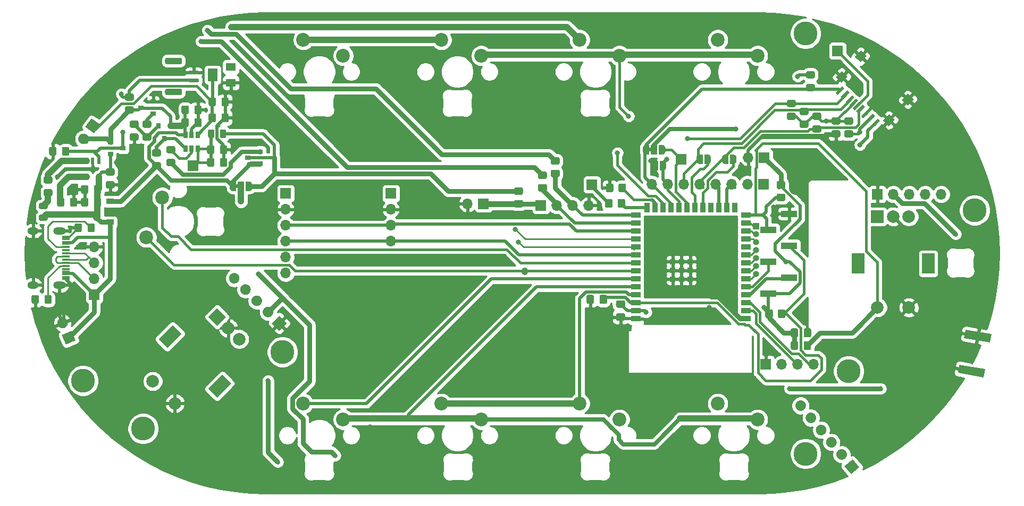
<source format=gbr>
%TF.GenerationSoftware,KiCad,Pcbnew,(5.1.10)-1*%
%TF.CreationDate,2022-02-17T21:55:52+01:00*%
%TF.ProjectId,keyboardEink,6b657962-6f61-4726-9445-696e6b2e6b69,rev?*%
%TF.SameCoordinates,Original*%
%TF.FileFunction,Copper,L2,Bot*%
%TF.FilePolarity,Positive*%
%FSLAX46Y46*%
G04 Gerber Fmt 4.6, Leading zero omitted, Abs format (unit mm)*
G04 Created by KiCad (PCBNEW (5.1.10)-1) date 2022-02-17 21:55:52*
%MOMM*%
%LPD*%
G01*
G04 APERTURE LIST*
%TA.AperFunction,EtchedComponent*%
%ADD10C,0.100000*%
%TD*%
%TA.AperFunction,ComponentPad*%
%ADD11O,1.800000X1.200000*%
%TD*%
%TA.AperFunction,ComponentPad*%
%ADD12O,2.000000X1.200000*%
%TD*%
%TA.AperFunction,SMDPad,CuDef*%
%ADD13R,1.300000X0.300000*%
%TD*%
%TA.AperFunction,ComponentPad*%
%ADD14O,1.700000X1.700000*%
%TD*%
%TA.AperFunction,ComponentPad*%
%ADD15R,1.700000X1.700000*%
%TD*%
%TA.AperFunction,SMDPad,CuDef*%
%ADD16C,0.100000*%
%TD*%
%TA.AperFunction,ComponentPad*%
%ADD17C,0.100000*%
%TD*%
%TA.AperFunction,SMDPad,CuDef*%
%ADD18R,1.200000X0.900000*%
%TD*%
%TA.AperFunction,SMDPad,CuDef*%
%ADD19R,0.900000X0.800000*%
%TD*%
%TA.AperFunction,SMDPad,CuDef*%
%ADD20R,0.600000X1.000000*%
%TD*%
%TA.AperFunction,ComponentPad*%
%ADD21O,1.000000X1.000000*%
%TD*%
%TA.AperFunction,ComponentPad*%
%ADD22R,1.000000X1.000000*%
%TD*%
%TA.AperFunction,SMDPad,CuDef*%
%ADD23R,1.000000X1.500000*%
%TD*%
%TA.AperFunction,ComponentPad*%
%ADD24C,2.000000*%
%TD*%
%TA.AperFunction,ComponentPad*%
%ADD25R,2.000000X2.000000*%
%TD*%
%TA.AperFunction,ComponentPad*%
%ADD26R,2.000000X3.200000*%
%TD*%
%TA.AperFunction,ComponentPad*%
%ADD27C,2.200000*%
%TD*%
%TA.AperFunction,SMDPad,CuDef*%
%ADD28R,0.650000X1.060000*%
%TD*%
%TA.AperFunction,SMDPad,CuDef*%
%ADD29R,0.800000X0.900000*%
%TD*%
%TA.AperFunction,SMDPad,CuDef*%
%ADD30R,1.600000X1.300000*%
%TD*%
%TA.AperFunction,SMDPad,CuDef*%
%ADD31R,1.600000X2.000000*%
%TD*%
%TA.AperFunction,SMDPad,CuDef*%
%ADD32R,2.510000X1.000000*%
%TD*%
%TA.AperFunction,SMDPad,CuDef*%
%ADD33R,0.900000X0.900000*%
%TD*%
%TA.AperFunction,SMDPad,CuDef*%
%ADD34R,0.900000X1.500000*%
%TD*%
%TA.AperFunction,SMDPad,CuDef*%
%ADD35R,1.500000X0.900000*%
%TD*%
%TA.AperFunction,ViaPad*%
%ADD36C,3.800000*%
%TD*%
%TA.AperFunction,ViaPad*%
%ADD37C,0.800000*%
%TD*%
%TA.AperFunction,ViaPad*%
%ADD38C,2.200000*%
%TD*%
%TA.AperFunction,Conductor*%
%ADD39C,0.500000*%
%TD*%
%TA.AperFunction,Conductor*%
%ADD40C,0.250000*%
%TD*%
%TA.AperFunction,Conductor*%
%ADD41C,0.800000*%
%TD*%
%TA.AperFunction,Conductor*%
%ADD42C,0.400000*%
%TD*%
%TA.AperFunction,Conductor*%
%ADD43C,0.900000*%
%TD*%
%TA.AperFunction,Conductor*%
%ADD44C,0.300000*%
%TD*%
%TA.AperFunction,Conductor*%
%ADD45C,0.450000*%
%TD*%
%TA.AperFunction,Conductor*%
%ADD46C,0.700000*%
%TD*%
%TA.AperFunction,Conductor*%
%ADD47C,1.000000*%
%TD*%
%TA.AperFunction,Conductor*%
%ADD48C,0.600000*%
%TD*%
%TA.AperFunction,Conductor*%
%ADD49C,0.254000*%
%TD*%
%TA.AperFunction,Conductor*%
%ADD50C,0.100000*%
%TD*%
G04 APERTURE END LIST*
D10*
%TO.C,JP2*%
G36*
X109180000Y-91660000D02*
G01*
X109680000Y-91660000D01*
X109680000Y-91060000D01*
X109180000Y-91060000D01*
X109180000Y-91660000D01*
G37*
%TO.C,JP3*%
G36*
X174966000Y-85818000D02*
G01*
X175466000Y-85818000D01*
X175466000Y-85218000D01*
X174966000Y-85218000D01*
X174966000Y-85818000D01*
G37*
%TD*%
%TO.P,R38,2*%
%TO.N,/DN*%
%TA.AperFunction,SMDPad,CuDef*%
G36*
G01*
X158536001Y-90198000D02*
X157635999Y-90198000D01*
G75*
G02*
X157386000Y-89948001I0J249999D01*
G01*
X157386000Y-89247999D01*
G75*
G02*
X157635999Y-88998000I249999J0D01*
G01*
X158536001Y-88998000D01*
G75*
G02*
X158786000Y-89247999I0J-249999D01*
G01*
X158786000Y-89948001D01*
G75*
G02*
X158536001Y-90198000I-249999J0D01*
G01*
G37*
%TD.AperFunction*%
%TO.P,R38,1*%
%TO.N,/D-*%
%TA.AperFunction,SMDPad,CuDef*%
G36*
G01*
X158536001Y-92198000D02*
X157635999Y-92198000D01*
G75*
G02*
X157386000Y-91948001I0J249999D01*
G01*
X157386000Y-91247999D01*
G75*
G02*
X157635999Y-90998000I249999J0D01*
G01*
X158536001Y-90998000D01*
G75*
G02*
X158786000Y-91247999I0J-249999D01*
G01*
X158786000Y-91948001D01*
G75*
G02*
X158536001Y-92198000I-249999J0D01*
G01*
G37*
%TD.AperFunction*%
%TD*%
%TO.P,R37,2*%
%TO.N,/DP*%
%TA.AperFunction,SMDPad,CuDef*%
G36*
G01*
X160568001Y-87912000D02*
X159667999Y-87912000D01*
G75*
G02*
X159418000Y-87662001I0J249999D01*
G01*
X159418000Y-86961999D01*
G75*
G02*
X159667999Y-86712000I249999J0D01*
G01*
X160568001Y-86712000D01*
G75*
G02*
X160818000Y-86961999I0J-249999D01*
G01*
X160818000Y-87662001D01*
G75*
G02*
X160568001Y-87912000I-249999J0D01*
G01*
G37*
%TD.AperFunction*%
%TO.P,R37,1*%
%TO.N,/D+*%
%TA.AperFunction,SMDPad,CuDef*%
G36*
G01*
X160568001Y-89912000D02*
X159667999Y-89912000D01*
G75*
G02*
X159418000Y-89662001I0J249999D01*
G01*
X159418000Y-88961999D01*
G75*
G02*
X159667999Y-88712000I249999J0D01*
G01*
X160568001Y-88712000D01*
G75*
G02*
X160818000Y-88961999I0J-249999D01*
G01*
X160818000Y-89662001D01*
G75*
G02*
X160568001Y-89912000I-249999J0D01*
G01*
G37*
%TD.AperFunction*%
%TD*%
%TO.P,R36,2*%
%TO.N,Net-(R36-Pad2)*%
%TA.AperFunction,SMDPad,CuDef*%
G36*
G01*
X78780000Y-109844001D02*
X78780000Y-108943999D01*
G75*
G02*
X79029999Y-108694000I249999J0D01*
G01*
X79680001Y-108694000D01*
G75*
G02*
X79930000Y-108943999I0J-249999D01*
G01*
X79930000Y-109844001D01*
G75*
G02*
X79680001Y-110094000I-249999J0D01*
G01*
X79029999Y-110094000D01*
G75*
G02*
X78780000Y-109844001I0J249999D01*
G01*
G37*
%TD.AperFunction*%
%TO.P,R36,1*%
%TO.N,GND*%
%TA.AperFunction,SMDPad,CuDef*%
G36*
G01*
X76730000Y-109844001D02*
X76730000Y-108943999D01*
G75*
G02*
X76979999Y-108694000I249999J0D01*
G01*
X77630001Y-108694000D01*
G75*
G02*
X77880000Y-108943999I0J-249999D01*
G01*
X77880000Y-109844001D01*
G75*
G02*
X77630001Y-110094000I-249999J0D01*
G01*
X76979999Y-110094000D01*
G75*
G02*
X76730000Y-109844001I0J249999D01*
G01*
G37*
%TD.AperFunction*%
%TD*%
%TO.P,R35,2*%
%TO.N,GND*%
%TA.AperFunction,SMDPad,CuDef*%
G36*
G01*
X84738000Y-97513999D02*
X84738000Y-98414001D01*
G75*
G02*
X84488001Y-98664000I-249999J0D01*
G01*
X83837999Y-98664000D01*
G75*
G02*
X83588000Y-98414001I0J249999D01*
G01*
X83588000Y-97513999D01*
G75*
G02*
X83837999Y-97264000I249999J0D01*
G01*
X84488001Y-97264000D01*
G75*
G02*
X84738000Y-97513999I0J-249999D01*
G01*
G37*
%TD.AperFunction*%
%TO.P,R35,1*%
%TO.N,Net-(R35-Pad1)*%
%TA.AperFunction,SMDPad,CuDef*%
G36*
G01*
X86788000Y-97513999D02*
X86788000Y-98414001D01*
G75*
G02*
X86538001Y-98664000I-249999J0D01*
G01*
X85887999Y-98664000D01*
G75*
G02*
X85638000Y-98414001I0J249999D01*
G01*
X85638000Y-97513999D01*
G75*
G02*
X85887999Y-97264000I249999J0D01*
G01*
X86538001Y-97264000D01*
G75*
G02*
X86788000Y-97513999I0J-249999D01*
G01*
G37*
%TD.AperFunction*%
%TD*%
D11*
%TO.P,U8,0*%
%TO.N,GND*%
X76966000Y-107115000D03*
D12*
X81166000Y-107115000D03*
X81166000Y-98465000D03*
D11*
X76966000Y-98465000D03*
D13*
%TO.P,U8,A12*%
X82234000Y-99440000D03*
%TO.P,U8,B1*%
X82234000Y-99740000D03*
%TO.P,U8,A9*%
%TO.N,+5VD*%
X82234000Y-100240000D03*
%TO.P,U8,B4*%
X82234000Y-100540000D03*
%TO.P,U8,B9*%
X82234000Y-105040000D03*
%TO.P,U8,A4*%
X82234000Y-105340000D03*
%TO.P,U8,B12*%
%TO.N,GND*%
X82234000Y-105840000D03*
%TO.P,U8,A1*%
X82234000Y-106140000D03*
%TO.P,U8,B5*%
%TO.N,Net-(R35-Pad1)*%
X82234000Y-101040000D03*
%TO.P,U8,A8*%
%TO.N,Net-(U8-PadA8)*%
X82234000Y-101540000D03*
%TO.P,U8,B6*%
%TO.N,/DP*%
X82234000Y-102040000D03*
%TO.P,U8,A7*%
%TO.N,/DN*%
X82234000Y-102540000D03*
%TO.P,U8,A6*%
%TO.N,/DP*%
X82234000Y-103040000D03*
%TO.P,U8,B7*%
%TO.N,/DN*%
X82234000Y-103540000D03*
%TO.P,U8,A5*%
%TO.N,Net-(R36-Pad2)*%
X82234000Y-104040000D03*
%TO.P,U8,B8*%
%TO.N,Net-(U8-PadB8)*%
X82234000Y-104540000D03*
%TD*%
D14*
%TO.P,J12,4*%
%TO.N,/IO2*%
X201266000Y-119700000D03*
%TO.P,J12,3*%
%TO.N,/IO1*%
X198726000Y-119700000D03*
%TO.P,J12,2*%
%TO.N,+3.3VP*%
X196186000Y-119700000D03*
D15*
%TO.P,J12,1*%
%TO.N,GND*%
X193646000Y-119700000D03*
%TD*%
%TA.AperFunction,SMDPad,CuDef*%
D16*
%TO.P,AE1,2*%
%TO.N,GND*%
G36*
X229343996Y-116277324D02*
G01*
X225207803Y-115548002D01*
X225442228Y-114218512D01*
X229578421Y-114947834D01*
X229343996Y-116277324D01*
G37*
%TD.AperFunction*%
%TA.AperFunction,SMDPad,CuDef*%
G36*
X228362884Y-121841488D02*
G01*
X224226691Y-121112166D01*
X224461116Y-119782676D01*
X228597309Y-120511998D01*
X228362884Y-121841488D01*
G37*
%TD.AperFunction*%
%TD*%
%TO.P,J19,6*%
%TO.N,/RFM_MISO*%
%TA.AperFunction,ComponentPad*%
G36*
G01*
X199849735Y-125788867D02*
X199849735Y-125788867D01*
G75*
G02*
X199744966Y-126986374I-651138J-546369D01*
G01*
X199744966Y-126986374D01*
G75*
G02*
X198547459Y-126881605I-546369J651138D01*
G01*
X198547459Y-126881605D01*
G75*
G02*
X198652228Y-125684098I651138J546369D01*
G01*
X198652228Y-125684098D01*
G75*
G02*
X199849735Y-125788867I546369J-651138D01*
G01*
G37*
%TD.AperFunction*%
%TO.P,J19,5*%
%TO.N,/RFM_MOSI*%
%TA.AperFunction,ComponentPad*%
G36*
G01*
X201482416Y-127734619D02*
X201482416Y-127734619D01*
G75*
G02*
X201377647Y-128932126I-651138J-546369D01*
G01*
X201377647Y-128932126D01*
G75*
G02*
X200180140Y-128827357I-546369J651138D01*
G01*
X200180140Y-128827357D01*
G75*
G02*
X200284909Y-127629850I651138J546369D01*
G01*
X200284909Y-127629850D01*
G75*
G02*
X201482416Y-127734619I546369J-651138D01*
G01*
G37*
%TD.AperFunction*%
%TO.P,J19,4*%
%TO.N,/RFM_CLK*%
%TA.AperFunction,ComponentPad*%
G36*
G01*
X203115096Y-129680372D02*
X203115096Y-129680372D01*
G75*
G02*
X203010327Y-130877879I-651138J-546369D01*
G01*
X203010327Y-130877879D01*
G75*
G02*
X201812820Y-130773110I-546369J651138D01*
G01*
X201812820Y-130773110D01*
G75*
G02*
X201917589Y-129575603I651138J546369D01*
G01*
X201917589Y-129575603D01*
G75*
G02*
X203115096Y-129680372I546369J-651138D01*
G01*
G37*
%TD.AperFunction*%
%TO.P,J19,3*%
%TO.N,/RFM_CS*%
%TA.AperFunction,ComponentPad*%
G36*
G01*
X204747777Y-131626125D02*
X204747777Y-131626125D01*
G75*
G02*
X204643008Y-132823632I-651138J-546369D01*
G01*
X204643008Y-132823632D01*
G75*
G02*
X203445501Y-132718863I-546369J651138D01*
G01*
X203445501Y-132718863D01*
G75*
G02*
X203550270Y-131521356I651138J546369D01*
G01*
X203550270Y-131521356D01*
G75*
G02*
X204747777Y-131626125I546369J-651138D01*
G01*
G37*
%TD.AperFunction*%
%TO.P,J19,2*%
%TO.N,/RFM_RST*%
%TA.AperFunction,ComponentPad*%
G36*
G01*
X206380457Y-133571878D02*
X206380457Y-133571878D01*
G75*
G02*
X206275688Y-134769385I-651138J-546369D01*
G01*
X206275688Y-134769385D01*
G75*
G02*
X205078181Y-134664616I-546369J651138D01*
G01*
X205078181Y-134664616D01*
G75*
G02*
X205182950Y-133467109I651138J546369D01*
G01*
X205182950Y-133467109D01*
G75*
G02*
X206380457Y-133571878I546369J-651138D01*
G01*
G37*
%TD.AperFunction*%
%TA.AperFunction,ComponentPad*%
D17*
%TO.P,J19,1*%
%TO.N,/RFM_DIO*%
G36*
X207466768Y-134866493D02*
G01*
X208559507Y-136168768D01*
X207257232Y-137261507D01*
X206164493Y-135959232D01*
X207466768Y-134866493D01*
G37*
%TD.AperFunction*%
%TD*%
D18*
%TO.P,D7,2*%
%TO.N,+5VD*%
X89252000Y-97074000D03*
%TO.P,D7,1*%
%TO.N,VDC*%
X89252000Y-93774000D03*
%TD*%
D19*
%TO.P,SI3,3*%
%TO.N,+BATT*%
X91268000Y-85264000D03*
%TO.P,SI3,2*%
%TO.N,VDC*%
X89268000Y-84314000D03*
%TO.P,SI3,1*%
%TO.N,+5VD*%
X89268000Y-86214000D03*
%TD*%
%TO.P,R33,2*%
%TO.N,GND*%
%TA.AperFunction,SMDPad,CuDef*%
G36*
G01*
X88801999Y-90540000D02*
X89702001Y-90540000D01*
G75*
G02*
X89952000Y-90789999I0J-249999D01*
G01*
X89952000Y-91440001D01*
G75*
G02*
X89702001Y-91690000I-249999J0D01*
G01*
X88801999Y-91690000D01*
G75*
G02*
X88552000Y-91440001I0J249999D01*
G01*
X88552000Y-90789999D01*
G75*
G02*
X88801999Y-90540000I249999J0D01*
G01*
G37*
%TD.AperFunction*%
%TO.P,R33,1*%
%TO.N,+5VD*%
%TA.AperFunction,SMDPad,CuDef*%
G36*
G01*
X88801999Y-88490000D02*
X89702001Y-88490000D01*
G75*
G02*
X89952000Y-88739999I0J-249999D01*
G01*
X89952000Y-89390001D01*
G75*
G02*
X89702001Y-89640000I-249999J0D01*
G01*
X88801999Y-89640000D01*
G75*
G02*
X88552000Y-89390001I0J249999D01*
G01*
X88552000Y-88739999D01*
G75*
G02*
X88801999Y-88490000I249999J0D01*
G01*
G37*
%TD.AperFunction*%
%TD*%
D14*
%TO.P,J18,4*%
%TO.N,GND*%
X86712000Y-101012000D03*
%TO.P,J18,3*%
%TO.N,/DP*%
X86712000Y-103552000D03*
%TO.P,J18,2*%
%TO.N,/DN*%
X86712000Y-106092000D03*
D15*
%TO.P,J18,1*%
%TO.N,+5VD*%
X86712000Y-108632000D03*
%TD*%
D14*
%TO.P,J17,2*%
%TO.N,GND*%
X146148000Y-94154000D03*
D15*
%TO.P,J17,1*%
%TO.N,+5V*%
X148688000Y-94154000D03*
%TD*%
%TO.P,R11,2*%
%TO.N,Net-(J16-Pad1)*%
%TA.AperFunction,SMDPad,CuDef*%
G36*
G01*
X169244000Y-93615999D02*
X169244000Y-94516001D01*
G75*
G02*
X168994001Y-94766000I-249999J0D01*
G01*
X168293999Y-94766000D01*
G75*
G02*
X168044000Y-94516001I0J249999D01*
G01*
X168044000Y-93615999D01*
G75*
G02*
X168293999Y-93366000I249999J0D01*
G01*
X168994001Y-93366000D01*
G75*
G02*
X169244000Y-93615999I0J-249999D01*
G01*
G37*
%TD.AperFunction*%
%TO.P,R11,1*%
%TO.N,Net-(R11-Pad1)*%
%TA.AperFunction,SMDPad,CuDef*%
G36*
G01*
X171244000Y-93615999D02*
X171244000Y-94516001D01*
G75*
G02*
X170994001Y-94766000I-249999J0D01*
G01*
X170293999Y-94766000D01*
G75*
G02*
X170044000Y-94516001I0J249999D01*
G01*
X170044000Y-93615999D01*
G75*
G02*
X170293999Y-93366000I249999J0D01*
G01*
X170994001Y-93366000D01*
G75*
G02*
X171244000Y-93615999I0J-249999D01*
G01*
G37*
%TD.AperFunction*%
%TD*%
%TO.P,J16,1*%
%TO.N,Net-(J16-Pad1)*%
X165960000Y-91106000D03*
%TD*%
%TO.P,J15,1*%
%TO.N,Net-(J14-Pad9)*%
X205076000Y-69770000D03*
%TD*%
%TO.P,C26,2*%
%TO.N,GND*%
%TA.AperFunction,SMDPad,CuDef*%
G36*
G01*
X85754000Y-91417999D02*
X85754000Y-92318001D01*
G75*
G02*
X85504001Y-92568000I-249999J0D01*
G01*
X84853999Y-92568000D01*
G75*
G02*
X84604000Y-92318001I0J249999D01*
G01*
X84604000Y-91417999D01*
G75*
G02*
X84853999Y-91168000I249999J0D01*
G01*
X85504001Y-91168000D01*
G75*
G02*
X85754000Y-91417999I0J-249999D01*
G01*
G37*
%TD.AperFunction*%
%TO.P,C26,1*%
%TO.N,+5VD*%
%TA.AperFunction,SMDPad,CuDef*%
G36*
G01*
X87804000Y-91417999D02*
X87804000Y-92318001D01*
G75*
G02*
X87554001Y-92568000I-249999J0D01*
G01*
X86903999Y-92568000D01*
G75*
G02*
X86654000Y-92318001I0J249999D01*
G01*
X86654000Y-91417999D01*
G75*
G02*
X86903999Y-91168000I249999J0D01*
G01*
X87554001Y-91168000D01*
G75*
G02*
X87804000Y-91417999I0J-249999D01*
G01*
G37*
%TD.AperFunction*%
%TD*%
%TO.P,C25,2*%
%TO.N,GND*%
%TA.AperFunction,SMDPad,CuDef*%
G36*
G01*
X85754000Y-93449999D02*
X85754000Y-94350001D01*
G75*
G02*
X85504001Y-94600000I-249999J0D01*
G01*
X84853999Y-94600000D01*
G75*
G02*
X84604000Y-94350001I0J249999D01*
G01*
X84604000Y-93449999D01*
G75*
G02*
X84853999Y-93200000I249999J0D01*
G01*
X85504001Y-93200000D01*
G75*
G02*
X85754000Y-93449999I0J-249999D01*
G01*
G37*
%TD.AperFunction*%
%TO.P,C25,1*%
%TO.N,+5VD*%
%TA.AperFunction,SMDPad,CuDef*%
G36*
G01*
X87804000Y-93449999D02*
X87804000Y-94350001D01*
G75*
G02*
X87554001Y-94600000I-249999J0D01*
G01*
X86903999Y-94600000D01*
G75*
G02*
X86654000Y-94350001I0J249999D01*
G01*
X86654000Y-93449999D01*
G75*
G02*
X86903999Y-93200000I249999J0D01*
G01*
X87554001Y-93200000D01*
G75*
G02*
X87804000Y-93449999I0J-249999D01*
G01*
G37*
%TD.AperFunction*%
%TD*%
D20*
%TO.P,U6,1*%
%TO.N,Net-(R14-Pad2)*%
X85508000Y-87266000D03*
%TO.P,U6,2*%
%TO.N,GND*%
X86458000Y-87266000D03*
%TO.P,U6,3*%
%TO.N,+BATT*%
X87408000Y-87266000D03*
%TO.P,U6,4*%
%TO.N,+5VD*%
X87408000Y-89866000D03*
%TO.P,U6,5*%
%TO.N,Net-(R20-Pad1)*%
X85508000Y-89866000D03*
%TD*%
%TO.P,R32,2*%
%TO.N,/IO10*%
%TA.AperFunction,SMDPad,CuDef*%
G36*
G01*
X200307999Y-75046000D02*
X201208001Y-75046000D01*
G75*
G02*
X201458000Y-75295999I0J-249999D01*
G01*
X201458000Y-75946001D01*
G75*
G02*
X201208001Y-76196000I-249999J0D01*
G01*
X200307999Y-76196000D01*
G75*
G02*
X200058000Y-75946001I0J249999D01*
G01*
X200058000Y-75295999D01*
G75*
G02*
X200307999Y-75046000I249999J0D01*
G01*
G37*
%TD.AperFunction*%
%TO.P,R32,1*%
%TO.N,+3.3VP*%
%TA.AperFunction,SMDPad,CuDef*%
G36*
G01*
X200307999Y-72996000D02*
X201208001Y-72996000D01*
G75*
G02*
X201458000Y-73245999I0J-249999D01*
G01*
X201458000Y-73896001D01*
G75*
G02*
X201208001Y-74146000I-249999J0D01*
G01*
X200307999Y-74146000D01*
G75*
G02*
X200058000Y-73896001I0J249999D01*
G01*
X200058000Y-73245999D01*
G75*
G02*
X200307999Y-72996000I249999J0D01*
G01*
G37*
%TD.AperFunction*%
%TD*%
%TO.P,R30,2*%
%TO.N,/IO11*%
%TA.AperFunction,SMDPad,CuDef*%
G36*
G01*
X198160001Y-78718000D02*
X197259999Y-78718000D01*
G75*
G02*
X197010000Y-78468001I0J249999D01*
G01*
X197010000Y-77817999D01*
G75*
G02*
X197259999Y-77568000I249999J0D01*
G01*
X198160001Y-77568000D01*
G75*
G02*
X198410000Y-77817999I0J-249999D01*
G01*
X198410000Y-78468001D01*
G75*
G02*
X198160001Y-78718000I-249999J0D01*
G01*
G37*
%TD.AperFunction*%
%TO.P,R30,1*%
%TO.N,+3.3VP*%
%TA.AperFunction,SMDPad,CuDef*%
G36*
G01*
X198160001Y-80768000D02*
X197259999Y-80768000D01*
G75*
G02*
X197010000Y-80518001I0J249999D01*
G01*
X197010000Y-79867999D01*
G75*
G02*
X197259999Y-79618000I249999J0D01*
G01*
X198160001Y-79618000D01*
G75*
G02*
X198410000Y-79867999I0J-249999D01*
G01*
X198410000Y-80518001D01*
G75*
G02*
X198160001Y-80768000I-249999J0D01*
G01*
G37*
%TD.AperFunction*%
%TD*%
%TO.P,R29,2*%
%TO.N,+3.3VP*%
%TA.AperFunction,SMDPad,CuDef*%
G36*
G01*
X207304001Y-81512000D02*
X206403999Y-81512000D01*
G75*
G02*
X206154000Y-81262001I0J249999D01*
G01*
X206154000Y-80611999D01*
G75*
G02*
X206403999Y-80362000I249999J0D01*
G01*
X207304001Y-80362000D01*
G75*
G02*
X207554000Y-80611999I0J-249999D01*
G01*
X207554000Y-81262001D01*
G75*
G02*
X207304001Y-81512000I-249999J0D01*
G01*
G37*
%TD.AperFunction*%
%TO.P,R29,1*%
%TO.N,/IO47*%
%TA.AperFunction,SMDPad,CuDef*%
G36*
G01*
X207304001Y-83562000D02*
X206403999Y-83562000D01*
G75*
G02*
X206154000Y-83312001I0J249999D01*
G01*
X206154000Y-82661999D01*
G75*
G02*
X206403999Y-82412000I249999J0D01*
G01*
X207304001Y-82412000D01*
G75*
G02*
X207554000Y-82661999I0J-249999D01*
G01*
X207554000Y-83312001D01*
G75*
G02*
X207304001Y-83562000I-249999J0D01*
G01*
G37*
%TD.AperFunction*%
%TD*%
%TO.P,R28,2*%
%TO.N,/IO14_1*%
%TA.AperFunction,SMDPad,CuDef*%
G36*
G01*
X201323999Y-81650000D02*
X202224001Y-81650000D01*
G75*
G02*
X202474000Y-81899999I0J-249999D01*
G01*
X202474000Y-82550001D01*
G75*
G02*
X202224001Y-82800000I-249999J0D01*
G01*
X201323999Y-82800000D01*
G75*
G02*
X201074000Y-82550001I0J249999D01*
G01*
X201074000Y-81899999D01*
G75*
G02*
X201323999Y-81650000I249999J0D01*
G01*
G37*
%TD.AperFunction*%
%TO.P,R28,1*%
%TO.N,+3.3VP*%
%TA.AperFunction,SMDPad,CuDef*%
G36*
G01*
X201323999Y-79600000D02*
X202224001Y-79600000D01*
G75*
G02*
X202474000Y-79849999I0J-249999D01*
G01*
X202474000Y-80500001D01*
G75*
G02*
X202224001Y-80750000I-249999J0D01*
G01*
X201323999Y-80750000D01*
G75*
G02*
X201074000Y-80500001I0J249999D01*
G01*
X201074000Y-79849999D01*
G75*
G02*
X201323999Y-79600000I249999J0D01*
G01*
G37*
%TD.AperFunction*%
%TD*%
%TO.P,R27,2*%
%TO.N,/IO13_1*%
%TA.AperFunction,SMDPad,CuDef*%
G36*
G01*
X200192001Y-79988000D02*
X199291999Y-79988000D01*
G75*
G02*
X199042000Y-79738001I0J249999D01*
G01*
X199042000Y-79087999D01*
G75*
G02*
X199291999Y-78838000I249999J0D01*
G01*
X200192001Y-78838000D01*
G75*
G02*
X200442000Y-79087999I0J-249999D01*
G01*
X200442000Y-79738001D01*
G75*
G02*
X200192001Y-79988000I-249999J0D01*
G01*
G37*
%TD.AperFunction*%
%TO.P,R27,1*%
%TO.N,+3.3VP*%
%TA.AperFunction,SMDPad,CuDef*%
G36*
G01*
X200192001Y-82038000D02*
X199291999Y-82038000D01*
G75*
G02*
X199042000Y-81788001I0J249999D01*
G01*
X199042000Y-81137999D01*
G75*
G02*
X199291999Y-80888000I249999J0D01*
G01*
X200192001Y-80888000D01*
G75*
G02*
X200442000Y-81137999I0J-249999D01*
G01*
X200442000Y-81788001D01*
G75*
G02*
X200192001Y-82038000I-249999J0D01*
G01*
G37*
%TD.AperFunction*%
%TD*%
%TO.P,C23,2*%
%TO.N,GND*%
%TA.AperFunction,SMDPad,CuDef*%
G36*
G01*
X204371999Y-82412000D02*
X205272001Y-82412000D01*
G75*
G02*
X205522000Y-82661999I0J-249999D01*
G01*
X205522000Y-83312001D01*
G75*
G02*
X205272001Y-83562000I-249999J0D01*
G01*
X204371999Y-83562000D01*
G75*
G02*
X204122000Y-83312001I0J249999D01*
G01*
X204122000Y-82661999D01*
G75*
G02*
X204371999Y-82412000I249999J0D01*
G01*
G37*
%TD.AperFunction*%
%TO.P,C23,1*%
%TO.N,+3.3VP*%
%TA.AperFunction,SMDPad,CuDef*%
G36*
G01*
X204371999Y-80362000D02*
X205272001Y-80362000D01*
G75*
G02*
X205522000Y-80611999I0J-249999D01*
G01*
X205522000Y-81262001D01*
G75*
G02*
X205272001Y-81512000I-249999J0D01*
G01*
X204371999Y-81512000D01*
G75*
G02*
X204122000Y-81262001I0J249999D01*
G01*
X204122000Y-80611999D01*
G75*
G02*
X204371999Y-80362000I249999J0D01*
G01*
G37*
%TD.AperFunction*%
%TD*%
%TA.AperFunction,SMDPad,CuDef*%
D16*
%TO.P,J14,1*%
%TO.N,/IO10*%
G36*
X206168165Y-75674477D02*
G01*
X205154780Y-76780393D01*
X204786141Y-76442597D01*
X205799526Y-75336681D01*
X206168165Y-75674477D01*
G37*
%TD.AperFunction*%
%TA.AperFunction,SMDPad,CuDef*%
%TO.P,J14,2*%
%TO.N,/IO11*%
G36*
X206979170Y-76417627D02*
G01*
X205965785Y-77523543D01*
X205597146Y-77185747D01*
X206610531Y-76079831D01*
X206979170Y-76417627D01*
G37*
%TD.AperFunction*%
%TA.AperFunction,SMDPad,CuDef*%
%TO.P,J14,3*%
%TO.N,/IO13_1*%
G36*
X207790175Y-77160776D02*
G01*
X206776790Y-78266692D01*
X206408151Y-77928896D01*
X207421536Y-76822980D01*
X207790175Y-77160776D01*
G37*
%TD.AperFunction*%
%TA.AperFunction,SMDPad,CuDef*%
%TO.P,J14,4*%
%TO.N,+3.3VP*%
G36*
X208343133Y-77667469D02*
G01*
X207329748Y-78773385D01*
X206961109Y-78435589D01*
X207974494Y-77329673D01*
X208343133Y-77667469D01*
G37*
%TD.AperFunction*%
%TA.AperFunction,SMDPad,CuDef*%
%TO.P,J14,5*%
%TO.N,/IO14_1*%
G36*
X209412185Y-78647074D02*
G01*
X208398800Y-79752990D01*
X208030161Y-79415194D01*
X209043546Y-78309278D01*
X209412185Y-78647074D01*
G37*
%TD.AperFunction*%
%TA.AperFunction,SMDPad,CuDef*%
%TO.P,J14,6*%
%TO.N,GND*%
G36*
X210223190Y-79390224D02*
G01*
X209209805Y-80496140D01*
X208841166Y-80158344D01*
X209854551Y-79052428D01*
X210223190Y-79390224D01*
G37*
%TD.AperFunction*%
%TA.AperFunction,SMDPad,CuDef*%
%TO.P,J14,7*%
%TO.N,/IO47*%
G36*
X211034195Y-80133373D02*
G01*
X210020810Y-81239289D01*
X209652171Y-80901493D01*
X210665556Y-79795577D01*
X211034195Y-80133373D01*
G37*
%TD.AperFunction*%
%TA.AperFunction,SMDPad,CuDef*%
%TO.P,J14,8*%
%TO.N,/IO48*%
G36*
X211845200Y-80876522D02*
G01*
X210831815Y-81982438D01*
X210463176Y-81644642D01*
X211476561Y-80538726D01*
X211845200Y-80876522D01*
G37*
%TD.AperFunction*%
%TA.AperFunction,SMDPad,CuDef*%
%TO.P,J14,9*%
%TO.N,Net-(J14-Pad9)*%
G36*
X208859227Y-78140382D02*
G01*
X207845842Y-79246298D01*
X207477203Y-78908502D01*
X208490588Y-77802586D01*
X208859227Y-78140382D01*
G37*
%TD.AperFunction*%
%TA.AperFunction,SMDPad,CuDef*%
%TO.P,J14,10*%
%TO.N,GND*%
G36*
X214210211Y-80737873D02*
G01*
X213264385Y-81770062D01*
X212305925Y-80891795D01*
X213251751Y-79859606D01*
X214210211Y-80737873D01*
G37*
%TD.AperFunction*%
%TA.AperFunction,SMDPad,CuDef*%
%TO.P,J14,11*%
G36*
X217216587Y-77456989D02*
G01*
X216270761Y-78489178D01*
X215312301Y-77610911D01*
X216258127Y-76578722D01*
X217216587Y-77456989D01*
G37*
%TD.AperFunction*%
%TA.AperFunction,SMDPad,CuDef*%
%TO.P,J14,12*%
G36*
X209696358Y-70565969D02*
G01*
X208750532Y-71598158D01*
X207792072Y-70719891D01*
X208737898Y-69687702D01*
X209696358Y-70565969D01*
G37*
%TD.AperFunction*%
%TA.AperFunction,SMDPad,CuDef*%
%TO.P,J14,13*%
G36*
X206689982Y-73846853D02*
G01*
X205744156Y-74879042D01*
X204785696Y-74000775D01*
X205731522Y-72968586D01*
X206689982Y-73846853D01*
G37*
%TD.AperFunction*%
%TD*%
%TA.AperFunction,SMDPad,CuDef*%
%TO.P,JP8,2*%
%TO.N,GND*%
G36*
X175978000Y-88807398D02*
G01*
X175953466Y-88807398D01*
X175904635Y-88802588D01*
X175856510Y-88793016D01*
X175809555Y-88778772D01*
X175764222Y-88759995D01*
X175720949Y-88736864D01*
X175680150Y-88709604D01*
X175642221Y-88678476D01*
X175607524Y-88643779D01*
X175576396Y-88605850D01*
X175549136Y-88565051D01*
X175526005Y-88521778D01*
X175507228Y-88476445D01*
X175492984Y-88429490D01*
X175483412Y-88381365D01*
X175478602Y-88332534D01*
X175478602Y-88308000D01*
X175478000Y-88308000D01*
X175478000Y-87808000D01*
X175478602Y-87808000D01*
X175478602Y-87783466D01*
X175483412Y-87734635D01*
X175492984Y-87686510D01*
X175507228Y-87639555D01*
X175526005Y-87594222D01*
X175549136Y-87550949D01*
X175576396Y-87510150D01*
X175607524Y-87472221D01*
X175642221Y-87437524D01*
X175680150Y-87406396D01*
X175720949Y-87379136D01*
X175764222Y-87356005D01*
X175809555Y-87337228D01*
X175856510Y-87322984D01*
X175904635Y-87313412D01*
X175953466Y-87308602D01*
X175978000Y-87308602D01*
X175978000Y-87308000D01*
X176478000Y-87308000D01*
X176478000Y-88808000D01*
X175978000Y-88808000D01*
X175978000Y-88807398D01*
G37*
%TD.AperFunction*%
%TA.AperFunction,SMDPad,CuDef*%
%TO.P,JP8,1*%
%TO.N,/IO11*%
G36*
X176778000Y-87308000D02*
G01*
X177278000Y-87308000D01*
X177278000Y-87308602D01*
X177302534Y-87308602D01*
X177351365Y-87313412D01*
X177399490Y-87322984D01*
X177446445Y-87337228D01*
X177491778Y-87356005D01*
X177535051Y-87379136D01*
X177575850Y-87406396D01*
X177613779Y-87437524D01*
X177648476Y-87472221D01*
X177679604Y-87510150D01*
X177706864Y-87550949D01*
X177729995Y-87594222D01*
X177748772Y-87639555D01*
X177763016Y-87686510D01*
X177772588Y-87734635D01*
X177777398Y-87783466D01*
X177777398Y-87808000D01*
X177778000Y-87808000D01*
X177778000Y-88308000D01*
X177777398Y-88308000D01*
X177777398Y-88332534D01*
X177772588Y-88381365D01*
X177763016Y-88429490D01*
X177748772Y-88476445D01*
X177729995Y-88521778D01*
X177706864Y-88565051D01*
X177679604Y-88605850D01*
X177648476Y-88643779D01*
X177613779Y-88678476D01*
X177575850Y-88709604D01*
X177535051Y-88736864D01*
X177491778Y-88759995D01*
X177446445Y-88778772D01*
X177399490Y-88793016D01*
X177351365Y-88802588D01*
X177302534Y-88807398D01*
X177278000Y-88807398D01*
X177278000Y-88808000D01*
X176778000Y-88808000D01*
X176778000Y-87308000D01*
G37*
%TD.AperFunction*%
%TD*%
D14*
%TO.P,J13,2*%
%TO.N,GND*%
X190852000Y-86788000D03*
D15*
%TO.P,J13,1*%
%TO.N,+3.3VP*%
X193392000Y-86788000D03*
%TD*%
%TA.AperFunction,SMDPad,CuDef*%
D16*
%TO.P,JP7,2*%
%TO.N,/IO14_1*%
G36*
X187186000Y-87791398D02*
G01*
X187161466Y-87791398D01*
X187112635Y-87786588D01*
X187064510Y-87777016D01*
X187017555Y-87762772D01*
X186972222Y-87743995D01*
X186928949Y-87720864D01*
X186888150Y-87693604D01*
X186850221Y-87662476D01*
X186815524Y-87627779D01*
X186784396Y-87589850D01*
X186757136Y-87549051D01*
X186734005Y-87505778D01*
X186715228Y-87460445D01*
X186700984Y-87413490D01*
X186691412Y-87365365D01*
X186686602Y-87316534D01*
X186686602Y-87292000D01*
X186686000Y-87292000D01*
X186686000Y-86792000D01*
X186686602Y-86792000D01*
X186686602Y-86767466D01*
X186691412Y-86718635D01*
X186700984Y-86670510D01*
X186715228Y-86623555D01*
X186734005Y-86578222D01*
X186757136Y-86534949D01*
X186784396Y-86494150D01*
X186815524Y-86456221D01*
X186850221Y-86421524D01*
X186888150Y-86390396D01*
X186928949Y-86363136D01*
X186972222Y-86340005D01*
X187017555Y-86321228D01*
X187064510Y-86306984D01*
X187112635Y-86297412D01*
X187161466Y-86292602D01*
X187186000Y-86292602D01*
X187186000Y-86292000D01*
X187686000Y-86292000D01*
X187686000Y-87792000D01*
X187186000Y-87792000D01*
X187186000Y-87791398D01*
G37*
%TD.AperFunction*%
%TA.AperFunction,SMDPad,CuDef*%
%TO.P,JP7,1*%
%TO.N,/IO14*%
G36*
X187986000Y-86292000D02*
G01*
X188486000Y-86292000D01*
X188486000Y-86292602D01*
X188510534Y-86292602D01*
X188559365Y-86297412D01*
X188607490Y-86306984D01*
X188654445Y-86321228D01*
X188699778Y-86340005D01*
X188743051Y-86363136D01*
X188783850Y-86390396D01*
X188821779Y-86421524D01*
X188856476Y-86456221D01*
X188887604Y-86494150D01*
X188914864Y-86534949D01*
X188937995Y-86578222D01*
X188956772Y-86623555D01*
X188971016Y-86670510D01*
X188980588Y-86718635D01*
X188985398Y-86767466D01*
X188985398Y-86792000D01*
X188986000Y-86792000D01*
X188986000Y-87292000D01*
X188985398Y-87292000D01*
X188985398Y-87316534D01*
X188980588Y-87365365D01*
X188971016Y-87413490D01*
X188956772Y-87460445D01*
X188937995Y-87505778D01*
X188914864Y-87549051D01*
X188887604Y-87589850D01*
X188856476Y-87627779D01*
X188821779Y-87662476D01*
X188783850Y-87693604D01*
X188743051Y-87720864D01*
X188699778Y-87743995D01*
X188654445Y-87762772D01*
X188607490Y-87777016D01*
X188559365Y-87786588D01*
X188510534Y-87791398D01*
X188486000Y-87791398D01*
X188486000Y-87792000D01*
X187986000Y-87792000D01*
X187986000Y-86292000D01*
G37*
%TD.AperFunction*%
%TD*%
%TA.AperFunction,SMDPad,CuDef*%
%TO.P,JP6,2*%
%TO.N,/IO13_1*%
G36*
X183090000Y-87791398D02*
G01*
X183065466Y-87791398D01*
X183016635Y-87786588D01*
X182968510Y-87777016D01*
X182921555Y-87762772D01*
X182876222Y-87743995D01*
X182832949Y-87720864D01*
X182792150Y-87693604D01*
X182754221Y-87662476D01*
X182719524Y-87627779D01*
X182688396Y-87589850D01*
X182661136Y-87549051D01*
X182638005Y-87505778D01*
X182619228Y-87460445D01*
X182604984Y-87413490D01*
X182595412Y-87365365D01*
X182590602Y-87316534D01*
X182590602Y-87292000D01*
X182590000Y-87292000D01*
X182590000Y-86792000D01*
X182590602Y-86792000D01*
X182590602Y-86767466D01*
X182595412Y-86718635D01*
X182604984Y-86670510D01*
X182619228Y-86623555D01*
X182638005Y-86578222D01*
X182661136Y-86534949D01*
X182688396Y-86494150D01*
X182719524Y-86456221D01*
X182754221Y-86421524D01*
X182792150Y-86390396D01*
X182832949Y-86363136D01*
X182876222Y-86340005D01*
X182921555Y-86321228D01*
X182968510Y-86306984D01*
X183016635Y-86297412D01*
X183065466Y-86292602D01*
X183090000Y-86292602D01*
X183090000Y-86292000D01*
X183590000Y-86292000D01*
X183590000Y-87792000D01*
X183090000Y-87792000D01*
X183090000Y-87791398D01*
G37*
%TD.AperFunction*%
%TA.AperFunction,SMDPad,CuDef*%
%TO.P,JP6,1*%
%TO.N,/IO13*%
G36*
X183890000Y-86292000D02*
G01*
X184390000Y-86292000D01*
X184390000Y-86292602D01*
X184414534Y-86292602D01*
X184463365Y-86297412D01*
X184511490Y-86306984D01*
X184558445Y-86321228D01*
X184603778Y-86340005D01*
X184647051Y-86363136D01*
X184687850Y-86390396D01*
X184725779Y-86421524D01*
X184760476Y-86456221D01*
X184791604Y-86494150D01*
X184818864Y-86534949D01*
X184841995Y-86578222D01*
X184860772Y-86623555D01*
X184875016Y-86670510D01*
X184884588Y-86718635D01*
X184889398Y-86767466D01*
X184889398Y-86792000D01*
X184890000Y-86792000D01*
X184890000Y-87292000D01*
X184889398Y-87292000D01*
X184889398Y-87316534D01*
X184884588Y-87365365D01*
X184875016Y-87413490D01*
X184860772Y-87460445D01*
X184841995Y-87505778D01*
X184818864Y-87549051D01*
X184791604Y-87589850D01*
X184760476Y-87627779D01*
X184725779Y-87662476D01*
X184687850Y-87693604D01*
X184647051Y-87720864D01*
X184603778Y-87743995D01*
X184558445Y-87762772D01*
X184511490Y-87777016D01*
X184463365Y-87786588D01*
X184414534Y-87791398D01*
X184390000Y-87791398D01*
X184390000Y-87792000D01*
X183890000Y-87792000D01*
X183890000Y-86292000D01*
G37*
%TD.AperFunction*%
%TD*%
D21*
%TO.P,J11,7*%
%TO.N,/EPD_MOSI*%
X192122000Y-105360000D03*
%TO.P,J11,6*%
%TO.N,/EPD_MISO*%
X192122000Y-104090000D03*
%TO.P,J11,5*%
%TO.N,/EPD_CLK*%
X192122000Y-102820000D03*
%TO.P,J11,4*%
%TO.N,/EPD_CS*%
X192122000Y-101550000D03*
%TO.P,J11,3*%
%TO.N,/EPD_DC*%
X192122000Y-100280000D03*
%TO.P,J11,2*%
%TO.N,/EPD_RST*%
X192122000Y-99010000D03*
D22*
%TO.P,J11,1*%
%TO.N,/EPD_BUSY*%
X192122000Y-97740000D03*
%TD*%
%TA.AperFunction,SMDPad,CuDef*%
D16*
%TO.P,JP2,1*%
%TO.N,VDC*%
G36*
X109330000Y-92110000D02*
G01*
X108780000Y-92110000D01*
X108780000Y-92109398D01*
X108755466Y-92109398D01*
X108706635Y-92104588D01*
X108658510Y-92095016D01*
X108611555Y-92080772D01*
X108566222Y-92061995D01*
X108522949Y-92038864D01*
X108482150Y-92011604D01*
X108444221Y-91980476D01*
X108409524Y-91945779D01*
X108378396Y-91907850D01*
X108351136Y-91867051D01*
X108328005Y-91823778D01*
X108309228Y-91778445D01*
X108294984Y-91731490D01*
X108285412Y-91683365D01*
X108280602Y-91634534D01*
X108280602Y-91610000D01*
X108280000Y-91610000D01*
X108280000Y-91110000D01*
X108280602Y-91110000D01*
X108280602Y-91085466D01*
X108285412Y-91036635D01*
X108294984Y-90988510D01*
X108309228Y-90941555D01*
X108328005Y-90896222D01*
X108351136Y-90852949D01*
X108378396Y-90812150D01*
X108409524Y-90774221D01*
X108444221Y-90739524D01*
X108482150Y-90708396D01*
X108522949Y-90681136D01*
X108566222Y-90658005D01*
X108611555Y-90639228D01*
X108658510Y-90624984D01*
X108706635Y-90615412D01*
X108755466Y-90610602D01*
X108780000Y-90610602D01*
X108780000Y-90610000D01*
X109330000Y-90610000D01*
X109330000Y-92110000D01*
G37*
%TD.AperFunction*%
D23*
%TO.P,JP2,2*%
%TO.N,+4V*%
X110080000Y-91360000D03*
%TA.AperFunction,SMDPad,CuDef*%
D16*
%TO.P,JP2,3*%
%TO.N,+5VA*%
G36*
X111380000Y-90610602D02*
G01*
X111404534Y-90610602D01*
X111453365Y-90615412D01*
X111501490Y-90624984D01*
X111548445Y-90639228D01*
X111593778Y-90658005D01*
X111637051Y-90681136D01*
X111677850Y-90708396D01*
X111715779Y-90739524D01*
X111750476Y-90774221D01*
X111781604Y-90812150D01*
X111808864Y-90852949D01*
X111831995Y-90896222D01*
X111850772Y-90941555D01*
X111865016Y-90988510D01*
X111874588Y-91036635D01*
X111879398Y-91085466D01*
X111879398Y-91110000D01*
X111880000Y-91110000D01*
X111880000Y-91610000D01*
X111879398Y-91610000D01*
X111879398Y-91634534D01*
X111874588Y-91683365D01*
X111865016Y-91731490D01*
X111850772Y-91778445D01*
X111831995Y-91823778D01*
X111808864Y-91867051D01*
X111781604Y-91907850D01*
X111750476Y-91945779D01*
X111715779Y-91980476D01*
X111677850Y-92011604D01*
X111637051Y-92038864D01*
X111593778Y-92061995D01*
X111548445Y-92080772D01*
X111501490Y-92095016D01*
X111453365Y-92104588D01*
X111404534Y-92109398D01*
X111380000Y-92109398D01*
X111380000Y-92110000D01*
X110830000Y-92110000D01*
X110830000Y-90610000D01*
X111380000Y-90610000D01*
X111380000Y-90610602D01*
G37*
%TD.AperFunction*%
%TD*%
D15*
%TO.P,J4,1*%
%TO.N,/DONE*%
X102460000Y-88100000D03*
%TD*%
D14*
%TO.P,J10,8*%
%TO.N,/IO10*%
X175480000Y-91000000D03*
%TO.P,J10,7*%
%TO.N,/IO11*%
X178020000Y-91000000D03*
%TO.P,J10,6*%
%TO.N,/IO13_1*%
X180560000Y-91000000D03*
%TO.P,J10,5*%
%TO.N,/IO14_1*%
X183100000Y-91000000D03*
%TO.P,J10,4*%
%TO.N,/IO47*%
X185640000Y-91000000D03*
%TO.P,J10,3*%
%TO.N,/IO48*%
X188180000Y-91000000D03*
%TO.P,J10,2*%
%TO.N,Net-(J10-Pad2)*%
X190720000Y-91000000D03*
D15*
%TO.P,J10,1*%
%TO.N,Net-(J10-Pad1)*%
X193260000Y-91000000D03*
%TD*%
%TO.P,J5,1*%
%TO.N,/GPIO12*%
X180184000Y-87042000D03*
%TD*%
%TA.AperFunction,SMDPad,CuDef*%
D16*
%TO.P,JP3,1*%
%TO.N,/IO10*%
G36*
X175116000Y-86268000D02*
G01*
X174566000Y-86268000D01*
X174566000Y-86267398D01*
X174541466Y-86267398D01*
X174492635Y-86262588D01*
X174444510Y-86253016D01*
X174397555Y-86238772D01*
X174352222Y-86219995D01*
X174308949Y-86196864D01*
X174268150Y-86169604D01*
X174230221Y-86138476D01*
X174195524Y-86103779D01*
X174164396Y-86065850D01*
X174137136Y-86025051D01*
X174114005Y-85981778D01*
X174095228Y-85936445D01*
X174080984Y-85889490D01*
X174071412Y-85841365D01*
X174066602Y-85792534D01*
X174066602Y-85768000D01*
X174066000Y-85768000D01*
X174066000Y-85268000D01*
X174066602Y-85268000D01*
X174066602Y-85243466D01*
X174071412Y-85194635D01*
X174080984Y-85146510D01*
X174095228Y-85099555D01*
X174114005Y-85054222D01*
X174137136Y-85010949D01*
X174164396Y-84970150D01*
X174195524Y-84932221D01*
X174230221Y-84897524D01*
X174268150Y-84866396D01*
X174308949Y-84839136D01*
X174352222Y-84816005D01*
X174397555Y-84797228D01*
X174444510Y-84782984D01*
X174492635Y-84773412D01*
X174541466Y-84768602D01*
X174566000Y-84768602D01*
X174566000Y-84768000D01*
X175116000Y-84768000D01*
X175116000Y-86268000D01*
G37*
%TD.AperFunction*%
D23*
%TO.P,JP3,2*%
%TO.N,/WS2812*%
X175866000Y-85518000D03*
%TA.AperFunction,SMDPad,CuDef*%
D16*
%TO.P,JP3,3*%
%TO.N,/GPIO12*%
G36*
X177166000Y-84768602D02*
G01*
X177190534Y-84768602D01*
X177239365Y-84773412D01*
X177287490Y-84782984D01*
X177334445Y-84797228D01*
X177379778Y-84816005D01*
X177423051Y-84839136D01*
X177463850Y-84866396D01*
X177501779Y-84897524D01*
X177536476Y-84932221D01*
X177567604Y-84970150D01*
X177594864Y-85010949D01*
X177617995Y-85054222D01*
X177636772Y-85099555D01*
X177651016Y-85146510D01*
X177660588Y-85194635D01*
X177665398Y-85243466D01*
X177665398Y-85268000D01*
X177666000Y-85268000D01*
X177666000Y-85768000D01*
X177665398Y-85768000D01*
X177665398Y-85792534D01*
X177660588Y-85841365D01*
X177651016Y-85889490D01*
X177636772Y-85936445D01*
X177617995Y-85981778D01*
X177594864Y-86025051D01*
X177567604Y-86065850D01*
X177536476Y-86103779D01*
X177501779Y-86138476D01*
X177463850Y-86169604D01*
X177423051Y-86196864D01*
X177379778Y-86219995D01*
X177334445Y-86238772D01*
X177287490Y-86253016D01*
X177239365Y-86262588D01*
X177190534Y-86267398D01*
X177166000Y-86267398D01*
X177166000Y-86268000D01*
X176616000Y-86268000D01*
X176616000Y-84768000D01*
X177166000Y-84768000D01*
X177166000Y-84768602D01*
G37*
%TD.AperFunction*%
%TD*%
%TA.AperFunction,ComponentPad*%
D17*
%TO.P,SW11,A*%
%TO.N,/DAC2*%
G36*
X106270000Y-110773786D02*
G01*
X107684214Y-112188000D01*
X106270000Y-113602214D01*
X104855786Y-112188000D01*
X106270000Y-110773786D01*
G37*
%TD.AperFunction*%
D24*
%TO.P,SW11,C*%
%TO.N,GND*%
X108037767Y-113955767D03*
%TO.P,SW11,B*%
%TO.N,/DAC1*%
X109805534Y-115723534D03*
%TA.AperFunction,ComponentPad*%
D17*
%TO.P,SW11,MP*%
%TO.N,N/C*%
G36*
X99198932Y-113460792D02*
G01*
X100613146Y-114875006D01*
X98350404Y-117137748D01*
X96936190Y-115723534D01*
X99198932Y-113460792D01*
G37*
%TD.AperFunction*%
%TA.AperFunction,ComponentPad*%
G36*
X107118528Y-121380388D02*
G01*
X108532742Y-122794602D01*
X106270000Y-125057344D01*
X104855786Y-123643130D01*
X107118528Y-121380388D01*
G37*
%TD.AperFunction*%
D24*
%TO.P,SW11,S2*%
%TO.N,Net-(SW11-PadS2)*%
X96016952Y-122441048D03*
%TO.P,SW11,S1*%
%TO.N,GND*%
X99552486Y-125976582D03*
%TD*%
D14*
%TO.P,J9,5*%
%TO.N,/G0*%
X221586000Y-92630000D03*
%TO.P,J9,4*%
%TO.N,/IO2*%
X219046000Y-92630000D03*
%TO.P,J9,3*%
%TO.N,/IO1*%
X216506000Y-92630000D03*
%TO.P,J9,2*%
%TO.N,+4V*%
X213966000Y-92630000D03*
D15*
%TO.P,J9,1*%
%TO.N,GND*%
X211426000Y-92630000D03*
%TD*%
%TO.P,J8,5*%
%TO.N,Net-(J8-Pad5)*%
%TA.AperFunction,ComponentPad*%
G36*
G01*
X109592836Y-105418754D02*
X109592836Y-105418754D01*
G75*
G02*
X109592836Y-106620836I-601041J-601041D01*
G01*
X109592836Y-106620836D01*
G75*
G02*
X108390754Y-106620836I-601041J601041D01*
G01*
X108390754Y-106620836D01*
G75*
G02*
X108390754Y-105418754I601041J601041D01*
G01*
X108390754Y-105418754D01*
G75*
G02*
X109592836Y-105418754I601041J-601041D01*
G01*
G37*
%TD.AperFunction*%
%TO.P,J8,4*%
%TO.N,/DAC2*%
%TA.AperFunction,ComponentPad*%
G36*
G01*
X111388887Y-107214805D02*
X111388887Y-107214805D01*
G75*
G02*
X111388887Y-108416887I-601041J-601041D01*
G01*
X111388887Y-108416887D01*
G75*
G02*
X110186805Y-108416887I-601041J601041D01*
G01*
X110186805Y-108416887D01*
G75*
G02*
X110186805Y-107214805I601041J601041D01*
G01*
X110186805Y-107214805D01*
G75*
G02*
X111388887Y-107214805I601041J-601041D01*
G01*
G37*
%TD.AperFunction*%
%TO.P,J8,3*%
%TO.N,/DAC1*%
%TA.AperFunction,ComponentPad*%
G36*
G01*
X113184939Y-109010857D02*
X113184939Y-109010857D01*
G75*
G02*
X113184939Y-110212939I-601041J-601041D01*
G01*
X113184939Y-110212939D01*
G75*
G02*
X111982857Y-110212939I-601041J601041D01*
G01*
X111982857Y-110212939D01*
G75*
G02*
X111982857Y-109010857I601041J601041D01*
G01*
X111982857Y-109010857D01*
G75*
G02*
X113184939Y-109010857I601041J-601041D01*
G01*
G37*
%TD.AperFunction*%
%TO.P,J8,2*%
%TO.N,+4V*%
%TA.AperFunction,ComponentPad*%
G36*
G01*
X114980990Y-110806908D02*
X114980990Y-110806908D01*
G75*
G02*
X114980990Y-112008990I-601041J-601041D01*
G01*
X114980990Y-112008990D01*
G75*
G02*
X113778908Y-112008990I-601041J601041D01*
G01*
X113778908Y-112008990D01*
G75*
G02*
X113778908Y-110806908I601041J601041D01*
G01*
X113778908Y-110806908D01*
G75*
G02*
X114980990Y-110806908I601041J-601041D01*
G01*
G37*
%TD.AperFunction*%
%TA.AperFunction,ComponentPad*%
D17*
%TO.P,J8,1*%
%TO.N,GND*%
G36*
X116176000Y-112001918D02*
G01*
X117378082Y-113204000D01*
X116176000Y-114406082D01*
X114973918Y-113204000D01*
X116176000Y-112001918D01*
G37*
%TD.AperFunction*%
%TD*%
D14*
%TO.P,J1,4*%
%TO.N,GND*%
X165452000Y-94408000D03*
%TO.P,J1,3*%
%TO.N,/D+*%
X162912000Y-94408000D03*
%TO.P,J1,2*%
%TO.N,/D-*%
X160372000Y-94408000D03*
D15*
%TO.P,J1,1*%
%TO.N,+5V*%
X157832000Y-94408000D03*
%TD*%
D25*
%TO.P,SW7,A*%
%TO.N,/IO1*%
X211426000Y-96186000D03*
D24*
%TO.P,SW7,C*%
%TO.N,GND*%
X213926000Y-96186000D03*
%TO.P,SW7,B*%
%TO.N,/IO2*%
X216426000Y-96186000D03*
D26*
%TO.P,SW7,MP*%
%TO.N,N/C*%
X208326000Y-103686000D03*
X219526000Y-103686000D03*
D24*
%TO.P,SW7,S2*%
%TO.N,/G0*%
X211426000Y-110686000D03*
%TO.P,SW7,S1*%
%TO.N,GND*%
X216426000Y-110686000D03*
%TD*%
D27*
%TO.P,SW10,2*%
%TO.N,/IO09*%
X192350000Y-70540000D03*
%TO.P,SW10,1*%
%TO.N,/COL3*%
X186000000Y-68000000D03*
%TD*%
%TO.P,SW9,2*%
%TO.N,/IO5*%
X192350000Y-128540000D03*
%TO.P,SW9,1*%
%TO.N,/COL3*%
X186000000Y-126000000D03*
%TD*%
%TO.P,SW8,2*%
%TO.N,/IO15*%
X97540000Y-93138000D03*
%TO.P,SW8,1*%
%TO.N,/COL3*%
X95000000Y-99488000D03*
%TD*%
%TO.P,SW6,2*%
%TO.N,/IO15*%
X170350000Y-128540000D03*
%TO.P,SW6,1*%
%TO.N,/COL2*%
X164000000Y-126000000D03*
%TD*%
%TO.P,SW5,2*%
%TO.N,/IO09*%
X170350000Y-70540000D03*
%TO.P,SW5,1*%
%TO.N,/COL2*%
X164000000Y-68000000D03*
%TD*%
%TO.P,SW4,2*%
%TO.N,/IO5*%
X148350000Y-128540000D03*
%TO.P,SW4,1*%
%TO.N,/COL2*%
X142000000Y-126000000D03*
%TD*%
%TO.P,SW3,2*%
%TO.N,/IO09*%
X148350000Y-70540000D03*
%TO.P,SW3,1*%
%TO.N,/COL1*%
X142000000Y-68000000D03*
%TD*%
%TO.P,SW2,2*%
%TO.N,/IO5*%
X126350000Y-128540000D03*
%TO.P,SW2,1*%
%TO.N,/COL1*%
X120000000Y-126000000D03*
%TD*%
%TO.P,SW1,2*%
%TO.N,/IO15*%
X126350000Y-70540000D03*
%TO.P,SW1,1*%
%TO.N,/COL1*%
X120000000Y-68000000D03*
%TD*%
%TO.P,R26,2*%
%TO.N,+3.3VP*%
%TA.AperFunction,SMDPad,CuDef*%
G36*
G01*
X198784000Y-116309999D02*
X198784000Y-117210001D01*
G75*
G02*
X198534001Y-117460000I-249999J0D01*
G01*
X197883999Y-117460000D01*
G75*
G02*
X197634000Y-117210001I0J249999D01*
G01*
X197634000Y-116309999D01*
G75*
G02*
X197883999Y-116060000I249999J0D01*
G01*
X198534001Y-116060000D01*
G75*
G02*
X198784000Y-116309999I0J-249999D01*
G01*
G37*
%TD.AperFunction*%
%TO.P,R26,1*%
%TO.N,/G0*%
%TA.AperFunction,SMDPad,CuDef*%
G36*
G01*
X200834000Y-116309999D02*
X200834000Y-117210001D01*
G75*
G02*
X200584001Y-117460000I-249999J0D01*
G01*
X199933999Y-117460000D01*
G75*
G02*
X199684000Y-117210001I0J249999D01*
G01*
X199684000Y-116309999D01*
G75*
G02*
X199933999Y-116060000I249999J0D01*
G01*
X200584001Y-116060000D01*
G75*
G02*
X200834000Y-116309999I0J-249999D01*
G01*
G37*
%TD.AperFunction*%
%TD*%
D19*
%TO.P,U1,3*%
%TO.N,VDC*%
X94094000Y-78800000D03*
%TO.P,U1,2*%
%TO.N,Net-(R19-Pad2)*%
X96094000Y-79750000D03*
%TO.P,U1,1*%
%TO.N,GND*%
X96094000Y-77850000D03*
%TD*%
D28*
%TO.P,TPL51,5*%
%TO.N,Net-(R21-Pad2)*%
X102206000Y-85348000D03*
%TO.P,TPL51,6*%
%TO.N,Net-(R17-Pad2)*%
X101256000Y-85348000D03*
%TO.P,TPL51,4*%
%TO.N,/DONE*%
X103156000Y-85348000D03*
%TO.P,TPL51,3*%
%TO.N,Net-(R13-Pad1)*%
X103156000Y-83148000D03*
%TO.P,TPL51,2*%
%TO.N,GND*%
X102206000Y-83148000D03*
%TO.P,TPL51,1*%
%TO.N,VDC*%
X101256000Y-83148000D03*
%TD*%
D19*
%TO.P,SI2,3*%
%TO.N,+5VA*%
X111112000Y-86788000D03*
%TO.P,SI2,2*%
%TO.N,VDC*%
X113112000Y-87738000D03*
%TO.P,SI2,1*%
%TO.N,Net-(R21-Pad1)*%
X113112000Y-85838000D03*
%TD*%
D29*
%TO.P,SI1,3*%
%TO.N,Net-(R17-Pad2)*%
X97888000Y-83724000D03*
%TO.P,SI1,2*%
%TO.N,VDC*%
X98838000Y-81724000D03*
%TO.P,SI1,1*%
%TO.N,Net-(C22-Pad2)*%
X96938000Y-81724000D03*
%TD*%
%TO.P,Shot1,2*%
%TO.N,VDC*%
%TA.AperFunction,ComponentPad*%
G36*
G01*
X85697395Y-84276186D02*
X85697395Y-84276186D01*
G75*
G02*
X84513576Y-84484925I-696279J487540D01*
G01*
X84513576Y-84484925D01*
G75*
G02*
X84304837Y-83301106I487540J696279D01*
G01*
X84304837Y-83301106D01*
G75*
G02*
X85488656Y-83092367I696279J-487540D01*
G01*
X85488656Y-83092367D01*
G75*
G02*
X85697395Y-84276186I-487540J-696279D01*
G01*
G37*
%TD.AperFunction*%
%TA.AperFunction,ComponentPad*%
D17*
%TO.P,Shot1,1*%
%TO.N,Net-(R13-Pad1)*%
G36*
X87641819Y-81499261D02*
G01*
X86666739Y-82891819D01*
X85274181Y-81916739D01*
X86249261Y-80524181D01*
X87641819Y-81499261D01*
G37*
%TD.AperFunction*%
%TD*%
D30*
%TO.P,RV1,3*%
%TO.N,GND*%
X108482000Y-74830000D03*
D31*
%TO.P,RV1,2*%
%TO.N,Net-(R13-Pad1)*%
X105582000Y-73580000D03*
D30*
%TO.P,RV1,1*%
%TO.N,Net-(RV1-Pad1)*%
X108482000Y-72330000D03*
%TD*%
%TO.P,R23,2*%
%TO.N,+BATT*%
%TA.AperFunction,SMDPad,CuDef*%
G36*
G01*
X92750001Y-77702000D02*
X91849999Y-77702000D01*
G75*
G02*
X91600000Y-77452001I0J249999D01*
G01*
X91600000Y-76801999D01*
G75*
G02*
X91849999Y-76552000I249999J0D01*
G01*
X92750001Y-76552000D01*
G75*
G02*
X93000000Y-76801999I0J-249999D01*
G01*
X93000000Y-77452001D01*
G75*
G02*
X92750001Y-77702000I-249999J0D01*
G01*
G37*
%TD.AperFunction*%
%TO.P,R23,1*%
%TO.N,VDC*%
%TA.AperFunction,SMDPad,CuDef*%
G36*
G01*
X92750001Y-79752000D02*
X91849999Y-79752000D01*
G75*
G02*
X91600000Y-79502001I0J249999D01*
G01*
X91600000Y-78851999D01*
G75*
G02*
X91849999Y-78602000I249999J0D01*
G01*
X92750001Y-78602000D01*
G75*
G02*
X93000000Y-78851999I0J-249999D01*
G01*
X93000000Y-79502001D01*
G75*
G02*
X92750001Y-79752000I-249999J0D01*
G01*
G37*
%TD.AperFunction*%
%TD*%
%TO.P,R22,2*%
%TO.N,GND*%
%TA.AperFunction,SMDPad,CuDef*%
G36*
G01*
X106720000Y-85968001D02*
X106720000Y-85067999D01*
G75*
G02*
X106969999Y-84818000I249999J0D01*
G01*
X107620001Y-84818000D01*
G75*
G02*
X107870000Y-85067999I0J-249999D01*
G01*
X107870000Y-85968001D01*
G75*
G02*
X107620001Y-86218000I-249999J0D01*
G01*
X106969999Y-86218000D01*
G75*
G02*
X106720000Y-85968001I0J249999D01*
G01*
G37*
%TD.AperFunction*%
%TO.P,R22,1*%
%TO.N,/DONE*%
%TA.AperFunction,SMDPad,CuDef*%
G36*
G01*
X104670000Y-85968001D02*
X104670000Y-85067999D01*
G75*
G02*
X104919999Y-84818000I249999J0D01*
G01*
X105570001Y-84818000D01*
G75*
G02*
X105820000Y-85067999I0J-249999D01*
G01*
X105820000Y-85968001D01*
G75*
G02*
X105570001Y-86218000I-249999J0D01*
G01*
X104919999Y-86218000D01*
G75*
G02*
X104670000Y-85968001I0J249999D01*
G01*
G37*
%TD.AperFunction*%
%TD*%
%TO.P,R21,2*%
%TO.N,Net-(R21-Pad2)*%
%TA.AperFunction,SMDPad,CuDef*%
G36*
G01*
X99354001Y-86084000D02*
X98453999Y-86084000D01*
G75*
G02*
X98204000Y-85834001I0J249999D01*
G01*
X98204000Y-85183999D01*
G75*
G02*
X98453999Y-84934000I249999J0D01*
G01*
X99354001Y-84934000D01*
G75*
G02*
X99604000Y-85183999I0J-249999D01*
G01*
X99604000Y-85834001D01*
G75*
G02*
X99354001Y-86084000I-249999J0D01*
G01*
G37*
%TD.AperFunction*%
%TO.P,R21,1*%
%TO.N,Net-(R21-Pad1)*%
%TA.AperFunction,SMDPad,CuDef*%
G36*
G01*
X99354001Y-88134000D02*
X98453999Y-88134000D01*
G75*
G02*
X98204000Y-87884001I0J249999D01*
G01*
X98204000Y-87233999D01*
G75*
G02*
X98453999Y-86984000I249999J0D01*
G01*
X99354001Y-86984000D01*
G75*
G02*
X99604000Y-87233999I0J-249999D01*
G01*
X99604000Y-87884001D01*
G75*
G02*
X99354001Y-88134000I-249999J0D01*
G01*
G37*
%TD.AperFunction*%
%TD*%
%TO.P,R20,2*%
%TO.N,GND*%
%TA.AperFunction,SMDPad,CuDef*%
G36*
G01*
X82844000Y-94350001D02*
X82844000Y-93449999D01*
G75*
G02*
X83093999Y-93200000I249999J0D01*
G01*
X83744001Y-93200000D01*
G75*
G02*
X83994000Y-93449999I0J-249999D01*
G01*
X83994000Y-94350001D01*
G75*
G02*
X83744001Y-94600000I-249999J0D01*
G01*
X83093999Y-94600000D01*
G75*
G02*
X82844000Y-94350001I0J249999D01*
G01*
G37*
%TD.AperFunction*%
%TO.P,R20,1*%
%TO.N,Net-(R20-Pad1)*%
%TA.AperFunction,SMDPad,CuDef*%
G36*
G01*
X80794000Y-94350001D02*
X80794000Y-93449999D01*
G75*
G02*
X81043999Y-93200000I249999J0D01*
G01*
X81694001Y-93200000D01*
G75*
G02*
X81944000Y-93449999I0J-249999D01*
G01*
X81944000Y-94350001D01*
G75*
G02*
X81694001Y-94600000I-249999J0D01*
G01*
X81043999Y-94600000D01*
G75*
G02*
X80794000Y-94350001I0J249999D01*
G01*
G37*
%TD.AperFunction*%
%TD*%
%TO.P,R19,2*%
%TO.N,Net-(R19-Pad2)*%
%TA.AperFunction,SMDPad,CuDef*%
G36*
G01*
X95544001Y-82020000D02*
X94643999Y-82020000D01*
G75*
G02*
X94394000Y-81770001I0J249999D01*
G01*
X94394000Y-81119999D01*
G75*
G02*
X94643999Y-80870000I249999J0D01*
G01*
X95544001Y-80870000D01*
G75*
G02*
X95794000Y-81119999I0J-249999D01*
G01*
X95794000Y-81770001D01*
G75*
G02*
X95544001Y-82020000I-249999J0D01*
G01*
G37*
%TD.AperFunction*%
%TO.P,R19,1*%
%TO.N,Net-(C22-Pad2)*%
%TA.AperFunction,SMDPad,CuDef*%
G36*
G01*
X95544001Y-84070000D02*
X94643999Y-84070000D01*
G75*
G02*
X94394000Y-83820001I0J249999D01*
G01*
X94394000Y-83169999D01*
G75*
G02*
X94643999Y-82920000I249999J0D01*
G01*
X95544001Y-82920000D01*
G75*
G02*
X95794000Y-83169999I0J-249999D01*
G01*
X95794000Y-83820001D01*
G75*
G02*
X95544001Y-84070000I-249999J0D01*
G01*
G37*
%TD.AperFunction*%
%TD*%
%TO.P,R18,2*%
%TO.N,GND*%
%TA.AperFunction,SMDPad,CuDef*%
G36*
G01*
X106974000Y-80888001D02*
X106974000Y-79987999D01*
G75*
G02*
X107223999Y-79738000I249999J0D01*
G01*
X107874001Y-79738000D01*
G75*
G02*
X108124000Y-79987999I0J-249999D01*
G01*
X108124000Y-80888001D01*
G75*
G02*
X107874001Y-81138000I-249999J0D01*
G01*
X107223999Y-81138000D01*
G75*
G02*
X106974000Y-80888001I0J249999D01*
G01*
G37*
%TD.AperFunction*%
%TO.P,R18,1*%
%TO.N,Net-(R13-Pad1)*%
%TA.AperFunction,SMDPad,CuDef*%
G36*
G01*
X104924000Y-80888001D02*
X104924000Y-79987999D01*
G75*
G02*
X105173999Y-79738000I249999J0D01*
G01*
X105824001Y-79738000D01*
G75*
G02*
X106074000Y-79987999I0J-249999D01*
G01*
X106074000Y-80888001D01*
G75*
G02*
X105824001Y-81138000I-249999J0D01*
G01*
X105173999Y-81138000D01*
G75*
G02*
X104924000Y-80888001I0J249999D01*
G01*
G37*
%TD.AperFunction*%
%TD*%
%TO.P,R17,2*%
%TO.N,Net-(R17-Pad2)*%
%TA.AperFunction,SMDPad,CuDef*%
G36*
G01*
X97068001Y-86592000D02*
X96167999Y-86592000D01*
G75*
G02*
X95918000Y-86342001I0J249999D01*
G01*
X95918000Y-85691999D01*
G75*
G02*
X96167999Y-85442000I249999J0D01*
G01*
X97068001Y-85442000D01*
G75*
G02*
X97318000Y-85691999I0J-249999D01*
G01*
X97318000Y-86342001D01*
G75*
G02*
X97068001Y-86592000I-249999J0D01*
G01*
G37*
%TD.AperFunction*%
%TO.P,R17,1*%
%TO.N,VDC*%
%TA.AperFunction,SMDPad,CuDef*%
G36*
G01*
X97068001Y-88642000D02*
X96167999Y-88642000D01*
G75*
G02*
X95918000Y-88392001I0J249999D01*
G01*
X95918000Y-87741999D01*
G75*
G02*
X96167999Y-87492000I249999J0D01*
G01*
X97068001Y-87492000D01*
G75*
G02*
X97318000Y-87741999I0J-249999D01*
G01*
X97318000Y-88392001D01*
G75*
G02*
X97068001Y-88642000I-249999J0D01*
G01*
G37*
%TD.AperFunction*%
%TD*%
%TO.P,R14,2*%
%TO.N,Net-(R14-Pad2)*%
%TA.AperFunction,SMDPad,CuDef*%
G36*
G01*
X79796001Y-90910000D02*
X78895999Y-90910000D01*
G75*
G02*
X78646000Y-90660001I0J249999D01*
G01*
X78646000Y-90009999D01*
G75*
G02*
X78895999Y-89760000I249999J0D01*
G01*
X79796001Y-89760000D01*
G75*
G02*
X80046000Y-90009999I0J-249999D01*
G01*
X80046000Y-90660001D01*
G75*
G02*
X79796001Y-90910000I-249999J0D01*
G01*
G37*
%TD.AperFunction*%
%TO.P,R14,1*%
%TO.N,Net-(D8-Pad1)*%
%TA.AperFunction,SMDPad,CuDef*%
G36*
G01*
X79796001Y-92960000D02*
X78895999Y-92960000D01*
G75*
G02*
X78646000Y-92710001I0J249999D01*
G01*
X78646000Y-92059999D01*
G75*
G02*
X78895999Y-91810000I249999J0D01*
G01*
X79796001Y-91810000D01*
G75*
G02*
X80046000Y-92059999I0J-249999D01*
G01*
X80046000Y-92710001D01*
G75*
G02*
X79796001Y-92960000I-249999J0D01*
G01*
G37*
%TD.AperFunction*%
%TD*%
%TO.P,R13,2*%
%TO.N,GND*%
%TA.AperFunction,SMDPad,CuDef*%
G36*
G01*
X106974000Y-78348001D02*
X106974000Y-77447999D01*
G75*
G02*
X107223999Y-77198000I249999J0D01*
G01*
X107874001Y-77198000D01*
G75*
G02*
X108124000Y-77447999I0J-249999D01*
G01*
X108124000Y-78348001D01*
G75*
G02*
X107874001Y-78598000I-249999J0D01*
G01*
X107223999Y-78598000D01*
G75*
G02*
X106974000Y-78348001I0J249999D01*
G01*
G37*
%TD.AperFunction*%
%TO.P,R13,1*%
%TO.N,Net-(R13-Pad1)*%
%TA.AperFunction,SMDPad,CuDef*%
G36*
G01*
X104924000Y-78348001D02*
X104924000Y-77447999D01*
G75*
G02*
X105173999Y-77198000I249999J0D01*
G01*
X105824001Y-77198000D01*
G75*
G02*
X106074000Y-77447999I0J-249999D01*
G01*
X106074000Y-78348001D01*
G75*
G02*
X105824001Y-78598000I-249999J0D01*
G01*
X105173999Y-78598000D01*
G75*
G02*
X104924000Y-78348001I0J249999D01*
G01*
G37*
%TD.AperFunction*%
%TD*%
%TO.P,PWR2,2*%
%TO.N,GND*%
%TA.AperFunction,ComponentPad*%
G36*
G01*
X82437972Y-112819797D02*
X82437972Y-112819797D01*
G75*
G02*
X81987664Y-113934347I-782429J-332121D01*
G01*
X81987664Y-113934347D01*
G75*
G02*
X80873114Y-113484039I-332121J782429D01*
G01*
X80873114Y-113484039D01*
G75*
G02*
X81323422Y-112369489I782429J332121D01*
G01*
X81323422Y-112369489D01*
G75*
G02*
X82437972Y-112819797I332121J-782429D01*
G01*
G37*
%TD.AperFunction*%
%TA.AperFunction,ComponentPad*%
D17*
%TO.P,PWR2,1*%
%TO.N,+5VD*%
G36*
X83098308Y-114375449D02*
G01*
X83762551Y-115940308D01*
X82197692Y-116604551D01*
X81533449Y-115039692D01*
X83098308Y-114375449D01*
G37*
%TD.AperFunction*%
%TD*%
D14*
%TO.P,J7,4*%
%TO.N,/IO16*%
X133956000Y-100120000D03*
%TO.P,J7,3*%
%TO.N,/IO8*%
X133956000Y-97580000D03*
%TO.P,J7,2*%
%TO.N,GND*%
X133956000Y-95040000D03*
D15*
%TO.P,J7,1*%
%TO.N,+3.3VP*%
X133956000Y-92500000D03*
%TD*%
D14*
%TO.P,J6,6*%
%TO.N,/I2C_PU*%
X117192000Y-105200000D03*
%TO.P,J6,5*%
%TO.N,/I2C_PU2*%
X117192000Y-102660000D03*
%TO.P,J6,4*%
%TO.N,/IO16*%
X117192000Y-100120000D03*
%TO.P,J6,3*%
%TO.N,/IO8*%
X117192000Y-97580000D03*
%TO.P,J6,2*%
%TO.N,GND*%
X117192000Y-95040000D03*
D15*
%TO.P,J6,1*%
%TO.N,+3.3VP*%
X117192000Y-92500000D03*
%TD*%
%TO.P,D9,2*%
%TO.N,+5VA*%
%TA.AperFunction,SMDPad,CuDef*%
G36*
G01*
X106720000Y-83434250D02*
X106720000Y-82521750D01*
G75*
G02*
X106963750Y-82278000I243750J0D01*
G01*
X107451250Y-82278000D01*
G75*
G02*
X107695000Y-82521750I0J-243750D01*
G01*
X107695000Y-83434250D01*
G75*
G02*
X107451250Y-83678000I-243750J0D01*
G01*
X106963750Y-83678000D01*
G75*
G02*
X106720000Y-83434250I0J243750D01*
G01*
G37*
%TD.AperFunction*%
%TO.P,D9,1*%
%TO.N,/DONE*%
%TA.AperFunction,SMDPad,CuDef*%
G36*
G01*
X104845000Y-83434250D02*
X104845000Y-82521750D01*
G75*
G02*
X105088750Y-82278000I243750J0D01*
G01*
X105576250Y-82278000D01*
G75*
G02*
X105820000Y-82521750I0J-243750D01*
G01*
X105820000Y-83434250D01*
G75*
G02*
X105576250Y-83678000I-243750J0D01*
G01*
X105088750Y-83678000D01*
G75*
G02*
X104845000Y-83434250I0J243750D01*
G01*
G37*
%TD.AperFunction*%
%TD*%
%TO.P,D8,2*%
%TO.N,+5VD*%
%TA.AperFunction,SMDPad,CuDef*%
G36*
G01*
X78127750Y-95874000D02*
X79040250Y-95874000D01*
G75*
G02*
X79284000Y-96117750I0J-243750D01*
G01*
X79284000Y-96605250D01*
G75*
G02*
X79040250Y-96849000I-243750J0D01*
G01*
X78127750Y-96849000D01*
G75*
G02*
X77884000Y-96605250I0J243750D01*
G01*
X77884000Y-96117750D01*
G75*
G02*
X78127750Y-95874000I243750J0D01*
G01*
G37*
%TD.AperFunction*%
%TO.P,D8,1*%
%TO.N,Net-(D8-Pad1)*%
%TA.AperFunction,SMDPad,CuDef*%
G36*
G01*
X78127750Y-93999000D02*
X79040250Y-93999000D01*
G75*
G02*
X79284000Y-94242750I0J-243750D01*
G01*
X79284000Y-94730250D01*
G75*
G02*
X79040250Y-94974000I-243750J0D01*
G01*
X78127750Y-94974000D01*
G75*
G02*
X77884000Y-94730250I0J243750D01*
G01*
X77884000Y-94242750D01*
G75*
G02*
X78127750Y-93999000I243750J0D01*
G01*
G37*
%TD.AperFunction*%
%TD*%
%TO.P,C24,2*%
%TO.N,/DONE*%
%TA.AperFunction,SMDPad,CuDef*%
G36*
G01*
X105820000Y-87099999D02*
X105820000Y-88000001D01*
G75*
G02*
X105570001Y-88250000I-249999J0D01*
G01*
X104919999Y-88250000D01*
G75*
G02*
X104670000Y-88000001I0J249999D01*
G01*
X104670000Y-87099999D01*
G75*
G02*
X104919999Y-86850000I249999J0D01*
G01*
X105570001Y-86850000D01*
G75*
G02*
X105820000Y-87099999I0J-249999D01*
G01*
G37*
%TD.AperFunction*%
%TO.P,C24,1*%
%TO.N,GND*%
%TA.AperFunction,SMDPad,CuDef*%
G36*
G01*
X107870000Y-87099999D02*
X107870000Y-88000001D01*
G75*
G02*
X107620001Y-88250000I-249999J0D01*
G01*
X106969999Y-88250000D01*
G75*
G02*
X106720000Y-88000001I0J249999D01*
G01*
X106720000Y-87099999D01*
G75*
G02*
X106969999Y-86850000I249999J0D01*
G01*
X107620001Y-86850000D01*
G75*
G02*
X107870000Y-87099999I0J-249999D01*
G01*
G37*
%TD.AperFunction*%
%TD*%
%TO.P,C22,2*%
%TO.N,Net-(C22-Pad2)*%
%TA.AperFunction,SMDPad,CuDef*%
G36*
G01*
X93512001Y-82020000D02*
X92611999Y-82020000D01*
G75*
G02*
X92362000Y-81770001I0J249999D01*
G01*
X92362000Y-81119999D01*
G75*
G02*
X92611999Y-80870000I249999J0D01*
G01*
X93512001Y-80870000D01*
G75*
G02*
X93762000Y-81119999I0J-249999D01*
G01*
X93762000Y-81770001D01*
G75*
G02*
X93512001Y-82020000I-249999J0D01*
G01*
G37*
%TD.AperFunction*%
%TO.P,C22,1*%
%TO.N,GND*%
%TA.AperFunction,SMDPad,CuDef*%
G36*
G01*
X93512001Y-84070000D02*
X92611999Y-84070000D01*
G75*
G02*
X92362000Y-83820001I0J249999D01*
G01*
X92362000Y-83169999D01*
G75*
G02*
X92611999Y-82920000I249999J0D01*
G01*
X93512001Y-82920000D01*
G75*
G02*
X93762000Y-83169999I0J-249999D01*
G01*
X93762000Y-83820001D01*
G75*
G02*
X93512001Y-84070000I-249999J0D01*
G01*
G37*
%TD.AperFunction*%
%TD*%
%TO.P,C21,2*%
%TO.N,GND*%
%TA.AperFunction,SMDPad,CuDef*%
G36*
G01*
X102656000Y-79618001D02*
X102656000Y-78717999D01*
G75*
G02*
X102905999Y-78468000I249999J0D01*
G01*
X103556001Y-78468000D01*
G75*
G02*
X103806000Y-78717999I0J-249999D01*
G01*
X103806000Y-79618001D01*
G75*
G02*
X103556001Y-79868000I-249999J0D01*
G01*
X102905999Y-79868000D01*
G75*
G02*
X102656000Y-79618001I0J249999D01*
G01*
G37*
%TD.AperFunction*%
%TO.P,C21,1*%
%TO.N,VDC*%
%TA.AperFunction,SMDPad,CuDef*%
G36*
G01*
X100606000Y-79618001D02*
X100606000Y-78717999D01*
G75*
G02*
X100855999Y-78468000I249999J0D01*
G01*
X101506001Y-78468000D01*
G75*
G02*
X101756000Y-78717999I0J-249999D01*
G01*
X101756000Y-79618001D01*
G75*
G02*
X101506001Y-79868000I-249999J0D01*
G01*
X100855999Y-79868000D01*
G75*
G02*
X100606000Y-79618001I0J249999D01*
G01*
G37*
%TD.AperFunction*%
%TD*%
%TO.P,C20,2*%
%TO.N,+BATT*%
%TA.AperFunction,SMDPad,CuDef*%
G36*
G01*
X81574000Y-86222001D02*
X81574000Y-85321999D01*
G75*
G02*
X81823999Y-85072000I249999J0D01*
G01*
X82474001Y-85072000D01*
G75*
G02*
X82724000Y-85321999I0J-249999D01*
G01*
X82724000Y-86222001D01*
G75*
G02*
X82474001Y-86472000I-249999J0D01*
G01*
X81823999Y-86472000D01*
G75*
G02*
X81574000Y-86222001I0J249999D01*
G01*
G37*
%TD.AperFunction*%
%TO.P,C20,1*%
%TO.N,GND*%
%TA.AperFunction,SMDPad,CuDef*%
G36*
G01*
X79524000Y-86222001D02*
X79524000Y-85321999D01*
G75*
G02*
X79773999Y-85072000I249999J0D01*
G01*
X80424001Y-85072000D01*
G75*
G02*
X80674000Y-85321999I0J-249999D01*
G01*
X80674000Y-86222001D01*
G75*
G02*
X80424001Y-86472000I-249999J0D01*
G01*
X79773999Y-86472000D01*
G75*
G02*
X79524000Y-86222001I0J249999D01*
G01*
G37*
%TD.AperFunction*%
%TD*%
%TO.P,C14,2*%
%TO.N,GND*%
%TA.AperFunction,SMDPad,CuDef*%
G36*
G01*
X102656000Y-81650001D02*
X102656000Y-80749999D01*
G75*
G02*
X102905999Y-80500000I249999J0D01*
G01*
X103556001Y-80500000D01*
G75*
G02*
X103806000Y-80749999I0J-249999D01*
G01*
X103806000Y-81650001D01*
G75*
G02*
X103556001Y-81900000I-249999J0D01*
G01*
X102905999Y-81900000D01*
G75*
G02*
X102656000Y-81650001I0J249999D01*
G01*
G37*
%TD.AperFunction*%
%TO.P,C14,1*%
%TO.N,VDC*%
%TA.AperFunction,SMDPad,CuDef*%
G36*
G01*
X100606000Y-81650001D02*
X100606000Y-80749999D01*
G75*
G02*
X100855999Y-80500000I249999J0D01*
G01*
X101506001Y-80500000D01*
G75*
G02*
X101756000Y-80749999I0J-249999D01*
G01*
X101756000Y-81650001D01*
G75*
G02*
X101506001Y-81900000I-249999J0D01*
G01*
X100855999Y-81900000D01*
G75*
G02*
X100606000Y-81650001I0J249999D01*
G01*
G37*
%TD.AperFunction*%
%TD*%
%TO.P,R9,2*%
%TO.N,Net-(R9-Pad2)*%
%TA.AperFunction,SMDPad,CuDef*%
G36*
G01*
X170186000Y-92064001D02*
X170186000Y-91163999D01*
G75*
G02*
X170435999Y-90914000I249999J0D01*
G01*
X171136001Y-90914000D01*
G75*
G02*
X171386000Y-91163999I0J-249999D01*
G01*
X171386000Y-92064001D01*
G75*
G02*
X171136001Y-92314000I-249999J0D01*
G01*
X170435999Y-92314000D01*
G75*
G02*
X170186000Y-92064001I0J249999D01*
G01*
G37*
%TD.AperFunction*%
%TO.P,R9,1*%
%TO.N,GND*%
%TA.AperFunction,SMDPad,CuDef*%
G36*
G01*
X168186000Y-92064001D02*
X168186000Y-91163999D01*
G75*
G02*
X168435999Y-90914000I249999J0D01*
G01*
X169136001Y-90914000D01*
G75*
G02*
X169386000Y-91163999I0J-249999D01*
G01*
X169386000Y-92064001D01*
G75*
G02*
X169136001Y-92314000I-249999J0D01*
G01*
X168435999Y-92314000D01*
G75*
G02*
X168186000Y-92064001I0J249999D01*
G01*
G37*
%TD.AperFunction*%
%TD*%
%TO.P,F1,2*%
%TO.N,+5VA*%
%TA.AperFunction,SMDPad,CuDef*%
G36*
G01*
X154726001Y-92738000D02*
X153825999Y-92738000D01*
G75*
G02*
X153576000Y-92488001I0J249999D01*
G01*
X153576000Y-91787999D01*
G75*
G02*
X153825999Y-91538000I249999J0D01*
G01*
X154726001Y-91538000D01*
G75*
G02*
X154976000Y-91787999I0J-249999D01*
G01*
X154976000Y-92488001D01*
G75*
G02*
X154726001Y-92738000I-249999J0D01*
G01*
G37*
%TD.AperFunction*%
%TO.P,F1,1*%
%TO.N,+5V*%
%TA.AperFunction,SMDPad,CuDef*%
G36*
G01*
X154726001Y-94738000D02*
X153825999Y-94738000D01*
G75*
G02*
X153576000Y-94488001I0J249999D01*
G01*
X153576000Y-93787999D01*
G75*
G02*
X153825999Y-93538000I249999J0D01*
G01*
X154726001Y-93538000D01*
G75*
G02*
X154976000Y-93787999I0J-249999D01*
G01*
X154976000Y-94488001D01*
G75*
G02*
X154726001Y-94738000I-249999J0D01*
G01*
G37*
%TD.AperFunction*%
%TD*%
D32*
%TO.P,J2,6*%
%TO.N,GND*%
X197379000Y-95732000D03*
%TO.P,J2,4*%
%TO.N,/EN*%
X197379000Y-100812000D03*
%TO.P,J2,2*%
%TO.N,/TXD_U*%
X197379000Y-105892000D03*
%TO.P,J2,5*%
%TO.N,/G0*%
X194069000Y-98272000D03*
%TO.P,J2,3*%
%TO.N,/RXD_U*%
X194069000Y-103352000D03*
%TO.P,J2,1*%
%TO.N,+3.3VP*%
X194069000Y-108432000D03*
%TD*%
%TO.P,R7,2*%
%TO.N,/G0*%
%TA.AperFunction,SMDPad,CuDef*%
G36*
G01*
X195609999Y-92522000D02*
X196510001Y-92522000D01*
G75*
G02*
X196760000Y-92771999I0J-249999D01*
G01*
X196760000Y-93472001D01*
G75*
G02*
X196510001Y-93722000I-249999J0D01*
G01*
X195609999Y-93722000D01*
G75*
G02*
X195360000Y-93472001I0J249999D01*
G01*
X195360000Y-92771999D01*
G75*
G02*
X195609999Y-92522000I249999J0D01*
G01*
G37*
%TD.AperFunction*%
%TO.P,R7,1*%
%TO.N,+3.3VP*%
%TA.AperFunction,SMDPad,CuDef*%
G36*
G01*
X195609999Y-90522000D02*
X196510001Y-90522000D01*
G75*
G02*
X196760000Y-90771999I0J-249999D01*
G01*
X196760000Y-91472001D01*
G75*
G02*
X196510001Y-91722000I-249999J0D01*
G01*
X195609999Y-91722000D01*
G75*
G02*
X195360000Y-91472001I0J249999D01*
G01*
X195360000Y-90771999D01*
G75*
G02*
X195609999Y-90522000I249999J0D01*
G01*
G37*
%TD.AperFunction*%
%TD*%
%TO.P,R6,2*%
%TO.N,/EN*%
%TA.AperFunction,SMDPad,CuDef*%
G36*
G01*
X195570000Y-112130001D02*
X195570000Y-111229999D01*
G75*
G02*
X195819999Y-110980000I249999J0D01*
G01*
X196520001Y-110980000D01*
G75*
G02*
X196770000Y-111229999I0J-249999D01*
G01*
X196770000Y-112130001D01*
G75*
G02*
X196520001Y-112380000I-249999J0D01*
G01*
X195819999Y-112380000D01*
G75*
G02*
X195570000Y-112130001I0J249999D01*
G01*
G37*
%TD.AperFunction*%
%TO.P,R6,1*%
%TO.N,+3.3VP*%
%TA.AperFunction,SMDPad,CuDef*%
G36*
G01*
X193570000Y-112130001D02*
X193570000Y-111229999D01*
G75*
G02*
X193819999Y-110980000I249999J0D01*
G01*
X194520001Y-110980000D01*
G75*
G02*
X194770000Y-111229999I0J-249999D01*
G01*
X194770000Y-112130001D01*
G75*
G02*
X194520001Y-112380000I-249999J0D01*
G01*
X193819999Y-112380000D01*
G75*
G02*
X193570000Y-112130001I0J249999D01*
G01*
G37*
%TD.AperFunction*%
%TD*%
%TO.P,C19,2*%
%TO.N,+3.3VP*%
%TA.AperFunction,SMDPad,CuDef*%
G36*
G01*
X171007000Y-110722000D02*
X170057000Y-110722000D01*
G75*
G02*
X169807000Y-110472000I0J250000D01*
G01*
X169807000Y-109797000D01*
G75*
G02*
X170057000Y-109547000I250000J0D01*
G01*
X171007000Y-109547000D01*
G75*
G02*
X171257000Y-109797000I0J-250000D01*
G01*
X171257000Y-110472000D01*
G75*
G02*
X171007000Y-110722000I-250000J0D01*
G01*
G37*
%TD.AperFunction*%
%TO.P,C19,1*%
%TO.N,GND*%
%TA.AperFunction,SMDPad,CuDef*%
G36*
G01*
X171007000Y-112797000D02*
X170057000Y-112797000D01*
G75*
G02*
X169807000Y-112547000I0J250000D01*
G01*
X169807000Y-111872000D01*
G75*
G02*
X170057000Y-111622000I250000J0D01*
G01*
X171007000Y-111622000D01*
G75*
G02*
X171257000Y-111872000I0J-250000D01*
G01*
X171257000Y-112547000D01*
G75*
G02*
X171007000Y-112797000I-250000J0D01*
G01*
G37*
%TD.AperFunction*%
%TD*%
%TO.P,C18,2*%
%TO.N,/EN*%
%TA.AperFunction,SMDPad,CuDef*%
G36*
G01*
X167172000Y-109869000D02*
X167172000Y-108919000D01*
G75*
G02*
X167422000Y-108669000I250000J0D01*
G01*
X168097000Y-108669000D01*
G75*
G02*
X168347000Y-108919000I0J-250000D01*
G01*
X168347000Y-109869000D01*
G75*
G02*
X168097000Y-110119000I-250000J0D01*
G01*
X167422000Y-110119000D01*
G75*
G02*
X167172000Y-109869000I0J250000D01*
G01*
G37*
%TD.AperFunction*%
%TO.P,C18,1*%
%TO.N,GND*%
%TA.AperFunction,SMDPad,CuDef*%
G36*
G01*
X165097000Y-109869000D02*
X165097000Y-108919000D01*
G75*
G02*
X165347000Y-108669000I250000J0D01*
G01*
X166022000Y-108669000D01*
G75*
G02*
X166272000Y-108919000I0J-250000D01*
G01*
X166272000Y-109869000D01*
G75*
G02*
X166022000Y-110119000I-250000J0D01*
G01*
X165347000Y-110119000D01*
G75*
G02*
X165097000Y-109869000I0J250000D01*
G01*
G37*
%TD.AperFunction*%
%TD*%
D33*
%TO.P,U4,41*%
%TO.N,GND*%
X181608000Y-103358000D03*
X180208000Y-103358000D03*
X178808000Y-103358000D03*
X178808000Y-104758000D03*
X178808000Y-106158000D03*
X180208000Y-106158000D03*
X181608000Y-106158000D03*
X181608000Y-104758000D03*
D34*
%TO.P,U4,26*%
%TO.N,/IO45*%
X188693000Y-94718000D03*
%TO.P,U4,25*%
%TO.N,/IO48*%
X187423000Y-94718000D03*
D33*
%TO.P,U4,41*%
%TO.N,GND*%
X180208000Y-104758000D03*
D35*
%TO.P,U4,40*%
X190458000Y-112478000D03*
%TO.P,U4,39*%
%TO.N,/IO1*%
X190458000Y-111208000D03*
%TO.P,U4,38*%
%TO.N,/IO2*%
X190458000Y-109938000D03*
%TO.P,U4,37*%
%TO.N,/TXD_U*%
X190458000Y-108668000D03*
%TO.P,U4,36*%
%TO.N,/RXD_U*%
X190458000Y-107398000D03*
%TO.P,U4,35*%
%TO.N,/EPD_MOSI*%
X190458000Y-106128000D03*
%TO.P,U4,34*%
%TO.N,/EPD_MISO*%
X190458000Y-104858000D03*
%TO.P,U4,33*%
%TO.N,/EPD_CLK*%
X190458000Y-103588000D03*
%TO.P,U4,32*%
%TO.N,/EPD_CS*%
X190458000Y-102318000D03*
%TO.P,U4,31*%
%TO.N,Net-(U4-Pad31)*%
X190458000Y-101048000D03*
%TO.P,U4,30*%
%TO.N,/EPD_DC*%
X190458000Y-99778000D03*
%TO.P,U4,29*%
%TO.N,/EPD_RST*%
X190458000Y-98508000D03*
%TO.P,U4,28*%
%TO.N,/EPD_BUSY*%
X190458000Y-97238000D03*
%TO.P,U4,27*%
%TO.N,/G0*%
X190458000Y-95968000D03*
D34*
%TO.P,U4,24*%
%TO.N,/IO47*%
X186153000Y-94718000D03*
%TO.P,U4,23*%
%TO.N,/IO21*%
X184883000Y-94718000D03*
%TO.P,U4,22*%
%TO.N,/IO14*%
X183613000Y-94718000D03*
%TO.P,U4,21*%
%TO.N,/IO13*%
X182343000Y-94718000D03*
%TO.P,U4,20*%
%TO.N,/GPIO12*%
X181073000Y-94718000D03*
%TO.P,U4,19*%
%TO.N,/IO11*%
X179803000Y-94718000D03*
%TO.P,U4,18*%
%TO.N,/IO10*%
X178533000Y-94718000D03*
%TO.P,U4,17*%
%TO.N,/IO09*%
X177263000Y-94718000D03*
%TO.P,U4,16*%
%TO.N,Net-(R9-Pad2)*%
X175993000Y-94718000D03*
%TO.P,U4,15*%
%TO.N,Net-(R11-Pad1)*%
X174723000Y-94718000D03*
D35*
%TO.P,U4,1*%
%TO.N,GND*%
X172958000Y-112478000D03*
%TO.P,U4,2*%
%TO.N,+3.3VP*%
X172958000Y-111208000D03*
%TO.P,U4,3*%
%TO.N,/EN*%
X172958000Y-109938000D03*
%TO.P,U4,4*%
%TO.N,/COL2*%
X172958000Y-108668000D03*
%TO.P,U4,5*%
%TO.N,/IO5*%
X172958000Y-107398000D03*
%TO.P,U4,6*%
%TO.N,/COL1*%
X172958000Y-106128000D03*
%TO.P,U4,7*%
%TO.N,/COL3*%
X172958000Y-104858000D03*
%TO.P,U4,8*%
%TO.N,/IO15*%
X172958000Y-103588000D03*
%TO.P,U4,9*%
%TO.N,/IO16*%
X172958000Y-102318000D03*
%TO.P,U4,10*%
%TO.N,/DAC1*%
X172958000Y-101048000D03*
%TO.P,U4,11*%
%TO.N,/DAC2*%
X172958000Y-99778000D03*
%TO.P,U4,12*%
%TO.N,/IO8*%
X172958000Y-98508000D03*
%TO.P,U4,13*%
%TO.N,/D-*%
X172958000Y-97238000D03*
%TO.P,U4,14*%
%TO.N,/D+*%
X172958000Y-95968000D03*
%TD*%
%TO.P,J3,MP*%
%TO.N,N/C*%
%TA.AperFunction,SMDPad,CuDef*%
G36*
G01*
X100432000Y-71859000D02*
X98232000Y-71859000D01*
G75*
G02*
X97982000Y-71609000I0J250000D01*
G01*
X97982000Y-71109000D01*
G75*
G02*
X98232000Y-70859000I250000J0D01*
G01*
X100432000Y-70859000D01*
G75*
G02*
X100682000Y-71109000I0J-250000D01*
G01*
X100682000Y-71609000D01*
G75*
G02*
X100432000Y-71859000I-250000J0D01*
G01*
G37*
%TD.AperFunction*%
%TA.AperFunction,SMDPad,CuDef*%
G36*
G01*
X100432000Y-76809000D02*
X98232000Y-76809000D01*
G75*
G02*
X97982000Y-76559000I0J250000D01*
G01*
X97982000Y-76059000D01*
G75*
G02*
X98232000Y-75809000I250000J0D01*
G01*
X100432000Y-75809000D01*
G75*
G02*
X100682000Y-76059000I0J-250000D01*
G01*
X100682000Y-76559000D01*
G75*
G02*
X100432000Y-76809000I-250000J0D01*
G01*
G37*
%TD.AperFunction*%
%TO.P,J3,2*%
%TO.N,GND*%
%TA.AperFunction,SMDPad,CuDef*%
G36*
G01*
X103232000Y-73509000D02*
X101832000Y-73509000D01*
G75*
G02*
X101682000Y-73359000I0J150000D01*
G01*
X101682000Y-73059000D01*
G75*
G02*
X101832000Y-72909000I150000J0D01*
G01*
X103232000Y-72909000D01*
G75*
G02*
X103382000Y-73059000I0J-150000D01*
G01*
X103382000Y-73359000D01*
G75*
G02*
X103232000Y-73509000I-150000J0D01*
G01*
G37*
%TD.AperFunction*%
%TO.P,J3,1*%
%TO.N,+BATT*%
%TA.AperFunction,SMDPad,CuDef*%
G36*
G01*
X103232000Y-74759000D02*
X101832000Y-74759000D01*
G75*
G02*
X101682000Y-74609000I0J150000D01*
G01*
X101682000Y-74309000D01*
G75*
G02*
X101832000Y-74159000I150000J0D01*
G01*
X103232000Y-74159000D01*
G75*
G02*
X103382000Y-74309000I0J-150000D01*
G01*
X103382000Y-74609000D01*
G75*
G02*
X103232000Y-74759000I-150000J0D01*
G01*
G37*
%TD.AperFunction*%
%TD*%
%TO.P,C8,2*%
%TO.N,+3.3VP*%
%TA.AperFunction,SMDPad,CuDef*%
G36*
G01*
X198784000Y-114253000D02*
X198784000Y-115203000D01*
G75*
G02*
X198534000Y-115453000I-250000J0D01*
G01*
X197859000Y-115453000D01*
G75*
G02*
X197609000Y-115203000I0J250000D01*
G01*
X197609000Y-114253000D01*
G75*
G02*
X197859000Y-114003000I250000J0D01*
G01*
X198534000Y-114003000D01*
G75*
G02*
X198784000Y-114253000I0J-250000D01*
G01*
G37*
%TD.AperFunction*%
%TO.P,C8,1*%
%TO.N,GND*%
%TA.AperFunction,SMDPad,CuDef*%
G36*
G01*
X200859000Y-114253000D02*
X200859000Y-115203000D01*
G75*
G02*
X200609000Y-115453000I-250000J0D01*
G01*
X199934000Y-115453000D01*
G75*
G02*
X199684000Y-115203000I0J250000D01*
G01*
X199684000Y-114253000D01*
G75*
G02*
X199934000Y-114003000I250000J0D01*
G01*
X200609000Y-114003000D01*
G75*
G02*
X200859000Y-114253000I0J-250000D01*
G01*
G37*
%TD.AperFunction*%
%TD*%
D36*
%TO.N,*%
X84934000Y-122348000D03*
X116684000Y-117776000D03*
X226920000Y-95170000D03*
X206854000Y-120824000D03*
X200000000Y-67000000D03*
X94500000Y-130000000D03*
X200000000Y-134000000D03*
D37*
%TO.N,GND*%
X227428000Y-115236000D03*
X145132000Y-103044000D03*
X208124000Y-125904000D03*
D38*
X198472000Y-91614000D03*
D37*
X170532000Y-112188000D03*
X194916000Y-94662000D03*
X184248000Y-107108000D03*
X183994000Y-103806000D03*
X178406000Y-108632000D03*
X184629000Y-110713999D03*
X185010000Y-108956000D03*
X183486000Y-98218000D03*
X86458000Y-88566000D03*
X83664000Y-91868000D03*
X98904000Y-78152000D03*
X129892000Y-114982000D03*
X100682000Y-93646000D03*
X129384000Y-108124000D03*
X101952000Y-118030000D03*
X95602000Y-110918000D03*
X146910000Y-115744000D03*
X190458000Y-112478000D03*
X199488000Y-112442000D03*
X175358000Y-87296000D03*
X205330000Y-89836000D03*
X155546000Y-80692000D03*
X165960000Y-81200000D03*
X174596000Y-80946000D03*
X111604000Y-127682000D03*
X130654000Y-129714000D03*
X133194000Y-126158000D03*
X153260000Y-116760000D03*
X90268000Y-87550000D03*
X195932000Y-138096000D03*
X224634000Y-122094000D03*
X219808000Y-126920000D03*
X225904000Y-120824000D03*
X222094000Y-119554000D03*
X117954000Y-67484000D03*
X84172000Y-101012000D03*
X80870000Y-89836000D03*
X131416000Y-85772000D03*
X196186000Y-133524000D03*
%TO.N,+3.3VP*%
X196873999Y-103372001D03*
X174596000Y-111426000D03*
X193392000Y-110664000D03*
X203298000Y-80946000D03*
X198726000Y-73834000D03*
X197456000Y-123618000D03*
X211934000Y-123618000D03*
%TO.N,/WS2812*%
X188900000Y-82216000D03*
%TO.N,/IO48*%
X208632000Y-84756000D03*
%TO.N,/IO47*%
X208632000Y-82724000D03*
%TO.N,/IO09*%
X170024000Y-86026000D03*
X171802000Y-80184000D03*
%TO.N,/COL2*%
X108556000Y-65960000D03*
%TO.N,/COL3*%
X155292000Y-104822000D03*
%TO.N,+BATT*%
X91284000Y-82724000D03*
X91030000Y-76628000D03*
%TO.N,/DAC1*%
X154276000Y-100250000D03*
%TO.N,/DAC2*%
X153768000Y-98218000D03*
%TO.N,/WS_2*%
X114398000Y-122348000D03*
X115922000Y-135302000D03*
%TO.N,+4V*%
X112874000Y-105330000D03*
X110080000Y-93782002D03*
X125066000Y-134286000D03*
X223872000Y-98980000D03*
%TO.N,/IO11*%
X177898000Y-87042000D03*
X181200000Y-83740000D03*
%TO.N,/DP*%
X104746000Y-66468000D03*
%TO.N,/DN*%
X103730000Y-68246000D03*
%TD*%
D39*
%TO.N,GND*%
X170822000Y-112478000D02*
X170532000Y-112188000D01*
X172958000Y-112478000D02*
X170822000Y-112478000D01*
D40*
X185010000Y-107870000D02*
X184248000Y-107108000D01*
X185010000Y-108956000D02*
X185010000Y-107870000D01*
D39*
X102206000Y-82225000D02*
X103231000Y-81200000D01*
X102206000Y-83148000D02*
X102206000Y-82225000D01*
X107295000Y-84746626D02*
X106270000Y-83721626D01*
X107295000Y-85518000D02*
X107295000Y-84746626D01*
X106270000Y-81717000D02*
X107549000Y-80438000D01*
X106270000Y-83721626D02*
X106270000Y-81717000D01*
D41*
X186051386Y-108956000D02*
X185010000Y-108956000D01*
X189573386Y-112478000D02*
X186051386Y-108956000D01*
X190458000Y-112478000D02*
X189573386Y-112478000D01*
D39*
X204558990Y-83250010D02*
X204822000Y-82987000D01*
X193187909Y-83250010D02*
X204558990Y-83250010D01*
X190852000Y-85585919D02*
X193187909Y-83250010D01*
X190852000Y-86788000D02*
X190852000Y-85585919D01*
D42*
X86458000Y-87266000D02*
X86458000Y-88166000D01*
D39*
X82234000Y-106140000D02*
X82234000Y-106186000D01*
X82234000Y-106186000D02*
X83664000Y-107616000D01*
X81886000Y-112921461D02*
X81655543Y-113151918D01*
X81886000Y-109394000D02*
X81886000Y-112921461D01*
X83664000Y-107616000D02*
X81886000Y-109394000D01*
D40*
X83738990Y-97539990D02*
X84163000Y-97964000D01*
X82234000Y-99740000D02*
X82234000Y-99440000D01*
X82687000Y-99440000D02*
X84163000Y-97964000D01*
X82234000Y-99440000D02*
X82687000Y-99440000D01*
X82234000Y-105840000D02*
X82234000Y-106140000D01*
D39*
%TO.N,+5V*%
X157594000Y-94170000D02*
X157832000Y-94408000D01*
X154260000Y-94154000D02*
X154276000Y-94170000D01*
D43*
X148688000Y-94154000D02*
X154260000Y-94154000D01*
D41*
X157562000Y-94138000D02*
X157832000Y-94408000D01*
X154276000Y-94138000D02*
X157562000Y-94138000D01*
D39*
%TO.N,+3.3VP*%
X195170000Y-101668002D02*
X195170000Y-100406002D01*
X196873999Y-103372001D02*
X195170000Y-101668002D01*
X171605500Y-111208000D02*
X172958000Y-111208000D01*
X170532000Y-110134500D02*
X171605500Y-111208000D01*
X174378000Y-111208000D02*
X174596000Y-111426000D01*
X172958000Y-111208000D02*
X174378000Y-111208000D01*
X169971082Y-110134500D02*
X170532000Y-110134500D01*
X197439684Y-103372001D02*
X196873999Y-103372001D01*
X199084001Y-105016318D02*
X197439684Y-103372001D01*
X199084001Y-106752001D02*
X199084001Y-105016318D01*
X197404002Y-108432000D02*
X199084001Y-106752001D01*
X194069000Y-108432000D02*
X197404002Y-108432000D01*
X195270000Y-100406002D02*
X199084001Y-96592001D01*
X195170000Y-100406002D02*
X195270000Y-100406002D01*
X194069000Y-108432000D02*
X194069000Y-109531000D01*
X195694000Y-91614000D02*
X196186000Y-91122000D01*
X199084001Y-96592001D02*
X198994001Y-96682001D01*
X199084001Y-96592001D02*
X199084001Y-94512001D01*
D44*
X199084001Y-94371455D02*
X199084001Y-94512001D01*
X196186000Y-91122000D02*
X196186000Y-91473454D01*
D45*
X196060000Y-91367388D02*
X196060000Y-91122000D01*
X199084001Y-94391389D02*
X196060000Y-91367388D01*
X199084001Y-94512001D02*
X199084001Y-94391389D01*
D39*
X193408000Y-110918000D02*
X194170000Y-111680000D01*
X194069000Y-111579000D02*
X194170000Y-111680000D01*
X193730000Y-110918000D02*
X194069000Y-110579000D01*
X193408000Y-110918000D02*
X193730000Y-110918000D01*
X194069000Y-110579000D02*
X194069000Y-111579000D01*
X194069000Y-108432000D02*
X194069000Y-110579000D01*
D41*
X194170000Y-112380000D02*
X196518000Y-114728000D01*
X194170000Y-111680000D02*
X194170000Y-112380000D01*
X196518000Y-114728000D02*
X198196500Y-114728000D01*
X198196500Y-116747500D02*
X198209000Y-116760000D01*
X198196500Y-114728000D02*
X198196500Y-116747500D01*
X196060000Y-89456000D02*
X193392000Y-86788000D01*
X196060000Y-91122000D02*
X196060000Y-89456000D01*
D42*
X204822000Y-80881650D02*
X207652121Y-78051529D01*
D40*
X204822000Y-80937000D02*
X204822000Y-80881650D01*
D39*
X203307000Y-80937000D02*
X203298000Y-80946000D01*
X204822000Y-80937000D02*
X203307000Y-80937000D01*
D42*
X202545000Y-80946000D02*
X201774000Y-80175000D01*
X203298000Y-80946000D02*
X202545000Y-80946000D01*
X201030000Y-80175000D02*
X199742000Y-81463000D01*
X201774000Y-80175000D02*
X201030000Y-80175000D01*
X198472000Y-80193000D02*
X199742000Y-81463000D01*
X197710000Y-80193000D02*
X198472000Y-80193000D01*
D39*
X198989000Y-73571000D02*
X198726000Y-73834000D01*
X200758000Y-73571000D02*
X198989000Y-73571000D01*
D42*
X204822000Y-80937000D02*
X206854000Y-80937000D01*
D41*
X197456000Y-123618000D02*
X211934000Y-123618000D01*
D40*
%TO.N,/EPD_MOSI*%
X190458000Y-106128000D02*
X191458000Y-106128000D01*
X191354000Y-106128000D02*
X192122000Y-105360000D01*
X190458000Y-106128000D02*
X191354000Y-106128000D01*
%TO.N,/EPD_BUSY*%
X190458000Y-97238000D02*
X191102000Y-97238000D01*
X191192365Y-97238000D02*
X190458000Y-97238000D01*
X191914123Y-97959758D02*
X191192365Y-97238000D01*
%TO.N,/EPD_RST*%
X191806998Y-98980000D02*
X192122000Y-98980000D01*
X191334998Y-98508000D02*
X191806998Y-98980000D01*
X190458000Y-98508000D02*
X191334998Y-98508000D01*
%TO.N,/EPD_DC*%
X191650000Y-99778000D02*
X192122000Y-100250000D01*
X190458000Y-99778000D02*
X191650000Y-99778000D01*
%TO.N,/EPD_CS*%
X191354000Y-102318000D02*
X192122000Y-101550000D01*
X190458000Y-102318000D02*
X191354000Y-102318000D01*
%TO.N,/EPD_CLK*%
X191354000Y-103588000D02*
X190458000Y-103588000D01*
X192122000Y-102820000D02*
X191354000Y-103588000D01*
D39*
%TO.N,/EN*%
X172958000Y-109938000D02*
X172324500Y-109938000D01*
D44*
X172982001Y-109913999D02*
X172958000Y-109938000D01*
D42*
X174329998Y-109938000D02*
X172958000Y-109938000D01*
X174353999Y-109913999D02*
X174329998Y-109938000D01*
X185878001Y-109913999D02*
X174353999Y-109913999D01*
D40*
X196678000Y-111530022D02*
X196678000Y-111934000D01*
X196774190Y-111680000D02*
X196170000Y-111680000D01*
D39*
X168056510Y-109096990D02*
X167759500Y-109394000D01*
X171296956Y-109096990D02*
X168056510Y-109096990D01*
X172137966Y-109938000D02*
X171296956Y-109096990D01*
X172958000Y-109938000D02*
X172137966Y-109938000D01*
D42*
X192395999Y-114944297D02*
X192395999Y-121097999D01*
X191497701Y-114045999D02*
X192395999Y-114944297D01*
X192395999Y-121097999D02*
X193646000Y-122348000D01*
X193646000Y-122348000D02*
X200758000Y-122348000D01*
X202516001Y-120589999D02*
X202516001Y-118772001D01*
X200758000Y-122348000D02*
X202516001Y-120589999D01*
X196880256Y-111680000D02*
X196170000Y-111680000D01*
X199184010Y-113983754D02*
X196880256Y-111680000D01*
X199996000Y-118284000D02*
X199184010Y-117472010D01*
X199184010Y-117472010D02*
X199184010Y-113983754D01*
X202028000Y-118284000D02*
X199996000Y-118284000D01*
X202516001Y-118772001D02*
X202028000Y-118284000D01*
X196170000Y-111680000D02*
X196528022Y-111680000D01*
X199734011Y-108474011D02*
X199278011Y-108930011D01*
X199734011Y-103167011D02*
X199734011Y-108474011D01*
X197379000Y-100812000D02*
X199734011Y-103167011D01*
X199278011Y-108930011D02*
X199659011Y-108549011D01*
X196528022Y-111680000D02*
X199278011Y-108930011D01*
X192395999Y-114944297D02*
X190909702Y-113458000D01*
X189292003Y-113328001D02*
X185878001Y-109913999D01*
X190214001Y-113328001D02*
X189292003Y-113328001D01*
X190344000Y-113458000D02*
X190214001Y-113328001D01*
X190909702Y-113458000D02*
X190344000Y-113458000D01*
D40*
%TO.N,/G0*%
X190458000Y-95968000D02*
X191265000Y-95968000D01*
D39*
X193769000Y-98472000D02*
X193769000Y-96563000D01*
X193769000Y-96563000D02*
X193174000Y-95968000D01*
X195197998Y-93122000D02*
X196186000Y-93122000D01*
X193734001Y-94585997D02*
X195197998Y-93122000D01*
X193734001Y-95407999D02*
X193734001Y-94585997D01*
X193174000Y-95968000D02*
X193734001Y-95407999D01*
X193174000Y-95968000D02*
X191832000Y-95968000D01*
X191832000Y-95968000D02*
X190458000Y-95968000D01*
D40*
X211426000Y-110686000D02*
X208895000Y-113217000D01*
D41*
X207384000Y-114728000D02*
X211426000Y-110686000D01*
X202286098Y-114728000D02*
X207384000Y-114728000D01*
X200259000Y-116755098D02*
X202286098Y-114728000D01*
X200259000Y-116760000D02*
X200259000Y-116755098D01*
D42*
X209651001Y-101690999D02*
X211426000Y-103465998D01*
X209651001Y-92125001D02*
X209651001Y-101690999D01*
X193138000Y-84502000D02*
X202028000Y-84502000D01*
X192027001Y-85612999D02*
X193138000Y-84502000D01*
X192141999Y-85727997D02*
X192027001Y-85612999D01*
X192141999Y-88331999D02*
X192141999Y-85727997D01*
X211426000Y-103465998D02*
X211426000Y-110686000D01*
X192009999Y-88463999D02*
X192141999Y-88331999D01*
X192009999Y-95790001D02*
X192009999Y-88463999D01*
X202028000Y-84502000D02*
X209651001Y-92125001D01*
X191832000Y-95968000D02*
X192009999Y-95790001D01*
%TO.N,/RXD_U*%
X194069000Y-104847746D02*
X194069000Y-103352000D01*
X191518746Y-107398000D02*
X194069000Y-104847746D01*
X190458000Y-107398000D02*
X191518746Y-107398000D01*
D39*
%TO.N,/TXD_U*%
X191167998Y-108668000D02*
X193743998Y-106092000D01*
X193743998Y-106092000D02*
X197079000Y-106092000D01*
X190458000Y-108668000D02*
X191167998Y-108668000D01*
D46*
%TO.N,/WS2812*%
X175866000Y-84740166D02*
X178390166Y-82216000D01*
X175866000Y-85518000D02*
X175866000Y-84740166D01*
X178390166Y-82216000D02*
X188900000Y-82216000D01*
D42*
%TO.N,/IO48*%
X188693000Y-91513000D02*
X188180000Y-91000000D01*
D39*
X187423000Y-91757000D02*
X188180000Y-91000000D01*
X187423000Y-94718000D02*
X187423000Y-91757000D01*
X211154188Y-81260582D02*
X211111418Y-81260582D01*
X211111418Y-81260582D02*
X209902000Y-82470000D01*
X209902000Y-82470000D02*
X209902000Y-83486000D01*
X208632000Y-84756000D02*
X209902000Y-83486000D01*
D42*
%TO.N,/IO47*%
X185370756Y-90963992D02*
X185640000Y-90963992D01*
D39*
X186153000Y-91513000D02*
X185640000Y-91000000D01*
X186153000Y-94718000D02*
X186153000Y-91513000D01*
X210343183Y-80517433D02*
X210330567Y-80517433D01*
X208632000Y-82216000D02*
X208632000Y-82724000D01*
X210330567Y-80517433D02*
X208632000Y-82216000D01*
D42*
X208369000Y-82987000D02*
X208632000Y-82724000D01*
X206854000Y-82987000D02*
X208369000Y-82987000D01*
D39*
%TO.N,/IO14*%
X183613000Y-93977998D02*
X183613000Y-94718000D01*
D42*
X184389999Y-90399999D02*
X185715998Y-89074000D01*
X184389999Y-91584543D02*
X184389999Y-90399999D01*
X183613000Y-92361542D02*
X184389999Y-91584543D01*
X183613000Y-94718000D02*
X183613000Y-92361542D01*
X185715998Y-89074000D02*
X187550000Y-89074000D01*
X188486000Y-88138000D02*
X188486000Y-87042000D01*
X187550000Y-89074000D02*
X188486000Y-88138000D01*
D39*
%TO.N,/D+*%
X164472000Y-95968000D02*
X162912000Y-94408000D01*
X172958000Y-95968000D02*
X164472000Y-95968000D01*
D41*
X160118000Y-91614000D02*
X162912000Y-94408000D01*
X160118000Y-89312000D02*
X160118000Y-91614000D01*
D39*
%TO.N,/D-*%
X163202000Y-97238000D02*
X160372000Y-94408000D01*
X172958000Y-97238000D02*
X163202000Y-97238000D01*
D41*
X158086000Y-91881998D02*
X158086000Y-91758226D01*
X158086000Y-91758226D02*
X158166113Y-91678113D01*
X160372000Y-94167998D02*
X158086000Y-91881998D01*
X160372000Y-94408000D02*
X160372000Y-94167998D01*
D40*
%TO.N,/IO15*%
X172958000Y-103588000D02*
X172442998Y-103588000D01*
X172827001Y-103457001D02*
X172958000Y-103588000D01*
X97540000Y-97849002D02*
X98963999Y-99273001D01*
X97540000Y-93138000D02*
X97540000Y-97849002D01*
X117756001Y-101484999D02*
X103054999Y-101484999D01*
X172958000Y-103588000D02*
X154820000Y-103588000D01*
D42*
X98927999Y-99348001D02*
X97540000Y-97960002D01*
X97540000Y-97960002D02*
X97540000Y-93138000D01*
X100034001Y-99348001D02*
X98927999Y-99348001D01*
X102095999Y-101409999D02*
X100034001Y-99348001D01*
X152368475Y-101409999D02*
X102095999Y-101409999D01*
X154546476Y-103588000D02*
X152368475Y-101409999D01*
X172958000Y-103588000D02*
X154546476Y-103588000D01*
D47*
%TO.N,/IO09*%
X170510001Y-70379999D02*
X170350000Y-70540000D01*
X192189999Y-70379999D02*
X170510001Y-70379999D01*
X192350000Y-70540000D02*
X192189999Y-70379999D01*
X148510001Y-70379999D02*
X148350000Y-70540000D01*
X170189999Y-70379999D02*
X148510001Y-70379999D01*
X170350000Y-70540000D02*
X170189999Y-70379999D01*
D42*
X170278000Y-70612000D02*
X170350000Y-70540000D01*
X174879999Y-92864001D02*
X170024000Y-88008002D01*
X176059003Y-92864001D02*
X174879999Y-92864001D01*
X177263000Y-94067998D02*
X176059003Y-92864001D01*
X177263000Y-94718000D02*
X177263000Y-94067998D01*
X170024000Y-88008002D02*
X170024000Y-86026000D01*
X170369999Y-70559999D02*
X170350000Y-70540000D01*
X170369999Y-78751999D02*
X170369999Y-70559999D01*
X171802000Y-80184000D02*
X170369999Y-78751999D01*
D39*
%TO.N,Net-(R9-Pad2)*%
X175993000Y-93977998D02*
X175993000Y-94718000D01*
X175533001Y-93517999D02*
X175993000Y-93977998D01*
D42*
X172636011Y-93464011D02*
X170786000Y-91614000D01*
X175389013Y-93464011D02*
X172636011Y-93464011D01*
X175993000Y-94067998D02*
X175389013Y-93464011D01*
X175993000Y-94718000D02*
X175993000Y-94067998D01*
%TO.N,/GPIO12*%
X179270001Y-87955999D02*
X180184000Y-87042000D01*
X179270001Y-92214001D02*
X179270001Y-87955999D01*
X181073000Y-94017000D02*
X179270001Y-92214001D01*
X181073000Y-94718000D02*
X181073000Y-94017000D01*
X178660000Y-85518000D02*
X180184000Y-87042000D01*
X177166000Y-85518000D02*
X178660000Y-85518000D01*
D39*
%TO.N,VDC*%
X98838000Y-80185998D02*
X98838000Y-81724000D01*
X92300000Y-79177000D02*
X91911990Y-79565010D01*
X92300000Y-79422000D02*
X92300000Y-79177000D01*
X97026001Y-82823999D02*
X99721962Y-82823999D01*
X99721962Y-82823999D02*
X100045963Y-83148000D01*
X96618000Y-83232000D02*
X97026001Y-82823999D01*
X100045963Y-83148000D02*
X101256000Y-83148000D01*
D41*
X113061999Y-87788001D02*
X113112000Y-87738000D01*
X111321997Y-87788001D02*
X113061999Y-87788001D01*
D39*
X94193999Y-78899999D02*
X94094000Y-78800000D01*
X97552001Y-78899999D02*
X94193999Y-78899999D01*
X98838000Y-80185998D02*
X97552001Y-78899999D01*
X93717000Y-79177000D02*
X94094000Y-78800000D01*
X92300000Y-79177000D02*
X93717000Y-79177000D01*
D47*
X100657000Y-81724000D02*
X101181000Y-81200000D01*
X98838000Y-81724000D02*
X100657000Y-81724000D01*
D39*
X101181000Y-79168000D02*
X101181000Y-81200000D01*
X101181000Y-83073000D02*
X101256000Y-83148000D01*
X101181000Y-81200000D02*
X101181000Y-83073000D01*
D48*
X108780000Y-91360000D02*
X107870011Y-90450011D01*
X95417990Y-86866990D02*
X96618000Y-88067000D01*
X95417990Y-85006688D02*
X95417990Y-86866990D01*
X96294010Y-84130668D02*
X95417990Y-85006688D01*
X96294010Y-83555990D02*
X96294010Y-84130668D01*
X96618000Y-83232000D02*
X96294010Y-83555990D01*
D46*
X107820010Y-90400010D02*
X108780000Y-91360000D01*
X96618000Y-88067000D02*
X98951010Y-90400010D01*
X111654408Y-87738000D02*
X113112000Y-87738000D01*
X108780000Y-90612408D02*
X111654408Y-87738000D01*
X108780000Y-91360000D02*
X108780000Y-90612408D01*
D39*
X85526470Y-84314000D02*
X85001116Y-83788646D01*
D41*
X88742646Y-83788646D02*
X89268000Y-84314000D01*
X85001116Y-83788646D02*
X88742646Y-83788646D01*
X89268000Y-82209000D02*
X89268000Y-84314000D01*
X92300000Y-79177000D02*
X89268000Y-82209000D01*
X90911000Y-93774000D02*
X96618000Y-88067000D01*
X89252000Y-93774000D02*
X90911000Y-93774000D01*
D46*
X98951010Y-90400010D02*
X107820010Y-90400010D01*
D39*
%TO.N,Net-(C22-Pad2)*%
X96938000Y-81724000D02*
X96865000Y-81724000D01*
X93062000Y-81463000D02*
X95094000Y-83495000D01*
X93062000Y-81445000D02*
X93062000Y-81463000D01*
X95167000Y-83495000D02*
X96938000Y-81724000D01*
X95094000Y-83495000D02*
X95167000Y-83495000D01*
D40*
%TO.N,/DONE*%
X105245000Y-87550000D02*
X105245000Y-85518000D01*
X105332500Y-85430500D02*
X105245000Y-85518000D01*
X105332500Y-82978000D02*
X105332500Y-85430500D01*
D39*
X105332500Y-87462500D02*
X105245000Y-87550000D01*
X105332500Y-82978000D02*
X105332500Y-87462500D01*
D42*
X103156000Y-87404000D02*
X102460000Y-88100000D01*
X103156000Y-85348000D02*
X103156000Y-87404000D01*
X103010000Y-87550000D02*
X102460000Y-88100000D01*
X105245000Y-87550000D02*
X103010000Y-87550000D01*
X105075000Y-85348000D02*
X105245000Y-85518000D01*
X103156000Y-85348000D02*
X105075000Y-85348000D01*
D47*
%TO.N,Net-(D8-Pad1)*%
X79346000Y-93724500D02*
X78584000Y-94486500D01*
X79346000Y-92385000D02*
X79346000Y-93724500D01*
D39*
%TO.N,Net-(R13-Pad1)*%
X105582000Y-77815000D02*
X105499000Y-77898000D01*
X105582000Y-73580000D02*
X105582000Y-77815000D01*
X105499000Y-77898000D02*
X105499000Y-80438000D01*
X105499000Y-80805000D02*
X105499000Y-80438000D01*
X103156000Y-83148000D02*
X105499000Y-80805000D01*
D42*
X92919266Y-78201990D02*
X90980010Y-78201990D01*
X95712266Y-75408990D02*
X92919266Y-78201990D01*
X90980010Y-78201990D02*
X86966000Y-82216000D01*
X103009990Y-75408990D02*
X95712266Y-75408990D01*
X105499000Y-77898000D02*
X103009990Y-75408990D01*
D47*
%TO.N,Net-(R14-Pad2)*%
X84457998Y-87266000D02*
X85457999Y-87266000D01*
X84427998Y-87296000D02*
X84457998Y-87266000D01*
X81527998Y-87296000D02*
X84427998Y-87296000D01*
X79346000Y-89477998D02*
X81527998Y-87296000D01*
X79346000Y-90335000D02*
X79346000Y-89477998D01*
D39*
%TO.N,Net-(R19-Pad2)*%
X95094000Y-80750000D02*
X96094000Y-79750000D01*
X95094000Y-81445000D02*
X95094000Y-80750000D01*
D47*
%TO.N,Net-(R20-Pad1)*%
X81293999Y-93824999D02*
X81293999Y-91190001D01*
X81369000Y-93900000D02*
X81293999Y-93824999D01*
X82618000Y-89866000D02*
X85508000Y-89866000D01*
X81293999Y-91190001D02*
X82618000Y-89866000D01*
D42*
%TO.N,Net-(R21-Pad2)*%
X98904000Y-85509000D02*
X100244999Y-86849999D01*
X101329003Y-86849999D02*
X102206000Y-85973002D01*
X102206000Y-85973002D02*
X102206000Y-85348000D01*
X100244999Y-86849999D02*
X101329003Y-86849999D01*
D41*
%TO.N,Net-(R21-Pad1)*%
X113112000Y-85838000D02*
X113061999Y-85787999D01*
D46*
X100845001Y-89500001D02*
X98904000Y-87559000D01*
X107251387Y-89500001D02*
X100845001Y-89500001D01*
X108420010Y-87639988D02*
X108420010Y-88331378D01*
X108420010Y-88331378D02*
X107251387Y-89500001D01*
X110221999Y-85837999D02*
X108420010Y-87639988D01*
X113112000Y-85838000D02*
X110221999Y-85837999D01*
D47*
%TO.N,/COL1*%
X120000000Y-68000000D02*
X142000000Y-68000000D01*
D39*
X172958000Y-106128000D02*
X149922000Y-106128000D01*
X149922000Y-106128000D02*
X130050000Y-126000000D01*
X130050000Y-126000000D02*
X120000000Y-126000000D01*
D40*
%TO.N,/COL2*%
X172958000Y-108668000D02*
X172442998Y-108668000D01*
D44*
X172958000Y-108668000D02*
X171903042Y-108668000D01*
D47*
X142000000Y-126000000D02*
X164000000Y-126000000D01*
X161960000Y-65960000D02*
X164000000Y-68000000D01*
X108556000Y-65960000D02*
X161960000Y-65960000D01*
D39*
X171857929Y-108668000D02*
X171408919Y-108218990D01*
X172958000Y-108668000D02*
X171857929Y-108668000D01*
X165038990Y-108237044D02*
X165038990Y-108218990D01*
X164000000Y-109276034D02*
X165038990Y-108237044D01*
X164000000Y-126000000D02*
X164000000Y-109276034D01*
X171408919Y-108218990D02*
X165038990Y-108218990D01*
D47*
%TO.N,/COL3*%
X155292000Y-104987990D02*
X155259010Y-104987990D01*
X155292000Y-104822000D02*
X155292000Y-104987990D01*
D40*
X99367001Y-103855001D02*
X107490999Y-103855001D01*
X95000000Y-99488000D02*
X99367001Y-103855001D01*
X155038000Y-104822000D02*
X155292000Y-104822000D01*
D42*
X155328000Y-104858000D02*
X155292000Y-104822000D01*
X172958000Y-104858000D02*
X155328000Y-104858000D01*
X99422001Y-103910001D02*
X95000000Y-99488000D01*
X117752003Y-103910001D02*
X99422001Y-103910001D01*
X118664002Y-104822000D02*
X117752003Y-103910001D01*
X155292000Y-104822000D02*
X118664002Y-104822000D01*
D39*
%TO.N,+5VA*%
X107207500Y-82978000D02*
X113636000Y-82978000D01*
X113636000Y-82978000D02*
X115398000Y-84740000D01*
D41*
X113382000Y-91360000D02*
X115398000Y-89344000D01*
X111380000Y-91360000D02*
X113382000Y-91360000D01*
D39*
X115398000Y-86804000D02*
X111128000Y-86804000D01*
X115398000Y-84740000D02*
X115398000Y-86804000D01*
X111128000Y-86804000D02*
X111112000Y-86788000D01*
D41*
X115398000Y-86804000D02*
X115398000Y-89344000D01*
X154530000Y-92122000D02*
X143084000Y-92122000D01*
X140290000Y-89344000D02*
X140298000Y-89336000D01*
X115398000Y-89344000D02*
X140290000Y-89344000D01*
X140298000Y-89336000D02*
X143084000Y-92122000D01*
D39*
%TO.N,+BATT*%
X92300000Y-77127000D02*
X92300000Y-76120000D01*
X93961000Y-74459000D02*
X102786000Y-74459000D01*
X92300000Y-76120000D02*
X93961000Y-74459000D01*
X86574002Y-85772000D02*
X82149000Y-85772000D01*
X87408000Y-86605998D02*
X86574002Y-85772000D01*
X87408000Y-87266000D02*
X87408000Y-86605998D01*
X87660095Y-85264000D02*
X91268000Y-85264000D01*
X87152095Y-85772000D02*
X87660095Y-85264000D01*
X86574002Y-85772000D02*
X87152095Y-85772000D01*
X91268000Y-82740000D02*
X91284000Y-82724000D01*
X91268000Y-85264000D02*
X91268000Y-82740000D01*
X91030000Y-76628000D02*
X91030000Y-76882000D01*
X91275000Y-77127000D02*
X92300000Y-77127000D01*
X91030000Y-76882000D02*
X91275000Y-77127000D01*
%TO.N,Net-(R17-Pad2)*%
X99632000Y-83724000D02*
X101256000Y-85348000D01*
X97888000Y-83724000D02*
X99632000Y-83724000D01*
D48*
X96618000Y-84994000D02*
X97888000Y-83724000D01*
X96618000Y-86017000D02*
X96618000Y-84994000D01*
D47*
%TO.N,/IO5*%
X126510001Y-128379999D02*
X126350000Y-128540000D01*
X148350000Y-128540000D02*
X148189999Y-128379999D01*
X136685999Y-128379999D02*
X126510001Y-128379999D01*
X148189999Y-128379999D02*
X136685999Y-128379999D01*
X192350000Y-128540000D02*
X192189999Y-128379999D01*
D46*
X148360001Y-128529999D02*
X148350000Y-128540000D01*
X167764001Y-128529999D02*
X148360001Y-128529999D01*
X175893999Y-132480001D02*
X179994001Y-128379999D01*
X170947999Y-132480001D02*
X175893999Y-132480001D01*
D47*
X192189999Y-128379999D02*
X179994001Y-128379999D01*
D46*
X170219999Y-130985997D02*
X170219999Y-131752001D01*
X168724001Y-129489999D02*
X170219999Y-130985997D01*
X169090001Y-129855999D02*
X168724001Y-129489999D01*
X170219999Y-131752001D02*
X170947999Y-132480001D01*
X168724001Y-129489999D02*
X167764001Y-128529999D01*
D39*
X136685999Y-127818001D02*
X157106000Y-107398000D01*
X136685999Y-128379999D02*
X136685999Y-127818001D01*
X172958000Y-107398000D02*
X157106000Y-107398000D01*
%TO.N,/IO16*%
X152165186Y-100120000D02*
X133956000Y-100120000D01*
X154363186Y-102318000D02*
X152165186Y-100120000D01*
X172958000Y-102318000D02*
X154363186Y-102318000D01*
X133956000Y-100120000D02*
X117192000Y-100120000D01*
%TO.N,/IO8*%
X163482038Y-98508000D02*
X172958000Y-98508000D01*
X162342037Y-97367999D02*
X163482038Y-98508000D01*
X134168001Y-97367999D02*
X162342037Y-97367999D01*
X133956000Y-97580000D02*
X134168001Y-97367999D01*
X117192000Y-97580000D02*
X133956000Y-97580000D01*
D40*
%TO.N,/DAC1*%
X172592990Y-101413010D02*
X172958000Y-101048000D01*
X155074000Y-101048000D02*
X172958000Y-101048000D01*
X154276000Y-100250000D02*
X155074000Y-101048000D01*
%TO.N,/DAC2*%
X172958000Y-99778000D02*
X172742990Y-99562990D01*
X155328000Y-99778000D02*
X153768000Y-98218000D01*
X172958000Y-99778000D02*
X155328000Y-99778000D01*
D41*
%TO.N,/WS_2*%
X114398000Y-133778000D02*
X115922000Y-135302000D01*
X114398000Y-122348000D02*
X114398000Y-133778000D01*
D47*
%TO.N,+4V*%
X110080000Y-93782002D02*
X110080000Y-91360000D01*
D41*
X116393898Y-109394000D02*
X116938000Y-109394000D01*
X114379949Y-111407949D02*
X116393898Y-109394000D01*
X116938000Y-109394000D02*
X112874000Y-105330000D01*
X218972001Y-94080001D02*
X223872000Y-98980000D01*
X215416001Y-94080001D02*
X218972001Y-94080001D01*
X213966000Y-92630000D02*
X215416001Y-94080001D01*
X124460001Y-133680001D02*
X125066000Y-134286000D01*
X119939999Y-132328001D02*
X121291999Y-133680001D01*
X119939999Y-128456001D02*
X119939999Y-132328001D01*
X118299999Y-126816001D02*
X119939999Y-128456001D01*
X121291999Y-133680001D02*
X124460001Y-133680001D01*
X121002000Y-122481998D02*
X118299999Y-125183999D01*
X118299999Y-125183999D02*
X118299999Y-126816001D01*
X121002000Y-113458000D02*
X121002000Y-122481998D01*
X116938000Y-109394000D02*
X121002000Y-113458000D01*
D42*
%TO.N,/IO10*%
X176079002Y-91614000D02*
X175480000Y-91614000D01*
X178533000Y-94067998D02*
X176079002Y-91614000D01*
X178533000Y-94718000D02*
X178533000Y-94067998D01*
D39*
X175480000Y-91000000D02*
X174915999Y-90435999D01*
X174430001Y-85653999D02*
X174566000Y-85518000D01*
X174430001Y-89950001D02*
X174430001Y-85653999D01*
X175480000Y-91000000D02*
X174430001Y-89950001D01*
X174566000Y-84757998D02*
X183457998Y-75866000D01*
X174566000Y-85518000D02*
X174566000Y-84757998D01*
X205284616Y-75866000D02*
X205477153Y-76058537D01*
X183457998Y-75866000D02*
X205284616Y-75866000D01*
D42*
%TO.N,/IO11*%
X179803000Y-93773000D02*
X179803000Y-94718000D01*
X178020000Y-91990000D02*
X179803000Y-93773000D01*
X178020000Y-91614000D02*
X178020000Y-91990000D01*
D39*
X177278000Y-90258000D02*
X178020000Y-91000000D01*
X177278000Y-88058000D02*
X177278000Y-90258000D01*
X177278000Y-87662000D02*
X177898000Y-87042000D01*
X177278000Y-88058000D02*
X177278000Y-87662000D01*
D42*
X189582000Y-83740000D02*
X195179000Y-78143000D01*
X181200000Y-83740000D02*
X189582000Y-83740000D01*
X197710000Y-78143000D02*
X195179000Y-78143000D01*
X204946845Y-78143000D02*
X206288158Y-76801687D01*
X197710000Y-78143000D02*
X204946845Y-78143000D01*
%TO.N,/IO13*%
X182343000Y-94718000D02*
X182343000Y-92783000D01*
X181849999Y-92289999D02*
X181849999Y-90075593D01*
X182343000Y-92783000D02*
X181849999Y-92289999D01*
X181849999Y-90075593D02*
X181872109Y-90075593D01*
X184390000Y-87916000D02*
X184390000Y-87042000D01*
X183740000Y-88566000D02*
X184390000Y-87916000D01*
X183740000Y-88566000D02*
X183232000Y-88566000D01*
X181849999Y-89948001D02*
X181849999Y-90075593D01*
X183232000Y-88566000D02*
X181849999Y-89948001D01*
D40*
%TO.N,/EPD_MISO*%
X191354000Y-104858000D02*
X192122000Y-104090000D01*
X190458000Y-104858000D02*
X191354000Y-104858000D01*
D42*
%TO.N,/IO1*%
X191608000Y-111208000D02*
X192122000Y-111722000D01*
X190458000Y-111208000D02*
X191608000Y-111208000D01*
X198108244Y-119808000D02*
X198726000Y-119808000D01*
X198606202Y-119700000D02*
X192122000Y-113215798D01*
X192122000Y-113215798D02*
X192122000Y-113204000D01*
X198726000Y-119700000D02*
X198606202Y-119700000D01*
X192122000Y-111722000D02*
X192122000Y-113204000D01*
D40*
%TO.N,/IO2*%
X200465002Y-119808000D02*
X201266000Y-119808000D01*
D42*
X201266000Y-119808000D02*
X200576002Y-119808000D01*
X200563458Y-119700000D02*
X201266000Y-119700000D01*
X198893458Y-118030000D02*
X200563458Y-119700000D01*
X192722010Y-112967266D02*
X197784744Y-118030000D01*
X197784744Y-118030000D02*
X198893458Y-118030000D01*
X192722009Y-111473467D02*
X192722010Y-112967266D01*
X191186542Y-109938000D02*
X192722009Y-111473467D01*
X190458000Y-109938000D02*
X191186542Y-109938000D01*
%TO.N,/IO13_1*%
X180560000Y-89318000D02*
X180560000Y-91000000D01*
X182836000Y-87042000D02*
X180560000Y-89318000D01*
X207099163Y-77544836D02*
X205537989Y-79106010D01*
X189809962Y-84502000D02*
X183740000Y-84502000D01*
X182836000Y-85406000D02*
X182836000Y-87042000D01*
X183740000Y-84502000D02*
X182836000Y-85406000D01*
X195093972Y-79217990D02*
X189809962Y-84502000D01*
X199742000Y-79168000D02*
X199680010Y-79106010D01*
X199742000Y-79413000D02*
X199742000Y-79168000D01*
X205537989Y-79106010D02*
X199680010Y-79106010D01*
X195093972Y-79217990D02*
X199546990Y-79217990D01*
X199546990Y-79217990D02*
X199742000Y-79413000D01*
%TO.N,/IO14_1*%
X183613000Y-91513000D02*
X183100000Y-91000000D01*
X183100000Y-90628000D02*
X183100000Y-91000000D01*
X186686000Y-87042000D02*
X183100000Y-90628000D01*
X187186000Y-87042000D02*
X186686000Y-87042000D01*
X204102754Y-82011990D02*
X205740317Y-82011990D01*
X201987010Y-82011990D02*
X201774000Y-82225000D01*
X208441156Y-79311151D02*
X208441156Y-81487592D01*
X207916758Y-82011990D02*
X201987010Y-82011990D01*
X208441156Y-81487592D02*
X207916758Y-82011990D01*
X208721173Y-79031134D02*
X208441156Y-79311151D01*
X200674256Y-82225000D02*
X201774000Y-82225000D01*
X200328294Y-82570962D02*
X200674256Y-82225000D01*
X192730962Y-82570962D02*
X200328294Y-82570962D01*
X192730962Y-82570962D02*
X192476962Y-82824962D01*
X190149914Y-85152010D02*
X192730962Y-82570962D01*
X188560288Y-85152010D02*
X190149914Y-85152010D01*
X187186000Y-86526298D02*
X188560288Y-85152010D01*
X187186000Y-87042000D02*
X187186000Y-86526298D01*
D39*
%TO.N,Net-(J10-Pad1)*%
X193260000Y-91614000D02*
X193900000Y-91614000D01*
D42*
%TO.N,Net-(J14-Pad9)*%
X208168215Y-78524442D02*
X209902000Y-76790657D01*
X209902000Y-74596000D02*
X205076000Y-69770000D01*
X209902000Y-76790657D02*
X209902000Y-74596000D01*
D39*
%TO.N,Net-(J16-Pad1)*%
X168770000Y-94154000D02*
X168500000Y-94154000D01*
X168644000Y-94066000D02*
X168412000Y-94066000D01*
X165960000Y-91382000D02*
X168644000Y-94066000D01*
X165960000Y-91106000D02*
X165960000Y-91382000D01*
%TO.N,Net-(R11-Pad1)*%
X171296000Y-94718000D02*
X170644000Y-94066000D01*
X174723000Y-94718000D02*
X171296000Y-94718000D01*
D47*
%TO.N,+5VD*%
X87229000Y-91868000D02*
X87229000Y-93900000D01*
X87408000Y-91689000D02*
X87229000Y-91868000D01*
X87408000Y-89866000D02*
X87408000Y-91689000D01*
X87229000Y-94600000D02*
X87229000Y-93900000D01*
X87044500Y-96361500D02*
X87229000Y-96177000D01*
X87229000Y-93900000D02*
X87229000Y-96177000D01*
D39*
X87408000Y-89866000D02*
X87408000Y-89648000D01*
X87991000Y-89065000D02*
X89252000Y-89065000D01*
X87408000Y-89648000D02*
X87991000Y-89065000D01*
X89268000Y-89049000D02*
X89252000Y-89065000D01*
X89268000Y-86214000D02*
X89268000Y-89049000D01*
X89252000Y-97074000D02*
X87620000Y-97074000D01*
X83319999Y-105239999D02*
X82234000Y-105239999D01*
X86712000Y-108632000D02*
X83319999Y-105239999D01*
D41*
X86712000Y-111426000D02*
X82648000Y-115490000D01*
X86712000Y-108632000D02*
X86712000Y-111426000D01*
X89252000Y-106092000D02*
X86712000Y-108632000D01*
X87757000Y-97074000D02*
X87044500Y-96361500D01*
X89252000Y-97074000D02*
X87757000Y-97074000D01*
D39*
X83244001Y-100340001D02*
X82234000Y-100340001D01*
X84096002Y-99488000D02*
X83244001Y-100340001D01*
X89252000Y-99488000D02*
X84096002Y-99488000D01*
D41*
X89252000Y-97074000D02*
X89252000Y-99488000D01*
X89252000Y-99488000D02*
X89252000Y-106092000D01*
D47*
X86927973Y-95875973D02*
X87229000Y-96177000D01*
X79069527Y-95875973D02*
X86927973Y-95875973D01*
X78584000Y-96361500D02*
X79069527Y-95875973D01*
D40*
%TO.N,/DP*%
X84676000Y-103040000D02*
X84680000Y-103044000D01*
X82234000Y-103040000D02*
X84676000Y-103040000D01*
X85200000Y-102040000D02*
X82234000Y-102040000D01*
X86200000Y-103040000D02*
X86712000Y-103552000D01*
X85446000Y-103040000D02*
X85823000Y-102663000D01*
X84676000Y-103040000D02*
X85446000Y-103040000D01*
X85823000Y-102663000D02*
X85200000Y-102040000D01*
X86712000Y-103552000D02*
X85823000Y-102663000D01*
D41*
X159086000Y-86280000D02*
X160118000Y-87312000D01*
X142084000Y-86280000D02*
X159086000Y-86280000D01*
X131581866Y-75777866D02*
X142084000Y-86280000D01*
X118011864Y-75777866D02*
X131581866Y-75777866D01*
X109294008Y-67060010D02*
X118011864Y-75777866D01*
X105338010Y-67060010D02*
X109294008Y-67060010D01*
X104746000Y-66468000D02*
X105338010Y-67060010D01*
D40*
%TO.N,Net-(R35-Pad1)*%
X85187990Y-96938990D02*
X86213000Y-97964000D01*
X80117010Y-96938990D02*
X85187990Y-96938990D01*
X79346000Y-97710000D02*
X80117010Y-96938990D01*
X79346000Y-99742000D02*
X79346000Y-97710000D01*
X80644000Y-101040000D02*
X79346000Y-99742000D01*
X82234000Y-101040000D02*
X80644000Y-101040000D01*
%TO.N,Net-(R36-Pad2)*%
X81279998Y-104040000D02*
X82234000Y-104040000D01*
X79355000Y-105964998D02*
X81279998Y-104040000D01*
X79355000Y-109394000D02*
X79355000Y-105964998D01*
%TO.N,/DN*%
X82234000Y-103540000D02*
X83134000Y-103540000D01*
X82246000Y-103552000D02*
X82234000Y-103540000D01*
X81334000Y-102540000D02*
X82234000Y-102540000D01*
X81330000Y-102536000D02*
X81334000Y-102540000D01*
X80870000Y-102536000D02*
X81330000Y-102536000D01*
X80616000Y-102790000D02*
X80870000Y-102536000D01*
X80616000Y-103298000D02*
X80616000Y-102790000D01*
X80858000Y-103540000D02*
X80616000Y-103298000D01*
X82234000Y-103540000D02*
X80858000Y-103540000D01*
X86712000Y-106092000D02*
X84172000Y-103552000D01*
X84172000Y-103552000D02*
X82246000Y-103552000D01*
D41*
X127017994Y-88335992D02*
X156823992Y-88335992D01*
X106928002Y-68246000D02*
X127017994Y-88335992D01*
X103730000Y-68246000D02*
X106928002Y-68246000D01*
X156823992Y-88335992D02*
X158086000Y-89598000D01*
%TD*%
D49*
%TO.N,GND*%
X194904232Y-63785907D02*
X197298963Y-64012276D01*
X199674765Y-64388566D01*
X200016713Y-64465000D01*
X199750324Y-64465000D01*
X199260568Y-64562418D01*
X198799227Y-64753512D01*
X198384032Y-65030937D01*
X198030937Y-65384032D01*
X197753512Y-65799227D01*
X197562418Y-66260568D01*
X197465000Y-66750324D01*
X197465000Y-67249676D01*
X197562418Y-67739432D01*
X197753512Y-68200773D01*
X198030937Y-68615968D01*
X198384032Y-68969063D01*
X198799227Y-69246488D01*
X199260568Y-69437582D01*
X199750324Y-69535000D01*
X200249676Y-69535000D01*
X200739432Y-69437582D01*
X201200773Y-69246488D01*
X201615968Y-68969063D01*
X201969063Y-68615968D01*
X202246488Y-68200773D01*
X202437582Y-67739432D01*
X202535000Y-67249676D01*
X202535000Y-66750324D01*
X202437582Y-66260568D01*
X202246488Y-65799227D01*
X201969063Y-65384032D01*
X201615968Y-65030937D01*
X201200773Y-64753512D01*
X201075736Y-64701720D01*
X202022243Y-64913289D01*
X204332166Y-65584384D01*
X206595353Y-66399181D01*
X208802945Y-67354492D01*
X210946183Y-68446526D01*
X213016623Y-69670981D01*
X215006089Y-71023020D01*
X216906735Y-72497313D01*
X218711064Y-74088043D01*
X220411950Y-75788929D01*
X222002687Y-77593265D01*
X223476980Y-79493911D01*
X224829018Y-81483377D01*
X226053478Y-83553824D01*
X227145511Y-85697061D01*
X228100819Y-87904647D01*
X228915616Y-90167834D01*
X229586711Y-92477757D01*
X230111434Y-94825235D01*
X230487724Y-97201037D01*
X230714093Y-99595768D01*
X230789649Y-101999999D01*
X230714093Y-104404232D01*
X230487724Y-106798963D01*
X230111434Y-109174765D01*
X229586711Y-111522243D01*
X228915616Y-113832166D01*
X228796304Y-114163569D01*
X227902000Y-114007440D01*
X227718095Y-114136211D01*
X227540236Y-115144901D01*
X228389114Y-115294581D01*
X228301801Y-115537104D01*
X227496129Y-115395042D01*
X227318270Y-116403731D01*
X227447042Y-116587636D01*
X227856255Y-116660506D01*
X227145511Y-118302939D01*
X226533865Y-119503361D01*
X226514407Y-119499930D01*
X226503185Y-119563575D01*
X226468964Y-119630737D01*
X226358070Y-119472364D01*
X224571916Y-119154297D01*
X224447197Y-119144755D01*
X224323012Y-119159728D01*
X224204135Y-119198641D01*
X224095133Y-119259998D01*
X224000197Y-119341440D01*
X223922972Y-119439839D01*
X223866428Y-119551414D01*
X223832738Y-119671876D01*
X223768171Y-120055745D01*
X223896942Y-120239650D01*
X225960436Y-120603500D01*
X225822308Y-120837062D01*
X223852836Y-120489791D01*
X223668931Y-120618563D01*
X223598313Y-121001366D01*
X223588771Y-121126086D01*
X223603744Y-121250270D01*
X223642657Y-121369148D01*
X223704013Y-121478149D01*
X223785456Y-121573086D01*
X223883855Y-121650311D01*
X223995429Y-121706854D01*
X224115891Y-121740544D01*
X225178300Y-121926021D01*
X224829018Y-122516623D01*
X223476980Y-124506089D01*
X222002687Y-126406735D01*
X220411950Y-128211071D01*
X218711064Y-129911957D01*
X216906735Y-131502687D01*
X215006089Y-132976980D01*
X213016623Y-134329019D01*
X210946183Y-135553474D01*
X209108115Y-136490016D01*
X209125484Y-136463397D01*
X209172088Y-136347319D01*
X209195151Y-136224379D01*
X209193786Y-136099303D01*
X209168047Y-135976896D01*
X209118922Y-135861862D01*
X209048298Y-135758623D01*
X207955559Y-134456348D01*
X207866152Y-134368870D01*
X207761397Y-134300516D01*
X207645319Y-134253912D01*
X207522379Y-134230849D01*
X207397303Y-134232214D01*
X207274896Y-134257953D01*
X207210120Y-134285615D01*
X207214319Y-134264507D01*
X207214319Y-133971987D01*
X207157251Y-133685089D01*
X207045309Y-133414836D01*
X206882794Y-133171615D01*
X206675951Y-132964772D01*
X206432730Y-132802257D01*
X206162477Y-132690315D01*
X205875579Y-132633247D01*
X205583059Y-132633247D01*
X205506863Y-132648403D01*
X205524571Y-132605652D01*
X205581639Y-132318754D01*
X205581639Y-132026234D01*
X205524571Y-131739336D01*
X205412629Y-131469083D01*
X205250114Y-131225862D01*
X205043271Y-131019019D01*
X204800050Y-130856504D01*
X204529797Y-130744562D01*
X204242899Y-130687494D01*
X203950379Y-130687494D01*
X203874182Y-130702651D01*
X203891890Y-130659899D01*
X203948958Y-130373001D01*
X203948958Y-130080481D01*
X203891890Y-129793583D01*
X203779948Y-129523330D01*
X203617433Y-129280109D01*
X203410590Y-129073266D01*
X203167369Y-128910751D01*
X202897116Y-128798809D01*
X202610218Y-128741741D01*
X202317698Y-128741741D01*
X202241502Y-128756897D01*
X202259210Y-128714146D01*
X202316278Y-128427248D01*
X202316278Y-128134728D01*
X202259210Y-127847830D01*
X202147268Y-127577577D01*
X201984753Y-127334356D01*
X201777910Y-127127513D01*
X201534689Y-126964998D01*
X201264436Y-126853056D01*
X200977538Y-126795988D01*
X200685018Y-126795988D01*
X200608821Y-126811145D01*
X200626529Y-126768394D01*
X200683597Y-126481496D01*
X200683597Y-126188976D01*
X200626529Y-125902078D01*
X200514587Y-125631825D01*
X200352072Y-125388604D01*
X200145229Y-125181761D01*
X199902008Y-125019246D01*
X199631755Y-124907304D01*
X199344857Y-124850236D01*
X199052337Y-124850236D01*
X198765439Y-124907304D01*
X198495186Y-125019246D01*
X198251965Y-125181761D01*
X198045122Y-125388604D01*
X197882607Y-125631825D01*
X197770665Y-125902078D01*
X197713597Y-126188976D01*
X197713597Y-126481496D01*
X197770665Y-126768394D01*
X197882607Y-127038647D01*
X198045122Y-127281868D01*
X198251965Y-127488711D01*
X198495186Y-127651226D01*
X198765439Y-127763168D01*
X199052337Y-127820236D01*
X199344857Y-127820236D01*
X199421054Y-127805079D01*
X199403346Y-127847830D01*
X199346278Y-128134728D01*
X199346278Y-128427248D01*
X199403346Y-128714146D01*
X199515288Y-128984399D01*
X199677803Y-129227620D01*
X199884646Y-129434463D01*
X200127867Y-129596978D01*
X200398120Y-129708920D01*
X200685018Y-129765988D01*
X200977538Y-129765988D01*
X201053734Y-129750832D01*
X201036026Y-129793583D01*
X200978958Y-130080481D01*
X200978958Y-130373001D01*
X201036026Y-130659899D01*
X201147968Y-130930152D01*
X201310483Y-131173373D01*
X201517326Y-131380216D01*
X201760547Y-131542731D01*
X202030800Y-131654673D01*
X202317698Y-131711741D01*
X202610218Y-131711741D01*
X202686415Y-131696584D01*
X202668707Y-131739336D01*
X202611639Y-132026234D01*
X202611639Y-132318754D01*
X202668707Y-132605652D01*
X202780649Y-132875905D01*
X202943164Y-133119126D01*
X203150007Y-133325969D01*
X203393228Y-133488484D01*
X203663481Y-133600426D01*
X203950379Y-133657494D01*
X204242899Y-133657494D01*
X204319095Y-133642338D01*
X204301387Y-133685089D01*
X204244319Y-133971987D01*
X204244319Y-134264507D01*
X204301387Y-134551405D01*
X204413329Y-134821658D01*
X204575844Y-135064879D01*
X204782687Y-135271722D01*
X205025908Y-135434237D01*
X205296161Y-135546179D01*
X205583059Y-135603247D01*
X205638552Y-135603247D01*
X205598516Y-135664603D01*
X205551912Y-135780681D01*
X205528849Y-135903621D01*
X205530214Y-136028697D01*
X205555953Y-136151104D01*
X205605078Y-136266138D01*
X205675702Y-136369377D01*
X206678730Y-137564738D01*
X206595353Y-137600819D01*
X204332166Y-138415616D01*
X202022243Y-139086711D01*
X199674765Y-139611434D01*
X197298963Y-139987724D01*
X194904232Y-140214093D01*
X192488835Y-140290000D01*
X114011165Y-140290000D01*
X111595768Y-140214093D01*
X109201037Y-139987724D01*
X106825235Y-139611434D01*
X104477757Y-139086711D01*
X102167834Y-138415616D01*
X99904647Y-137600819D01*
X97697061Y-136645511D01*
X95553824Y-135553478D01*
X93483377Y-134329018D01*
X92672578Y-133778000D01*
X113357994Y-133778000D01*
X113377977Y-133980895D01*
X113437160Y-134175993D01*
X113533266Y-134355797D01*
X113629291Y-134472803D01*
X113662605Y-134513396D01*
X113702092Y-134545802D01*
X115118063Y-135961774D01*
X115262226Y-136105937D01*
X115304716Y-136134328D01*
X115344202Y-136166733D01*
X115389251Y-136190812D01*
X115431744Y-136219205D01*
X115478961Y-136238763D01*
X115524006Y-136262840D01*
X115572881Y-136277666D01*
X115620102Y-136297226D01*
X115670229Y-136307197D01*
X115719104Y-136322023D01*
X115769934Y-136327029D01*
X115820061Y-136337000D01*
X115871171Y-136337000D01*
X115921999Y-136342006D01*
X115972827Y-136337000D01*
X116023939Y-136337000D01*
X116074068Y-136327029D01*
X116124894Y-136322023D01*
X116173766Y-136307198D01*
X116223898Y-136297226D01*
X116271123Y-136277665D01*
X116319993Y-136262840D01*
X116365034Y-136238765D01*
X116412256Y-136219205D01*
X116454753Y-136190809D01*
X116499797Y-136166733D01*
X116539277Y-136134333D01*
X116581774Y-136105937D01*
X116617917Y-136069794D01*
X116657395Y-136037395D01*
X116689794Y-135997917D01*
X116725937Y-135961774D01*
X116754333Y-135919277D01*
X116786733Y-135879797D01*
X116810809Y-135834753D01*
X116839205Y-135792256D01*
X116858765Y-135745034D01*
X116882840Y-135699993D01*
X116897665Y-135651123D01*
X116917226Y-135603898D01*
X116927198Y-135553766D01*
X116942023Y-135504894D01*
X116947029Y-135454068D01*
X116957000Y-135403939D01*
X116957000Y-135352827D01*
X116962006Y-135301999D01*
X116957000Y-135251171D01*
X116957000Y-135200061D01*
X116947029Y-135149934D01*
X116942023Y-135099104D01*
X116927197Y-135050229D01*
X116917226Y-135000102D01*
X116897666Y-134952881D01*
X116882840Y-134904006D01*
X116858763Y-134858961D01*
X116839205Y-134811744D01*
X116810812Y-134769251D01*
X116786733Y-134724202D01*
X116754328Y-134684716D01*
X116725937Y-134642226D01*
X116581774Y-134498063D01*
X115433000Y-133349290D01*
X115433000Y-122246061D01*
X115423031Y-122195943D01*
X115418024Y-122145105D01*
X115403196Y-122096223D01*
X115393226Y-122046102D01*
X115373669Y-121998887D01*
X115358841Y-121950007D01*
X115334762Y-121904958D01*
X115315205Y-121857744D01*
X115286814Y-121815254D01*
X115262734Y-121770203D01*
X115230328Y-121730716D01*
X115201937Y-121688226D01*
X115165803Y-121652092D01*
X115133396Y-121612604D01*
X115093908Y-121580197D01*
X115057774Y-121544063D01*
X115015284Y-121515672D01*
X114975797Y-121483266D01*
X114930747Y-121459186D01*
X114888256Y-121430795D01*
X114841039Y-121411237D01*
X114795992Y-121387159D01*
X114747116Y-121372332D01*
X114699898Y-121352774D01*
X114649774Y-121342804D01*
X114600894Y-121327976D01*
X114550058Y-121322969D01*
X114499939Y-121313000D01*
X114448838Y-121313000D01*
X114398000Y-121307993D01*
X114347162Y-121313000D01*
X114296061Y-121313000D01*
X114245943Y-121322969D01*
X114195105Y-121327976D01*
X114146223Y-121342804D01*
X114096102Y-121352774D01*
X114048887Y-121372331D01*
X114000007Y-121387159D01*
X113954958Y-121411238D01*
X113907744Y-121430795D01*
X113865254Y-121459186D01*
X113820203Y-121483266D01*
X113780716Y-121515672D01*
X113738226Y-121544063D01*
X113702092Y-121580197D01*
X113662604Y-121612604D01*
X113630197Y-121652092D01*
X113594063Y-121688226D01*
X113565672Y-121730716D01*
X113533266Y-121770203D01*
X113509186Y-121815253D01*
X113480795Y-121857744D01*
X113461237Y-121904961D01*
X113437159Y-121950008D01*
X113422332Y-121998884D01*
X113402774Y-122046102D01*
X113392804Y-122096226D01*
X113377976Y-122145106D01*
X113372969Y-122195942D01*
X113363000Y-122246061D01*
X113363000Y-122297163D01*
X113363001Y-133727162D01*
X113357994Y-133778000D01*
X92672578Y-133778000D01*
X91493911Y-132976980D01*
X89593265Y-131502687D01*
X87788929Y-129911950D01*
X87627303Y-129750324D01*
X91965000Y-129750324D01*
X91965000Y-130249676D01*
X92062418Y-130739432D01*
X92253512Y-131200773D01*
X92530937Y-131615968D01*
X92884032Y-131969063D01*
X93299227Y-132246488D01*
X93760568Y-132437582D01*
X94250324Y-132535000D01*
X94749676Y-132535000D01*
X95239432Y-132437582D01*
X95700773Y-132246488D01*
X96115968Y-131969063D01*
X96469063Y-131615968D01*
X96746488Y-131200773D01*
X96937582Y-130739432D01*
X97035000Y-130249676D01*
X97035000Y-129750324D01*
X96937582Y-129260568D01*
X96746488Y-128799227D01*
X96469063Y-128384032D01*
X96115968Y-128030937D01*
X95700773Y-127753512D01*
X95239432Y-127562418D01*
X94749676Y-127465000D01*
X94250324Y-127465000D01*
X93760568Y-127562418D01*
X93299227Y-127753512D01*
X92884032Y-128030937D01*
X92530937Y-128384032D01*
X92253512Y-128799227D01*
X92062418Y-129260568D01*
X91965000Y-129750324D01*
X87627303Y-129750324D01*
X86088043Y-128211064D01*
X84497313Y-126406735D01*
X84459710Y-126358257D01*
X97954525Y-126358257D01*
X98059690Y-126662670D01*
X98222223Y-126940717D01*
X98435877Y-127181713D01*
X98692442Y-127376396D01*
X98982058Y-127517285D01*
X99170811Y-127574543D01*
X99425486Y-127455299D01*
X99425486Y-126103582D01*
X99679486Y-126103582D01*
X99679486Y-127455299D01*
X99934161Y-127574543D01*
X100238574Y-127469378D01*
X100516621Y-127306845D01*
X100757617Y-127093191D01*
X100952300Y-126836626D01*
X101093189Y-126547010D01*
X101150447Y-126358257D01*
X101031203Y-126103582D01*
X99679486Y-126103582D01*
X99425486Y-126103582D01*
X98073769Y-126103582D01*
X97954525Y-126358257D01*
X84459710Y-126358257D01*
X83867595Y-125594907D01*
X97954525Y-125594907D01*
X98073769Y-125849582D01*
X99425486Y-125849582D01*
X99425486Y-124497865D01*
X99679486Y-124497865D01*
X99679486Y-125849582D01*
X101031203Y-125849582D01*
X101150447Y-125594907D01*
X101045282Y-125290494D01*
X100882749Y-125012447D01*
X100669095Y-124771451D01*
X100412530Y-124576768D01*
X100122914Y-124435879D01*
X99934161Y-124378621D01*
X99679486Y-124497865D01*
X99425486Y-124497865D01*
X99170811Y-124378621D01*
X98866398Y-124483786D01*
X98588351Y-124646319D01*
X98347355Y-124859973D01*
X98152672Y-125116538D01*
X98011783Y-125406154D01*
X97954525Y-125594907D01*
X83867595Y-125594907D01*
X83023020Y-124506089D01*
X81670981Y-122516623D01*
X81423600Y-122098324D01*
X82399000Y-122098324D01*
X82399000Y-122597676D01*
X82496418Y-123087432D01*
X82687512Y-123548773D01*
X82964937Y-123963968D01*
X83318032Y-124317063D01*
X83733227Y-124594488D01*
X84194568Y-124785582D01*
X84684324Y-124883000D01*
X85183676Y-124883000D01*
X85673432Y-124785582D01*
X86134773Y-124594488D01*
X86549968Y-124317063D01*
X86903063Y-123963968D01*
X87180488Y-123548773D01*
X87371582Y-123087432D01*
X87469000Y-122597676D01*
X87469000Y-122280015D01*
X94381952Y-122280015D01*
X94381952Y-122602081D01*
X94444784Y-122917960D01*
X94568034Y-123215511D01*
X94746965Y-123483300D01*
X94974700Y-123711035D01*
X95242489Y-123889966D01*
X95540040Y-124013216D01*
X95855919Y-124076048D01*
X96177985Y-124076048D01*
X96493864Y-124013216D01*
X96791415Y-123889966D01*
X97059204Y-123711035D01*
X97127109Y-123643130D01*
X104217714Y-123643130D01*
X104229974Y-123767612D01*
X104266284Y-123887310D01*
X104325249Y-123997624D01*
X104404601Y-124094315D01*
X105818815Y-125508529D01*
X105915506Y-125587881D01*
X106025820Y-125646846D01*
X106145518Y-125683156D01*
X106270000Y-125695416D01*
X106394482Y-125683156D01*
X106514180Y-125646846D01*
X106624494Y-125587881D01*
X106721185Y-125508529D01*
X108983927Y-123245787D01*
X109063279Y-123149096D01*
X109122244Y-123038782D01*
X109158554Y-122919084D01*
X109170814Y-122794602D01*
X109158554Y-122670120D01*
X109122244Y-122550422D01*
X109063279Y-122440108D01*
X108983927Y-122343417D01*
X107569713Y-120929203D01*
X107473022Y-120849851D01*
X107362708Y-120790886D01*
X107243010Y-120754576D01*
X107118528Y-120742316D01*
X106994046Y-120754576D01*
X106874348Y-120790886D01*
X106764034Y-120849851D01*
X106667343Y-120929203D01*
X104404601Y-123191945D01*
X104325249Y-123288636D01*
X104266284Y-123398950D01*
X104229974Y-123518648D01*
X104217714Y-123643130D01*
X97127109Y-123643130D01*
X97286939Y-123483300D01*
X97465870Y-123215511D01*
X97589120Y-122917960D01*
X97651952Y-122602081D01*
X97651952Y-122280015D01*
X97589120Y-121964136D01*
X97465870Y-121666585D01*
X97286939Y-121398796D01*
X97059204Y-121171061D01*
X96791415Y-120992130D01*
X96493864Y-120868880D01*
X96177985Y-120806048D01*
X95855919Y-120806048D01*
X95540040Y-120868880D01*
X95242489Y-120992130D01*
X94974700Y-121171061D01*
X94746965Y-121398796D01*
X94568034Y-121666585D01*
X94444784Y-121964136D01*
X94381952Y-122280015D01*
X87469000Y-122280015D01*
X87469000Y-122098324D01*
X87371582Y-121608568D01*
X87180488Y-121147227D01*
X86903063Y-120732032D01*
X86549968Y-120378937D01*
X86134773Y-120101512D01*
X85673432Y-119910418D01*
X85183676Y-119813000D01*
X84684324Y-119813000D01*
X84194568Y-119910418D01*
X83733227Y-120101512D01*
X83318032Y-120378937D01*
X82964937Y-120732032D01*
X82687512Y-121147227D01*
X82496418Y-121608568D01*
X82399000Y-122098324D01*
X81423600Y-122098324D01*
X80446526Y-120446183D01*
X79354492Y-118302945D01*
X78399181Y-116095353D01*
X77584384Y-113832166D01*
X77410507Y-113233675D01*
X80172792Y-113233675D01*
X80189209Y-113386629D01*
X80390711Y-113550840D01*
X81489016Y-113084637D01*
X81022556Y-111985725D01*
X80763792Y-111964476D01*
X80549268Y-112161265D01*
X80377258Y-112396124D01*
X80254372Y-112660027D01*
X80185332Y-112942834D01*
X80172792Y-113233675D01*
X77410507Y-113233675D01*
X77019110Y-111886479D01*
X81256364Y-111886479D01*
X81722824Y-112985391D01*
X82821129Y-112519188D01*
X82842981Y-112260169D01*
X82744360Y-112142109D01*
X82526435Y-111949095D01*
X82275042Y-111802304D01*
X81999841Y-111707378D01*
X81711410Y-111667965D01*
X81420831Y-111685579D01*
X81256364Y-111886479D01*
X77019110Y-111886479D01*
X76913289Y-111522243D01*
X76736649Y-110732001D01*
X77019250Y-110729000D01*
X77178000Y-110570250D01*
X77178000Y-109521000D01*
X77158000Y-109521000D01*
X77158000Y-109267000D01*
X77178000Y-109267000D01*
X77178000Y-109247000D01*
X77432000Y-109247000D01*
X77432000Y-109267000D01*
X77452000Y-109267000D01*
X77452000Y-109521000D01*
X77432000Y-109521000D01*
X77432000Y-110570250D01*
X77590750Y-110729000D01*
X77880000Y-110732072D01*
X78004482Y-110719812D01*
X78124180Y-110683502D01*
X78234494Y-110624537D01*
X78331185Y-110545185D01*
X78396658Y-110465406D01*
X78402038Y-110471962D01*
X78536613Y-110582405D01*
X78690149Y-110664472D01*
X78856745Y-110715008D01*
X79029999Y-110732072D01*
X79680001Y-110732072D01*
X79853255Y-110715008D01*
X80019851Y-110664472D01*
X80173387Y-110582405D01*
X80307962Y-110471962D01*
X80418405Y-110337387D01*
X80500472Y-110183851D01*
X80551008Y-110017255D01*
X80568072Y-109844001D01*
X80568072Y-108943999D01*
X80551008Y-108770745D01*
X80500472Y-108604149D01*
X80418405Y-108450613D01*
X80307962Y-108316038D01*
X80173387Y-108205595D01*
X80115000Y-108174386D01*
X80115000Y-108166214D01*
X80176054Y-108207390D01*
X80400504Y-108301493D01*
X80639000Y-108350000D01*
X81039000Y-108350000D01*
X81039000Y-107242000D01*
X81293000Y-107242000D01*
X81293000Y-108350000D01*
X81693000Y-108350000D01*
X81931496Y-108301493D01*
X82155946Y-108207390D01*
X82357725Y-108071307D01*
X82529078Y-107898474D01*
X82663421Y-107695533D01*
X82755591Y-107470282D01*
X82759462Y-107432609D01*
X82634731Y-107242000D01*
X81293000Y-107242000D01*
X81039000Y-107242000D01*
X81019000Y-107242000D01*
X81019000Y-106988000D01*
X81039000Y-106988000D01*
X81039000Y-106968000D01*
X81293000Y-106968000D01*
X81293000Y-106988000D01*
X82634731Y-106988000D01*
X82675099Y-106926311D01*
X82873532Y-106927986D01*
X82998198Y-106917770D01*
X83118475Y-106883428D01*
X83229742Y-106826282D01*
X83327722Y-106748526D01*
X83408650Y-106653150D01*
X83434701Y-106606279D01*
X85223928Y-108395507D01*
X85223928Y-109482000D01*
X85236188Y-109606482D01*
X85272498Y-109726180D01*
X85331463Y-109836494D01*
X85410815Y-109933185D01*
X85507506Y-110012537D01*
X85617820Y-110071502D01*
X85677001Y-110089454D01*
X85677001Y-110997288D01*
X83065187Y-113609103D01*
X83125754Y-113361002D01*
X83138294Y-113070161D01*
X83121877Y-112917207D01*
X82920375Y-112752996D01*
X81822070Y-113219199D01*
X81829885Y-113237610D01*
X81596077Y-113336855D01*
X81588262Y-113318445D01*
X80489957Y-113784648D01*
X80468105Y-114043667D01*
X80566726Y-114161727D01*
X80784651Y-114354741D01*
X81036044Y-114501532D01*
X81143020Y-114538432D01*
X81078344Y-114592461D01*
X80999838Y-114689841D01*
X80941839Y-114800666D01*
X80906575Y-114920676D01*
X80895401Y-115045260D01*
X80908747Y-115169630D01*
X80946101Y-115289007D01*
X81610344Y-116853866D01*
X81670268Y-116963661D01*
X81750461Y-117059656D01*
X81847841Y-117138162D01*
X81958666Y-117196161D01*
X82078676Y-117231425D01*
X82203260Y-117242599D01*
X82327630Y-117229253D01*
X82447007Y-117191899D01*
X84011866Y-116527656D01*
X84121661Y-116467732D01*
X84217656Y-116387539D01*
X84296162Y-116290159D01*
X84354161Y-116179334D01*
X84389425Y-116059324D01*
X84400599Y-115934740D01*
X84387253Y-115810370D01*
X84360082Y-115723534D01*
X96298118Y-115723534D01*
X96310378Y-115848016D01*
X96346688Y-115967714D01*
X96405653Y-116078028D01*
X96485005Y-116174719D01*
X97899219Y-117588933D01*
X97995910Y-117668285D01*
X98106224Y-117727250D01*
X98225922Y-117763560D01*
X98350404Y-117775820D01*
X98474886Y-117763560D01*
X98594584Y-117727250D01*
X98704898Y-117668285D01*
X98801589Y-117588933D01*
X98864198Y-117526324D01*
X114149000Y-117526324D01*
X114149000Y-118025676D01*
X114246418Y-118515432D01*
X114437512Y-118976773D01*
X114714937Y-119391968D01*
X115068032Y-119745063D01*
X115483227Y-120022488D01*
X115944568Y-120213582D01*
X116434324Y-120311000D01*
X116933676Y-120311000D01*
X117423432Y-120213582D01*
X117884773Y-120022488D01*
X118299968Y-119745063D01*
X118653063Y-119391968D01*
X118930488Y-118976773D01*
X119121582Y-118515432D01*
X119219000Y-118025676D01*
X119219000Y-117526324D01*
X119121582Y-117036568D01*
X118930488Y-116575227D01*
X118653063Y-116160032D01*
X118299968Y-115806937D01*
X117884773Y-115529512D01*
X117423432Y-115338418D01*
X116933676Y-115241000D01*
X116434324Y-115241000D01*
X115944568Y-115338418D01*
X115483227Y-115529512D01*
X115068032Y-115806937D01*
X114714937Y-116160032D01*
X114437512Y-116575227D01*
X114246418Y-117036568D01*
X114149000Y-117526324D01*
X98864198Y-117526324D01*
X101064331Y-115326191D01*
X101143683Y-115229500D01*
X101202648Y-115119186D01*
X101238958Y-114999488D01*
X101251218Y-114875006D01*
X101238958Y-114750524D01*
X101202648Y-114630826D01*
X101143683Y-114520512D01*
X101064331Y-114423821D01*
X99650117Y-113009607D01*
X99553426Y-112930255D01*
X99443112Y-112871290D01*
X99323414Y-112834980D01*
X99198932Y-112822720D01*
X99074450Y-112834980D01*
X98954752Y-112871290D01*
X98844438Y-112930255D01*
X98747747Y-113009607D01*
X96485005Y-115272349D01*
X96405653Y-115369040D01*
X96346688Y-115479354D01*
X96310378Y-115599052D01*
X96298118Y-115723534D01*
X84360082Y-115723534D01*
X84349899Y-115690993D01*
X84219029Y-115382682D01*
X87407908Y-112193803D01*
X87414978Y-112188000D01*
X104217714Y-112188000D01*
X104229974Y-112312482D01*
X104266284Y-112432180D01*
X104325249Y-112542494D01*
X104404601Y-112639185D01*
X105818815Y-114053399D01*
X105915506Y-114132751D01*
X106025820Y-114191716D01*
X106145518Y-114228026D01*
X106270000Y-114240286D01*
X106394482Y-114228026D01*
X106507021Y-114193888D01*
X106439806Y-114337442D01*
X106544971Y-114641855D01*
X106707504Y-114919902D01*
X106921158Y-115160898D01*
X107177723Y-115355581D01*
X107467339Y-115496470D01*
X107656092Y-115553728D01*
X107910767Y-115434484D01*
X107910767Y-114149516D01*
X108051908Y-114149516D01*
X108164767Y-114262375D01*
X108164767Y-115434484D01*
X108193337Y-115447861D01*
X108170534Y-115562501D01*
X108170534Y-115884567D01*
X108233366Y-116200446D01*
X108356616Y-116497997D01*
X108535547Y-116765786D01*
X108763282Y-116993521D01*
X109031071Y-117172452D01*
X109328622Y-117295702D01*
X109644501Y-117358534D01*
X109966567Y-117358534D01*
X110282446Y-117295702D01*
X110579997Y-117172452D01*
X110847786Y-116993521D01*
X111075521Y-116765786D01*
X111254452Y-116497997D01*
X111377702Y-116200446D01*
X111440534Y-115884567D01*
X111440534Y-115562501D01*
X111377702Y-115246622D01*
X111254452Y-114949071D01*
X111075521Y-114681282D01*
X110847786Y-114453547D01*
X110579997Y-114274616D01*
X110476155Y-114231603D01*
X115328002Y-114231603D01*
X115328002Y-114456109D01*
X115724815Y-114857267D01*
X115821506Y-114936620D01*
X115931820Y-114995584D01*
X116051519Y-115031893D01*
X116176000Y-115044153D01*
X116300481Y-115031893D01*
X116420180Y-114995584D01*
X116530494Y-114936620D01*
X116627185Y-114857267D01*
X117023998Y-114456109D01*
X117023998Y-114231603D01*
X116176000Y-113383605D01*
X115328002Y-114231603D01*
X110476155Y-114231603D01*
X110282446Y-114151366D01*
X109966567Y-114088534D01*
X109644501Y-114088534D01*
X109529861Y-114111337D01*
X109516484Y-114082767D01*
X108344375Y-114082767D01*
X108231516Y-113969908D01*
X108051908Y-114149516D01*
X107910767Y-114149516D01*
X107910767Y-114082767D01*
X106685400Y-114082767D01*
X106721185Y-114053399D01*
X106945817Y-113828767D01*
X107731159Y-113828767D01*
X107844018Y-113941626D01*
X108023626Y-113762018D01*
X107910767Y-113649159D01*
X107910767Y-112863817D01*
X108135399Y-112639185D01*
X108164767Y-112603400D01*
X108164767Y-113828767D01*
X109516484Y-113828767D01*
X109635728Y-113574092D01*
X109530563Y-113269679D01*
X109368030Y-112991632D01*
X109154376Y-112750636D01*
X108897811Y-112555953D01*
X108608195Y-112415064D01*
X108419442Y-112357806D01*
X108275888Y-112425021D01*
X108310026Y-112312482D01*
X108322286Y-112188000D01*
X108310026Y-112063518D01*
X108273716Y-111943820D01*
X108214751Y-111833506D01*
X108135399Y-111736815D01*
X106721185Y-110322601D01*
X106624494Y-110243249D01*
X106514180Y-110184284D01*
X106394482Y-110147974D01*
X106270000Y-110135714D01*
X106145518Y-110147974D01*
X106025820Y-110184284D01*
X105915506Y-110243249D01*
X105818815Y-110322601D01*
X104404601Y-111736815D01*
X104325249Y-111833506D01*
X104266284Y-111943820D01*
X104229974Y-112063518D01*
X104217714Y-112188000D01*
X87414978Y-112188000D01*
X87447396Y-112161396D01*
X87479803Y-112121908D01*
X87576734Y-112003798D01*
X87639864Y-111885688D01*
X87672841Y-111823993D01*
X87732024Y-111628895D01*
X87747000Y-111476838D01*
X87747000Y-111476836D01*
X87752007Y-111426000D01*
X87747000Y-111375165D01*
X87747000Y-110089454D01*
X87806180Y-110071502D01*
X87916494Y-110012537D01*
X88013185Y-109933185D01*
X88092537Y-109836494D01*
X88151502Y-109726180D01*
X88187812Y-109606482D01*
X88200072Y-109482000D01*
X88200072Y-108607638D01*
X89947908Y-106859803D01*
X89987396Y-106827396D01*
X90052123Y-106748526D01*
X90116734Y-106669798D01*
X90193444Y-106526282D01*
X90212841Y-106489993D01*
X90272024Y-106294895D01*
X90287000Y-106142838D01*
X90287000Y-106142829D01*
X90292006Y-106092001D01*
X90287000Y-106041173D01*
X90287000Y-97988468D01*
X90303185Y-97975185D01*
X90382537Y-97878494D01*
X90441502Y-97768180D01*
X90477812Y-97648482D01*
X90490072Y-97524000D01*
X90490072Y-96624000D01*
X90477812Y-96499518D01*
X90441502Y-96379820D01*
X90382537Y-96269506D01*
X90303185Y-96172815D01*
X90206494Y-96093463D01*
X90096180Y-96034498D01*
X89976482Y-95998188D01*
X89852000Y-95985928D01*
X88652000Y-95985928D01*
X88527518Y-95998188D01*
X88407820Y-96034498D01*
X88399397Y-96039000D01*
X88364000Y-96039000D01*
X88364000Y-94790079D01*
X88407820Y-94813502D01*
X88527518Y-94849812D01*
X88652000Y-94862072D01*
X89852000Y-94862072D01*
X89976482Y-94849812D01*
X90096180Y-94813502D01*
X90104603Y-94809000D01*
X90860172Y-94809000D01*
X90911000Y-94814006D01*
X90961828Y-94809000D01*
X90961838Y-94809000D01*
X91113895Y-94794024D01*
X91308993Y-94734841D01*
X91488797Y-94638734D01*
X91646396Y-94509396D01*
X91678807Y-94469903D01*
X96653355Y-89495355D01*
X98220294Y-91062294D01*
X98251140Y-91099880D01*
X98401126Y-91222970D01*
X98572243Y-91314434D01*
X98687465Y-91349386D01*
X98652068Y-91434842D01*
X98595000Y-91721740D01*
X98595000Y-91756261D01*
X98361831Y-91600463D01*
X98046081Y-91469675D01*
X97710883Y-91403000D01*
X97369117Y-91403000D01*
X97033919Y-91469675D01*
X96718169Y-91600463D01*
X96434002Y-91790337D01*
X96192337Y-92032002D01*
X96002463Y-92316169D01*
X95871675Y-92631919D01*
X95805000Y-92967117D01*
X95805000Y-93308883D01*
X95871675Y-93644081D01*
X96002463Y-93959831D01*
X96192337Y-94243998D01*
X96434002Y-94485663D01*
X96705001Y-94666738D01*
X96705000Y-97918983D01*
X96700960Y-97960002D01*
X96712194Y-98074059D01*
X96717082Y-98123690D01*
X96764828Y-98281088D01*
X96842364Y-98426147D01*
X96946709Y-98553293D01*
X96978579Y-98579448D01*
X98308557Y-99909427D01*
X98334708Y-99941292D01*
X98431470Y-100020702D01*
X98461853Y-100045637D01*
X98606912Y-100123173D01*
X98764310Y-100170919D01*
X98927998Y-100187041D01*
X98969017Y-100183001D01*
X99688134Y-100183001D01*
X100048132Y-100543000D01*
X99933740Y-100543000D01*
X99646842Y-100600068D01*
X99376589Y-100712010D01*
X99133368Y-100874525D01*
X98926525Y-101081368D01*
X98764010Y-101324589D01*
X98652068Y-101594842D01*
X98595000Y-101881740D01*
X98595000Y-101902132D01*
X96671415Y-99978547D01*
X96735000Y-99658883D01*
X96735000Y-99317117D01*
X96668325Y-98981919D01*
X96537537Y-98666169D01*
X96347663Y-98382002D01*
X96105998Y-98140337D01*
X95821831Y-97950463D01*
X95506081Y-97819675D01*
X95170883Y-97753000D01*
X94829117Y-97753000D01*
X94493919Y-97819675D01*
X94178169Y-97950463D01*
X93894002Y-98140337D01*
X93652337Y-98382002D01*
X93462463Y-98666169D01*
X93331675Y-98981919D01*
X93265000Y-99317117D01*
X93265000Y-99658883D01*
X93331675Y-99994081D01*
X93462463Y-100309831D01*
X93652337Y-100593998D01*
X93894002Y-100835663D01*
X94178169Y-101025537D01*
X94493919Y-101156325D01*
X94829117Y-101223000D01*
X95170883Y-101223000D01*
X95490547Y-101159415D01*
X98802564Y-104471433D01*
X98828710Y-104503292D01*
X98860569Y-104529438D01*
X98860571Y-104529440D01*
X98934100Y-104589783D01*
X98955855Y-104607637D01*
X99100914Y-104685173D01*
X99258312Y-104732919D01*
X99380982Y-104745001D01*
X99380983Y-104745001D01*
X99422001Y-104749041D01*
X99463019Y-104745001D01*
X108226730Y-104745001D01*
X108045163Y-104866320D01*
X107838320Y-105073163D01*
X107675805Y-105316384D01*
X107563863Y-105586637D01*
X107506795Y-105873535D01*
X107506795Y-106166055D01*
X107563863Y-106452953D01*
X107675805Y-106723206D01*
X107838320Y-106966427D01*
X108045163Y-107173270D01*
X108288384Y-107335785D01*
X108558637Y-107447727D01*
X108845535Y-107504795D01*
X109138055Y-107504795D01*
X109343764Y-107463877D01*
X109302846Y-107669586D01*
X109302846Y-107962106D01*
X109359914Y-108249004D01*
X109471856Y-108519257D01*
X109634371Y-108762478D01*
X109841214Y-108969321D01*
X110084435Y-109131836D01*
X110354688Y-109243778D01*
X110641586Y-109300846D01*
X110934106Y-109300846D01*
X111139817Y-109259927D01*
X111098898Y-109465638D01*
X111098898Y-109758158D01*
X111155966Y-110045056D01*
X111267908Y-110315309D01*
X111430423Y-110558530D01*
X111637266Y-110765373D01*
X111880487Y-110927888D01*
X112150740Y-111039830D01*
X112437638Y-111096898D01*
X112730158Y-111096898D01*
X112935867Y-111055980D01*
X112894949Y-111261689D01*
X112894949Y-111554209D01*
X112952017Y-111841107D01*
X113063959Y-112111360D01*
X113226474Y-112354581D01*
X113433317Y-112561424D01*
X113676538Y-112723939D01*
X113946791Y-112835881D01*
X114233689Y-112892949D01*
X114420159Y-112892949D01*
X114384416Y-112959820D01*
X114348107Y-113079519D01*
X114335847Y-113204000D01*
X114348107Y-113328481D01*
X114384416Y-113448180D01*
X114443380Y-113558494D01*
X114522733Y-113655185D01*
X114923891Y-114051998D01*
X115148397Y-114051998D01*
X115996395Y-113204000D01*
X116355605Y-113204000D01*
X117203603Y-114051998D01*
X117428109Y-114051998D01*
X117829267Y-113655185D01*
X117908620Y-113558494D01*
X117967584Y-113448180D01*
X118003893Y-113328481D01*
X118016153Y-113204000D01*
X118003893Y-113079519D01*
X117967584Y-112959820D01*
X117908620Y-112849506D01*
X117829267Y-112752815D01*
X117428109Y-112356002D01*
X117203603Y-112356002D01*
X116355605Y-113204000D01*
X115996395Y-113204000D01*
X115982253Y-113189858D01*
X116161858Y-113010253D01*
X116176000Y-113024395D01*
X117023998Y-112176397D01*
X117023998Y-111951891D01*
X116627185Y-111550733D01*
X116530494Y-111471380D01*
X116420180Y-111412416D01*
X116300481Y-111376107D01*
X116176000Y-111363847D01*
X116051519Y-111376107D01*
X115931820Y-111412416D01*
X115864949Y-111448159D01*
X115864949Y-111386659D01*
X116665949Y-110585659D01*
X119967000Y-113886711D01*
X119967001Y-122053286D01*
X117604096Y-124416192D01*
X117564603Y-124448603D01*
X117435265Y-124606202D01*
X117339158Y-124786007D01*
X117279975Y-124981105D01*
X117264999Y-125133162D01*
X117264999Y-125133171D01*
X117259993Y-125183999D01*
X117264999Y-125234827D01*
X117265000Y-126765164D01*
X117259993Y-126816001D01*
X117279976Y-127018896D01*
X117339159Y-127213994D01*
X117435265Y-127393798D01*
X117532196Y-127511908D01*
X117564604Y-127551397D01*
X117604091Y-127583803D01*
X118904999Y-128884712D01*
X118905000Y-130732646D01*
X118887932Y-130646842D01*
X118775990Y-130376589D01*
X118613475Y-130133368D01*
X118406632Y-129926525D01*
X118163411Y-129764010D01*
X117893158Y-129652068D01*
X117606260Y-129595000D01*
X117313740Y-129595000D01*
X117026842Y-129652068D01*
X116756589Y-129764010D01*
X116513368Y-129926525D01*
X116306525Y-130133368D01*
X116144010Y-130376589D01*
X116032068Y-130646842D01*
X115975000Y-130933740D01*
X115975000Y-131226260D01*
X116032068Y-131513158D01*
X116144010Y-131783411D01*
X116306525Y-132026632D01*
X116513368Y-132233475D01*
X116756589Y-132395990D01*
X117026842Y-132507932D01*
X117313740Y-132565000D01*
X117606260Y-132565000D01*
X117893158Y-132507932D01*
X118163411Y-132395990D01*
X118406632Y-132233475D01*
X118613475Y-132026632D01*
X118775990Y-131783411D01*
X118887932Y-131513158D01*
X118905000Y-131427353D01*
X118905000Y-132277163D01*
X118899993Y-132328001D01*
X118919976Y-132530896D01*
X118979159Y-132725994D01*
X119075265Y-132905798D01*
X119160944Y-133010197D01*
X119204604Y-133063397D01*
X119244091Y-133095803D01*
X120318429Y-134170142D01*
X120303262Y-134186814D01*
X120297600Y-134194523D01*
X120240388Y-134273575D01*
X120209067Y-134327187D01*
X120177005Y-134380350D01*
X120172948Y-134389012D01*
X120132181Y-134477671D01*
X120111864Y-134536364D01*
X120090746Y-134594720D01*
X120088449Y-134604005D01*
X120065679Y-134698894D01*
X120057147Y-134760431D01*
X120047769Y-134821760D01*
X120047319Y-134831313D01*
X120043413Y-134928818D01*
X120046994Y-134990808D01*
X120049708Y-135052825D01*
X120051122Y-135062284D01*
X120066229Y-135158689D01*
X120081787Y-135218820D01*
X120096492Y-135279114D01*
X120099716Y-135288118D01*
X120133261Y-135379754D01*
X120141001Y-135400898D01*
X120141002Y-136731263D01*
X120140859Y-136731737D01*
X120133376Y-136747011D01*
X120130089Y-136755993D01*
X120097193Y-136847864D01*
X120082068Y-136908077D01*
X120066103Y-136968075D01*
X120064622Y-136977524D01*
X120050198Y-137074035D01*
X120047057Y-137136016D01*
X120043048Y-137197993D01*
X120043432Y-137207549D01*
X120048027Y-137305024D01*
X120056988Y-137366456D01*
X120065092Y-137428018D01*
X120067324Y-137437318D01*
X120090765Y-137532043D01*
X120111491Y-137590571D01*
X120131394Y-137649375D01*
X120135391Y-137658064D01*
X120176785Y-137746434D01*
X120208467Y-137799793D01*
X120239428Y-137853638D01*
X120245036Y-137861385D01*
X120302805Y-137940030D01*
X120344255Y-137986227D01*
X120385080Y-138033027D01*
X120392086Y-138039538D01*
X120464031Y-138105465D01*
X120513676Y-138142740D01*
X120562802Y-138180710D01*
X120570939Y-138185736D01*
X120654320Y-138236433D01*
X120710265Y-138263358D01*
X120765819Y-138291057D01*
X120774777Y-138294407D01*
X120866416Y-138327944D01*
X120926530Y-138343491D01*
X120986413Y-138359874D01*
X120995851Y-138361420D01*
X121092258Y-138376518D01*
X121154244Y-138380093D01*
X121216165Y-138384532D01*
X121225724Y-138384215D01*
X121225725Y-138384215D01*
X121323229Y-138380300D01*
X121384693Y-138371772D01*
X121446333Y-138364095D01*
X121455648Y-138361928D01*
X121550535Y-138339149D01*
X121609232Y-138318824D01*
X121668146Y-138299341D01*
X121676863Y-138295406D01*
X121765518Y-138254631D01*
X121765524Y-138254628D01*
X121777763Y-138248999D01*
X123276135Y-138248999D01*
X123285257Y-138254414D01*
X123293947Y-138258410D01*
X123382889Y-138298558D01*
X123441720Y-138318464D01*
X123500228Y-138339176D01*
X123509528Y-138341408D01*
X123604573Y-138363515D01*
X123666136Y-138371613D01*
X123727563Y-138380568D01*
X123737120Y-138380951D01*
X123834649Y-138384176D01*
X123896601Y-138380163D01*
X123958610Y-138377015D01*
X123968059Y-138375534D01*
X124064357Y-138359754D01*
X124124333Y-138343788D01*
X124184564Y-138328653D01*
X124193545Y-138325365D01*
X124284945Y-138291181D01*
X124340684Y-138263867D01*
X124396825Y-138237322D01*
X124404997Y-138232353D01*
X124488016Y-138181067D01*
X124537401Y-138143437D01*
X124587302Y-138106504D01*
X124594348Y-138100046D01*
X124594354Y-138100041D01*
X124594359Y-138100036D01*
X124665829Y-138033608D01*
X124706973Y-137987093D01*
X124748738Y-137941184D01*
X124754400Y-137933475D01*
X124811612Y-137854423D01*
X124842935Y-137800808D01*
X124874996Y-137747647D01*
X124879052Y-137738986D01*
X124919819Y-137650326D01*
X124940118Y-137591685D01*
X124961254Y-137533278D01*
X124963551Y-137523993D01*
X124986321Y-137429104D01*
X124994853Y-137367567D01*
X125004231Y-137306238D01*
X125004681Y-137296685D01*
X125008587Y-137199180D01*
X125008519Y-137197993D01*
X142141048Y-137197993D01*
X142141432Y-137207549D01*
X142146027Y-137305024D01*
X142154988Y-137366456D01*
X142163092Y-137428018D01*
X142165324Y-137437318D01*
X142188765Y-137532043D01*
X142209491Y-137590571D01*
X142229394Y-137649375D01*
X142233391Y-137658064D01*
X142274785Y-137746434D01*
X142306467Y-137799793D01*
X142337428Y-137853638D01*
X142343036Y-137861385D01*
X142400805Y-137940030D01*
X142442255Y-137986227D01*
X142483080Y-138033027D01*
X142490086Y-138039538D01*
X142562031Y-138105465D01*
X142611676Y-138142740D01*
X142660802Y-138180710D01*
X142668939Y-138185736D01*
X142752320Y-138236433D01*
X142808265Y-138263358D01*
X142863819Y-138291057D01*
X142872777Y-138294407D01*
X142964416Y-138327944D01*
X143024530Y-138343491D01*
X143084413Y-138359874D01*
X143093851Y-138361420D01*
X143190258Y-138376518D01*
X143252244Y-138380093D01*
X143314165Y-138384532D01*
X143323724Y-138384215D01*
X143323725Y-138384215D01*
X143421229Y-138380300D01*
X143482693Y-138371772D01*
X143544333Y-138364095D01*
X143553648Y-138361928D01*
X143648535Y-138339149D01*
X143707232Y-138318824D01*
X143766146Y-138299341D01*
X143774863Y-138295406D01*
X143863518Y-138254631D01*
X143863524Y-138254628D01*
X143875763Y-138248999D01*
X145374135Y-138248999D01*
X145383257Y-138254414D01*
X145391947Y-138258410D01*
X145480889Y-138298558D01*
X145539720Y-138318464D01*
X145598228Y-138339176D01*
X145607528Y-138341408D01*
X145702573Y-138363515D01*
X145764136Y-138371613D01*
X145825563Y-138380568D01*
X145835120Y-138380951D01*
X145932649Y-138384176D01*
X145994601Y-138380163D01*
X146056610Y-138377015D01*
X146066059Y-138375534D01*
X146162357Y-138359754D01*
X146222333Y-138343788D01*
X146282564Y-138328653D01*
X146291545Y-138325365D01*
X146382945Y-138291181D01*
X146438684Y-138263867D01*
X146494825Y-138237322D01*
X146502997Y-138232353D01*
X146586016Y-138181067D01*
X146635401Y-138143437D01*
X146685302Y-138106504D01*
X146692348Y-138100046D01*
X146692354Y-138100041D01*
X146692359Y-138100036D01*
X146763829Y-138033608D01*
X146804973Y-137987093D01*
X146846738Y-137941184D01*
X146852400Y-137933475D01*
X146909612Y-137854423D01*
X146940935Y-137800808D01*
X146972996Y-137747647D01*
X146977052Y-137738986D01*
X147017819Y-137650326D01*
X147038118Y-137591685D01*
X147059254Y-137533278D01*
X147061551Y-137523993D01*
X147084321Y-137429104D01*
X147092853Y-137367567D01*
X147102231Y-137306238D01*
X147102681Y-137296685D01*
X147106587Y-137199180D01*
X147106519Y-137197993D01*
X163985048Y-137197993D01*
X163985432Y-137207549D01*
X163990027Y-137305024D01*
X163998988Y-137366456D01*
X164007092Y-137428018D01*
X164009324Y-137437318D01*
X164032765Y-137532043D01*
X164053491Y-137590571D01*
X164073394Y-137649375D01*
X164077391Y-137658064D01*
X164118785Y-137746434D01*
X164150467Y-137799793D01*
X164181428Y-137853638D01*
X164187036Y-137861385D01*
X164244805Y-137940030D01*
X164286255Y-137986227D01*
X164327080Y-138033027D01*
X164334086Y-138039538D01*
X164406031Y-138105465D01*
X164455676Y-138142740D01*
X164504802Y-138180710D01*
X164512939Y-138185736D01*
X164596320Y-138236433D01*
X164652265Y-138263358D01*
X164707819Y-138291057D01*
X164716777Y-138294407D01*
X164808416Y-138327944D01*
X164868530Y-138343491D01*
X164928413Y-138359874D01*
X164937851Y-138361420D01*
X165034258Y-138376518D01*
X165096244Y-138380093D01*
X165158165Y-138384532D01*
X165167724Y-138384215D01*
X165167725Y-138384215D01*
X165265229Y-138380300D01*
X165326693Y-138371772D01*
X165388333Y-138364095D01*
X165397648Y-138361928D01*
X165492535Y-138339149D01*
X165551232Y-138318824D01*
X165610146Y-138299341D01*
X165618863Y-138295406D01*
X165707518Y-138254631D01*
X165707524Y-138254628D01*
X165719763Y-138248999D01*
X167218135Y-138248999D01*
X167227257Y-138254414D01*
X167235947Y-138258410D01*
X167324889Y-138298558D01*
X167383720Y-138318464D01*
X167442228Y-138339176D01*
X167451528Y-138341408D01*
X167546573Y-138363515D01*
X167608136Y-138371613D01*
X167669563Y-138380568D01*
X167679120Y-138380951D01*
X167776649Y-138384176D01*
X167838601Y-138380163D01*
X167900610Y-138377015D01*
X167910059Y-138375534D01*
X168006357Y-138359754D01*
X168066333Y-138343788D01*
X168126564Y-138328653D01*
X168135545Y-138325365D01*
X168226945Y-138291181D01*
X168282684Y-138263867D01*
X168338825Y-138237322D01*
X168346997Y-138232353D01*
X168430016Y-138181067D01*
X168479401Y-138143437D01*
X168529302Y-138106504D01*
X168536348Y-138100046D01*
X168536354Y-138100041D01*
X168536359Y-138100036D01*
X168607829Y-138033608D01*
X168648973Y-137987093D01*
X168690738Y-137941184D01*
X168696400Y-137933475D01*
X168753612Y-137854423D01*
X168784935Y-137800808D01*
X168816996Y-137747647D01*
X168821052Y-137738986D01*
X168861819Y-137650326D01*
X168882118Y-137591685D01*
X168903254Y-137533278D01*
X168905551Y-137523993D01*
X168928321Y-137429104D01*
X168936853Y-137367567D01*
X168946231Y-137306238D01*
X168946681Y-137296685D01*
X168950587Y-137199180D01*
X168950519Y-137197993D01*
X186083048Y-137197993D01*
X186083432Y-137207549D01*
X186088027Y-137305024D01*
X186096988Y-137366456D01*
X186105092Y-137428018D01*
X186107324Y-137437318D01*
X186130765Y-137532043D01*
X186151491Y-137590571D01*
X186171394Y-137649375D01*
X186175391Y-137658064D01*
X186216785Y-137746434D01*
X186248467Y-137799793D01*
X186279428Y-137853638D01*
X186285036Y-137861385D01*
X186342805Y-137940030D01*
X186384255Y-137986227D01*
X186425080Y-138033027D01*
X186432086Y-138039538D01*
X186504031Y-138105465D01*
X186553676Y-138142740D01*
X186602802Y-138180710D01*
X186610939Y-138185736D01*
X186694320Y-138236433D01*
X186750265Y-138263358D01*
X186805819Y-138291057D01*
X186814777Y-138294407D01*
X186906416Y-138327944D01*
X186966530Y-138343491D01*
X187026413Y-138359874D01*
X187035851Y-138361420D01*
X187132258Y-138376518D01*
X187194244Y-138380093D01*
X187256165Y-138384532D01*
X187265724Y-138384215D01*
X187265725Y-138384215D01*
X187363229Y-138380300D01*
X187424693Y-138371772D01*
X187486333Y-138364095D01*
X187495648Y-138361928D01*
X187590535Y-138339149D01*
X187649232Y-138318824D01*
X187708146Y-138299341D01*
X187716863Y-138295406D01*
X187805518Y-138254631D01*
X187805524Y-138254628D01*
X187817763Y-138248999D01*
X189316135Y-138248999D01*
X189325257Y-138254414D01*
X189333947Y-138258410D01*
X189422889Y-138298558D01*
X189481720Y-138318464D01*
X189540228Y-138339176D01*
X189549528Y-138341408D01*
X189644573Y-138363515D01*
X189706136Y-138371613D01*
X189767563Y-138380568D01*
X189777120Y-138380951D01*
X189874649Y-138384176D01*
X189936601Y-138380163D01*
X189998610Y-138377015D01*
X190008059Y-138375534D01*
X190104357Y-138359754D01*
X190164333Y-138343788D01*
X190224564Y-138328653D01*
X190233545Y-138325365D01*
X190324945Y-138291181D01*
X190380684Y-138263867D01*
X190436825Y-138237322D01*
X190444997Y-138232353D01*
X190528016Y-138181067D01*
X190577401Y-138143437D01*
X190627302Y-138106504D01*
X190634348Y-138100046D01*
X190634354Y-138100041D01*
X190634359Y-138100036D01*
X190705829Y-138033608D01*
X190746973Y-137987093D01*
X190788738Y-137941184D01*
X190794400Y-137933475D01*
X190851612Y-137854423D01*
X190882935Y-137800808D01*
X190914996Y-137747647D01*
X190919052Y-137738986D01*
X190959819Y-137650326D01*
X190980118Y-137591685D01*
X191001254Y-137533278D01*
X191003551Y-137523993D01*
X191026321Y-137429104D01*
X191034853Y-137367567D01*
X191044231Y-137306238D01*
X191044681Y-137296685D01*
X191048587Y-137199180D01*
X191045006Y-137137191D01*
X191042292Y-137075173D01*
X191040877Y-137065714D01*
X191025771Y-136969308D01*
X191010207Y-136909153D01*
X190995508Y-136848884D01*
X190992284Y-136839880D01*
X190958739Y-136748244D01*
X190950999Y-136727100D01*
X190950999Y-135396732D01*
X190951141Y-135396260D01*
X190958624Y-135380987D01*
X190961911Y-135372005D01*
X190994807Y-135280134D01*
X191009932Y-135219921D01*
X191025897Y-135159923D01*
X191027377Y-135150474D01*
X191041802Y-135053963D01*
X191044943Y-134991980D01*
X191048952Y-134930005D01*
X191048568Y-134920448D01*
X191043973Y-134822974D01*
X191035012Y-134761542D01*
X191026908Y-134699980D01*
X191024678Y-134690693D01*
X191024677Y-134690685D01*
X191024674Y-134690678D01*
X191001235Y-134595955D01*
X190980509Y-134537427D01*
X190960606Y-134478623D01*
X190956610Y-134469934D01*
X190915215Y-134381565D01*
X190883543Y-134328222D01*
X190852572Y-134274360D01*
X190846964Y-134266613D01*
X190789195Y-134187968D01*
X190747745Y-134141771D01*
X190706920Y-134094971D01*
X190699914Y-134088460D01*
X190627969Y-134022533D01*
X190578324Y-133985258D01*
X190529198Y-133947288D01*
X190521061Y-133942262D01*
X190437681Y-133891565D01*
X190381720Y-133864633D01*
X190326181Y-133836941D01*
X190317223Y-133833591D01*
X190225584Y-133800054D01*
X190165470Y-133784507D01*
X190105587Y-133768124D01*
X190096149Y-133766578D01*
X189999742Y-133751480D01*
X189979700Y-133750324D01*
X197465000Y-133750324D01*
X197465000Y-134249676D01*
X197562418Y-134739432D01*
X197753512Y-135200773D01*
X198030937Y-135615968D01*
X198384032Y-135969063D01*
X198799227Y-136246488D01*
X199260568Y-136437582D01*
X199750324Y-136535000D01*
X200249676Y-136535000D01*
X200739432Y-136437582D01*
X201200773Y-136246488D01*
X201615968Y-135969063D01*
X201969063Y-135615968D01*
X202246488Y-135200773D01*
X202437582Y-134739432D01*
X202535000Y-134249676D01*
X202535000Y-133750324D01*
X202437582Y-133260568D01*
X202246488Y-132799227D01*
X201969063Y-132384032D01*
X201615968Y-132030937D01*
X201200773Y-131753512D01*
X200739432Y-131562418D01*
X200249676Y-131465000D01*
X199750324Y-131465000D01*
X199260568Y-131562418D01*
X198799227Y-131753512D01*
X198384032Y-132030937D01*
X198030937Y-132384032D01*
X197753512Y-132799227D01*
X197562418Y-133260568D01*
X197465000Y-133750324D01*
X189979700Y-133750324D01*
X189937759Y-133747905D01*
X189875836Y-133743466D01*
X189866277Y-133743782D01*
X189768771Y-133747698D01*
X189707312Y-133756225D01*
X189645667Y-133763903D01*
X189636352Y-133766070D01*
X189541465Y-133788849D01*
X189482778Y-133809170D01*
X189423854Y-133828657D01*
X189415137Y-133832592D01*
X189326482Y-133873367D01*
X189326476Y-133873370D01*
X189326477Y-133873370D01*
X189314236Y-133879000D01*
X187815867Y-133879000D01*
X187806743Y-133873584D01*
X187798053Y-133869588D01*
X187709111Y-133829440D01*
X187650280Y-133809534D01*
X187591772Y-133788822D01*
X187582472Y-133786590D01*
X187487427Y-133764483D01*
X187425864Y-133756385D01*
X187364437Y-133747430D01*
X187354880Y-133747047D01*
X187257350Y-133743822D01*
X187195397Y-133747835D01*
X187133390Y-133750983D01*
X187123941Y-133752464D01*
X187027643Y-133768244D01*
X186967667Y-133784210D01*
X186907436Y-133799345D01*
X186898454Y-133802633D01*
X186807055Y-133836817D01*
X186751317Y-133864130D01*
X186695175Y-133890676D01*
X186687003Y-133895645D01*
X186603984Y-133946931D01*
X186554591Y-133984568D01*
X186504698Y-134021495D01*
X186497647Y-134027957D01*
X186426171Y-134094391D01*
X186385044Y-134140886D01*
X186343262Y-134186814D01*
X186337600Y-134194523D01*
X186280388Y-134273575D01*
X186249067Y-134327187D01*
X186217005Y-134380350D01*
X186212948Y-134389012D01*
X186172181Y-134477671D01*
X186151864Y-134536364D01*
X186130746Y-134594720D01*
X186128449Y-134604005D01*
X186105679Y-134698894D01*
X186097147Y-134760431D01*
X186087769Y-134821760D01*
X186087319Y-134831313D01*
X186083413Y-134928818D01*
X186086994Y-134990808D01*
X186089708Y-135052825D01*
X186091122Y-135062284D01*
X186106229Y-135158689D01*
X186121787Y-135218820D01*
X186136492Y-135279114D01*
X186139716Y-135288118D01*
X186173261Y-135379754D01*
X186181001Y-135400898D01*
X186181002Y-136731263D01*
X186180859Y-136731737D01*
X186173376Y-136747011D01*
X186170089Y-136755993D01*
X186137193Y-136847864D01*
X186122068Y-136908077D01*
X186106103Y-136968075D01*
X186104622Y-136977524D01*
X186090198Y-137074035D01*
X186087057Y-137136016D01*
X186083048Y-137197993D01*
X168950519Y-137197993D01*
X168947006Y-137137191D01*
X168944292Y-137075173D01*
X168942877Y-137065714D01*
X168927771Y-136969308D01*
X168912207Y-136909153D01*
X168897508Y-136848884D01*
X168894284Y-136839880D01*
X168860739Y-136748244D01*
X168852999Y-136727100D01*
X168852999Y-135396732D01*
X168853141Y-135396260D01*
X168860624Y-135380987D01*
X168863911Y-135372005D01*
X168896807Y-135280134D01*
X168911932Y-135219921D01*
X168927897Y-135159923D01*
X168929377Y-135150474D01*
X168943802Y-135053963D01*
X168946943Y-134991980D01*
X168950952Y-134930005D01*
X168950568Y-134920448D01*
X168945973Y-134822974D01*
X168937012Y-134761542D01*
X168928908Y-134699980D01*
X168926678Y-134690693D01*
X168926677Y-134690685D01*
X168926674Y-134690678D01*
X168903235Y-134595955D01*
X168882509Y-134537427D01*
X168862606Y-134478623D01*
X168858610Y-134469934D01*
X168817215Y-134381565D01*
X168785543Y-134328222D01*
X168754572Y-134274360D01*
X168748964Y-134266613D01*
X168691195Y-134187968D01*
X168649745Y-134141771D01*
X168608920Y-134094971D01*
X168601914Y-134088460D01*
X168529969Y-134022533D01*
X168480324Y-133985258D01*
X168431198Y-133947288D01*
X168423061Y-133942262D01*
X168339681Y-133891565D01*
X168283720Y-133864633D01*
X168228181Y-133836941D01*
X168219223Y-133833591D01*
X168127584Y-133800054D01*
X168067470Y-133784507D01*
X168007587Y-133768124D01*
X167998149Y-133766578D01*
X167901742Y-133751480D01*
X167839759Y-133747905D01*
X167777836Y-133743466D01*
X167768277Y-133743782D01*
X167670771Y-133747698D01*
X167609312Y-133756225D01*
X167547667Y-133763903D01*
X167538352Y-133766070D01*
X167443465Y-133788849D01*
X167384778Y-133809170D01*
X167325854Y-133828657D01*
X167317137Y-133832592D01*
X167228482Y-133873367D01*
X167228476Y-133873370D01*
X167228477Y-133873370D01*
X167216236Y-133879000D01*
X165717867Y-133879000D01*
X165708743Y-133873584D01*
X165700053Y-133869588D01*
X165611111Y-133829440D01*
X165552280Y-133809534D01*
X165493772Y-133788822D01*
X165484472Y-133786590D01*
X165389427Y-133764483D01*
X165327864Y-133756385D01*
X165266437Y-133747430D01*
X165256880Y-133747047D01*
X165159350Y-133743822D01*
X165097397Y-133747835D01*
X165035390Y-133750983D01*
X165025941Y-133752464D01*
X164929643Y-133768244D01*
X164869667Y-133784210D01*
X164809436Y-133799345D01*
X164800454Y-133802633D01*
X164709055Y-133836817D01*
X164653317Y-133864130D01*
X164597175Y-133890676D01*
X164589003Y-133895645D01*
X164505984Y-133946931D01*
X164456591Y-133984568D01*
X164406698Y-134021495D01*
X164399647Y-134027957D01*
X164328171Y-134094391D01*
X164287044Y-134140886D01*
X164245262Y-134186814D01*
X164239600Y-134194523D01*
X164182388Y-134273575D01*
X164151067Y-134327187D01*
X164119005Y-134380350D01*
X164114948Y-134389012D01*
X164074181Y-134477671D01*
X164053864Y-134536364D01*
X164032746Y-134594720D01*
X164030449Y-134604005D01*
X164007679Y-134698894D01*
X163999147Y-134760431D01*
X163989769Y-134821760D01*
X163989319Y-134831313D01*
X163985413Y-134928818D01*
X163988994Y-134990808D01*
X163991708Y-135052825D01*
X163993122Y-135062284D01*
X164008229Y-135158689D01*
X164023787Y-135218820D01*
X164038492Y-135279114D01*
X164041716Y-135288118D01*
X164075261Y-135379754D01*
X164083001Y-135400898D01*
X164083002Y-136731263D01*
X164082859Y-136731737D01*
X164075376Y-136747011D01*
X164072089Y-136755993D01*
X164039193Y-136847864D01*
X164024068Y-136908077D01*
X164008103Y-136968075D01*
X164006622Y-136977524D01*
X163992198Y-137074035D01*
X163989057Y-137136016D01*
X163985048Y-137197993D01*
X147106519Y-137197993D01*
X147103006Y-137137191D01*
X147100292Y-137075173D01*
X147098877Y-137065714D01*
X147083771Y-136969308D01*
X147068207Y-136909153D01*
X147053508Y-136848884D01*
X147050284Y-136839880D01*
X147016739Y-136748244D01*
X147008999Y-136727100D01*
X147008999Y-135396732D01*
X147009141Y-135396260D01*
X147016624Y-135380987D01*
X147019911Y-135372005D01*
X147052807Y-135280134D01*
X147067932Y-135219921D01*
X147083897Y-135159923D01*
X147085377Y-135150474D01*
X147099802Y-135053963D01*
X147102943Y-134991980D01*
X147106952Y-134930005D01*
X147106568Y-134920448D01*
X147101973Y-134822974D01*
X147093012Y-134761542D01*
X147084908Y-134699980D01*
X147082678Y-134690693D01*
X147082677Y-134690685D01*
X147082674Y-134690678D01*
X147059235Y-134595955D01*
X147038509Y-134537427D01*
X147018606Y-134478623D01*
X147014610Y-134469934D01*
X146973215Y-134381565D01*
X146941543Y-134328222D01*
X146910572Y-134274360D01*
X146904964Y-134266613D01*
X146847195Y-134187968D01*
X146805745Y-134141771D01*
X146764920Y-134094971D01*
X146757914Y-134088460D01*
X146685969Y-134022533D01*
X146636324Y-133985258D01*
X146587198Y-133947288D01*
X146579061Y-133942262D01*
X146495681Y-133891565D01*
X146439720Y-133864633D01*
X146384181Y-133836941D01*
X146375223Y-133833591D01*
X146283584Y-133800054D01*
X146223470Y-133784507D01*
X146163587Y-133768124D01*
X146154149Y-133766578D01*
X146057742Y-133751480D01*
X145995759Y-133747905D01*
X145933836Y-133743466D01*
X145924277Y-133743782D01*
X145826771Y-133747698D01*
X145765312Y-133756225D01*
X145703667Y-133763903D01*
X145694352Y-133766070D01*
X145599465Y-133788849D01*
X145540778Y-133809170D01*
X145481854Y-133828657D01*
X145473137Y-133832592D01*
X145384482Y-133873367D01*
X145384476Y-133873370D01*
X145384477Y-133873370D01*
X145372236Y-133879000D01*
X143873867Y-133879000D01*
X143864743Y-133873584D01*
X143856053Y-133869588D01*
X143767111Y-133829440D01*
X143708280Y-133809534D01*
X143649772Y-133788822D01*
X143640472Y-133786590D01*
X143545427Y-133764483D01*
X143483864Y-133756385D01*
X143422437Y-133747430D01*
X143412880Y-133747047D01*
X143315350Y-133743822D01*
X143253397Y-133747835D01*
X143191390Y-133750983D01*
X143181941Y-133752464D01*
X143085643Y-133768244D01*
X143025667Y-133784210D01*
X142965436Y-133799345D01*
X142956454Y-133802633D01*
X142865055Y-133836817D01*
X142809317Y-133864130D01*
X142753175Y-133890676D01*
X142745003Y-133895645D01*
X142661984Y-133946931D01*
X142612591Y-133984568D01*
X142562698Y-134021495D01*
X142555647Y-134027957D01*
X142484171Y-134094391D01*
X142443044Y-134140886D01*
X142401262Y-134186814D01*
X142395600Y-134194523D01*
X142338388Y-134273575D01*
X142307067Y-134327187D01*
X142275005Y-134380350D01*
X142270948Y-134389012D01*
X142230181Y-134477671D01*
X142209864Y-134536364D01*
X142188746Y-134594720D01*
X142186449Y-134604005D01*
X142163679Y-134698894D01*
X142155147Y-134760431D01*
X142145769Y-134821760D01*
X142145319Y-134831313D01*
X142141413Y-134928818D01*
X142144994Y-134990808D01*
X142147708Y-135052825D01*
X142149122Y-135062284D01*
X142164229Y-135158689D01*
X142179787Y-135218820D01*
X142194492Y-135279114D01*
X142197716Y-135288118D01*
X142231261Y-135379754D01*
X142239001Y-135400898D01*
X142239002Y-136731263D01*
X142238859Y-136731737D01*
X142231376Y-136747011D01*
X142228089Y-136755993D01*
X142195193Y-136847864D01*
X142180068Y-136908077D01*
X142164103Y-136968075D01*
X142162622Y-136977524D01*
X142148198Y-137074035D01*
X142145057Y-137136016D01*
X142141048Y-137197993D01*
X125008519Y-137197993D01*
X125005006Y-137137191D01*
X125002292Y-137075173D01*
X125000877Y-137065714D01*
X124985771Y-136969308D01*
X124970207Y-136909153D01*
X124955508Y-136848884D01*
X124952284Y-136839880D01*
X124918739Y-136748244D01*
X124910999Y-136727100D01*
X124910999Y-135396732D01*
X124911141Y-135396260D01*
X124918624Y-135380987D01*
X124921911Y-135372005D01*
X124941762Y-135316565D01*
X124964061Y-135321000D01*
X125015171Y-135321000D01*
X125065999Y-135326006D01*
X125116827Y-135321000D01*
X125167939Y-135321000D01*
X125218067Y-135311029D01*
X125268895Y-135306023D01*
X125317768Y-135291197D01*
X125367898Y-135281226D01*
X125415122Y-135261665D01*
X125463993Y-135246840D01*
X125509036Y-135222764D01*
X125556256Y-135203205D01*
X125598748Y-135174813D01*
X125643797Y-135150734D01*
X125683281Y-135118330D01*
X125725774Y-135089937D01*
X125761916Y-135053795D01*
X125801395Y-135021395D01*
X125833795Y-134981916D01*
X125869937Y-134945774D01*
X125898330Y-134903281D01*
X125930734Y-134863797D01*
X125954813Y-134818748D01*
X125983205Y-134776256D01*
X126002764Y-134729036D01*
X126026840Y-134683993D01*
X126041665Y-134635122D01*
X126061226Y-134587898D01*
X126071197Y-134537768D01*
X126086023Y-134488895D01*
X126091029Y-134438067D01*
X126101000Y-134387939D01*
X126101000Y-134336827D01*
X126106006Y-134285999D01*
X126101000Y-134235171D01*
X126101000Y-134184061D01*
X126091029Y-134133934D01*
X126086023Y-134083104D01*
X126071197Y-134034229D01*
X126061226Y-133984102D01*
X126041666Y-133936881D01*
X126026840Y-133888006D01*
X126002762Y-133842959D01*
X125983205Y-133795744D01*
X125954816Y-133753256D01*
X125930734Y-133708202D01*
X125898326Y-133668714D01*
X125869937Y-133626226D01*
X125725774Y-133482063D01*
X125725771Y-133482061D01*
X125227808Y-132984098D01*
X125195397Y-132944605D01*
X125037798Y-132815267D01*
X124857994Y-132719160D01*
X124662896Y-132659977D01*
X124653968Y-132659098D01*
X124875107Y-132328141D01*
X125073739Y-131848601D01*
X125175000Y-131339525D01*
X125175000Y-130820475D01*
X125073739Y-130311399D01*
X124875107Y-129831859D01*
X124586738Y-129400285D01*
X124219715Y-129033262D01*
X123788141Y-128744893D01*
X123308601Y-128546261D01*
X122799525Y-128445000D01*
X122280475Y-128445000D01*
X121771399Y-128546261D01*
X121291859Y-128744893D01*
X120974999Y-128956612D01*
X120974999Y-128506828D01*
X120980005Y-128456000D01*
X120974999Y-128405172D01*
X120974999Y-128405163D01*
X120960023Y-128253106D01*
X120900840Y-128058008D01*
X120839662Y-127943552D01*
X120804733Y-127878203D01*
X120707802Y-127760093D01*
X120675395Y-127720605D01*
X120635907Y-127688198D01*
X120583829Y-127636121D01*
X120821831Y-127537537D01*
X121105998Y-127347663D01*
X121347663Y-127105998D01*
X121495329Y-126885000D01*
X125811750Y-126885000D01*
X125528169Y-127002463D01*
X125244002Y-127192337D01*
X125002337Y-127434002D01*
X124812463Y-127718169D01*
X124681675Y-128033919D01*
X124615000Y-128369117D01*
X124615000Y-128710883D01*
X124681675Y-129046081D01*
X124812463Y-129361831D01*
X125002337Y-129645998D01*
X125244002Y-129887663D01*
X125528169Y-130077537D01*
X125843919Y-130208325D01*
X126179117Y-130275000D01*
X126371890Y-130275000D01*
X126304010Y-130376589D01*
X126192068Y-130646842D01*
X126135000Y-130933740D01*
X126135000Y-131226260D01*
X126192068Y-131513158D01*
X126304010Y-131783411D01*
X126466525Y-132026632D01*
X126673368Y-132233475D01*
X126916589Y-132395990D01*
X127186842Y-132507932D01*
X127473740Y-132565000D01*
X127766260Y-132565000D01*
X128053158Y-132507932D01*
X128323411Y-132395990D01*
X128566632Y-132233475D01*
X128773475Y-132026632D01*
X128935990Y-131783411D01*
X129047932Y-131513158D01*
X129105000Y-131226260D01*
X129105000Y-130933740D01*
X137975000Y-130933740D01*
X137975000Y-131226260D01*
X138032068Y-131513158D01*
X138144010Y-131783411D01*
X138306525Y-132026632D01*
X138513368Y-132233475D01*
X138756589Y-132395990D01*
X139026842Y-132507932D01*
X139313740Y-132565000D01*
X139606260Y-132565000D01*
X139893158Y-132507932D01*
X140163411Y-132395990D01*
X140406632Y-132233475D01*
X140613475Y-132026632D01*
X140775990Y-131783411D01*
X140887932Y-131513158D01*
X140945000Y-131226260D01*
X140945000Y-130933740D01*
X140887932Y-130646842D01*
X140775990Y-130376589D01*
X140613475Y-130133368D01*
X140406632Y-129926525D01*
X140163411Y-129764010D01*
X139893158Y-129652068D01*
X139606260Y-129595000D01*
X139313740Y-129595000D01*
X139026842Y-129652068D01*
X138756589Y-129764010D01*
X138513368Y-129926525D01*
X138306525Y-130133368D01*
X138144010Y-130376589D01*
X138032068Y-130646842D01*
X137975000Y-130933740D01*
X129105000Y-130933740D01*
X129047932Y-130646842D01*
X128935990Y-130376589D01*
X128773475Y-130133368D01*
X128566632Y-129926525D01*
X128323411Y-129764010D01*
X128053158Y-129652068D01*
X127766260Y-129595000D01*
X127731739Y-129595000D01*
X127785194Y-129514999D01*
X142416612Y-129514999D01*
X142204893Y-129831859D01*
X142006261Y-130311399D01*
X141905000Y-130820475D01*
X141905000Y-131339525D01*
X142006261Y-131848601D01*
X142204893Y-132328141D01*
X142493262Y-132759715D01*
X142860285Y-133126738D01*
X143291859Y-133415107D01*
X143771399Y-133613739D01*
X144280475Y-133715000D01*
X144799525Y-133715000D01*
X145308601Y-133613739D01*
X145788141Y-133415107D01*
X146219715Y-133126738D01*
X146586738Y-132759715D01*
X146875107Y-132328141D01*
X147073739Y-131848601D01*
X147175000Y-131339525D01*
X147175000Y-130820475D01*
X147073739Y-130311399D01*
X146875107Y-129831859D01*
X146663388Y-129514999D01*
X146914806Y-129514999D01*
X147002337Y-129645998D01*
X147244002Y-129887663D01*
X147528169Y-130077537D01*
X147843919Y-130208325D01*
X148179117Y-130275000D01*
X148371890Y-130275000D01*
X148304010Y-130376589D01*
X148192068Y-130646842D01*
X148135000Y-130933740D01*
X148135000Y-131226260D01*
X148192068Y-131513158D01*
X148304010Y-131783411D01*
X148466525Y-132026632D01*
X148673368Y-132233475D01*
X148916589Y-132395990D01*
X149186842Y-132507932D01*
X149473740Y-132565000D01*
X149766260Y-132565000D01*
X150053158Y-132507932D01*
X150323411Y-132395990D01*
X150566632Y-132233475D01*
X150773475Y-132026632D01*
X150935990Y-131783411D01*
X151047932Y-131513158D01*
X151105000Y-131226260D01*
X151105000Y-130933740D01*
X159975000Y-130933740D01*
X159975000Y-131226260D01*
X160032068Y-131513158D01*
X160144010Y-131783411D01*
X160306525Y-132026632D01*
X160513368Y-132233475D01*
X160756589Y-132395990D01*
X161026842Y-132507932D01*
X161313740Y-132565000D01*
X161606260Y-132565000D01*
X161893158Y-132507932D01*
X162163411Y-132395990D01*
X162406632Y-132233475D01*
X162613475Y-132026632D01*
X162775990Y-131783411D01*
X162887932Y-131513158D01*
X162945000Y-131226260D01*
X162945000Y-130933740D01*
X162887932Y-130646842D01*
X162775990Y-130376589D01*
X162613475Y-130133368D01*
X162406632Y-129926525D01*
X162163411Y-129764010D01*
X161893158Y-129652068D01*
X161606260Y-129595000D01*
X161313740Y-129595000D01*
X161026842Y-129652068D01*
X160756589Y-129764010D01*
X160513368Y-129926525D01*
X160306525Y-130133368D01*
X160144010Y-130376589D01*
X160032068Y-130646842D01*
X159975000Y-130933740D01*
X151105000Y-130933740D01*
X151047932Y-130646842D01*
X150935990Y-130376589D01*
X150773475Y-130133368D01*
X150566632Y-129926525D01*
X150323411Y-129764010D01*
X150053158Y-129652068D01*
X149766260Y-129595000D01*
X149731739Y-129595000D01*
X149785194Y-129514999D01*
X164416612Y-129514999D01*
X164204893Y-129831859D01*
X164006261Y-130311399D01*
X163905000Y-130820475D01*
X163905000Y-131339525D01*
X164006261Y-131848601D01*
X164204893Y-132328141D01*
X164493262Y-132759715D01*
X164860285Y-133126738D01*
X165291859Y-133415107D01*
X165771399Y-133613739D01*
X166280475Y-133715000D01*
X166799525Y-133715000D01*
X167308601Y-133613739D01*
X167788141Y-133415107D01*
X168219715Y-133126738D01*
X168586738Y-132759715D01*
X168875107Y-132328141D01*
X169073739Y-131848601D01*
X169175000Y-131339525D01*
X169175000Y-131333999D01*
X169234999Y-131393998D01*
X169234999Y-131703621D01*
X169230234Y-131752001D01*
X169249252Y-131945094D01*
X169305575Y-132130767D01*
X169345199Y-132204897D01*
X169397040Y-132301885D01*
X169520130Y-132451871D01*
X169557710Y-132482712D01*
X170217283Y-133142285D01*
X170248129Y-133179871D01*
X170398115Y-133302961D01*
X170569232Y-133394425D01*
X170754905Y-133450748D01*
X170899619Y-133465001D01*
X170899620Y-133465001D01*
X170947998Y-133469766D01*
X170996376Y-133465001D01*
X175845619Y-133465001D01*
X175893999Y-133469766D01*
X175942379Y-133465001D01*
X176087093Y-133450748D01*
X176272766Y-133394425D01*
X176443883Y-133302961D01*
X176593869Y-133179871D01*
X176624715Y-133142285D01*
X178833260Y-130933740D01*
X181975000Y-130933740D01*
X181975000Y-131226260D01*
X182032068Y-131513158D01*
X182144010Y-131783411D01*
X182306525Y-132026632D01*
X182513368Y-132233475D01*
X182756589Y-132395990D01*
X183026842Y-132507932D01*
X183313740Y-132565000D01*
X183606260Y-132565000D01*
X183893158Y-132507932D01*
X184163411Y-132395990D01*
X184406632Y-132233475D01*
X184613475Y-132026632D01*
X184775990Y-131783411D01*
X184887932Y-131513158D01*
X184945000Y-131226260D01*
X184945000Y-130933740D01*
X184887932Y-130646842D01*
X184775990Y-130376589D01*
X184613475Y-130133368D01*
X184406632Y-129926525D01*
X184163411Y-129764010D01*
X183893158Y-129652068D01*
X183606260Y-129595000D01*
X183313740Y-129595000D01*
X183026842Y-129652068D01*
X182756589Y-129764010D01*
X182513368Y-129926525D01*
X182306525Y-130133368D01*
X182144010Y-130376589D01*
X182032068Y-130646842D01*
X181975000Y-130933740D01*
X178833260Y-130933740D01*
X180252001Y-129514999D01*
X186416612Y-129514999D01*
X186204893Y-129831859D01*
X186006261Y-130311399D01*
X185905000Y-130820475D01*
X185905000Y-131339525D01*
X186006261Y-131848601D01*
X186204893Y-132328141D01*
X186493262Y-132759715D01*
X186860285Y-133126738D01*
X187291859Y-133415107D01*
X187771399Y-133613739D01*
X188280475Y-133715000D01*
X188799525Y-133715000D01*
X189308601Y-133613739D01*
X189788141Y-133415107D01*
X190219715Y-133126738D01*
X190586738Y-132759715D01*
X190875107Y-132328141D01*
X191073739Y-131848601D01*
X191175000Y-131339525D01*
X191175000Y-130820475D01*
X191073739Y-130311399D01*
X190875107Y-129831859D01*
X190663388Y-129514999D01*
X190914806Y-129514999D01*
X191002337Y-129645998D01*
X191244002Y-129887663D01*
X191528169Y-130077537D01*
X191843919Y-130208325D01*
X192179117Y-130275000D01*
X192371890Y-130275000D01*
X192304010Y-130376589D01*
X192192068Y-130646842D01*
X192135000Y-130933740D01*
X192135000Y-131226260D01*
X192192068Y-131513158D01*
X192304010Y-131783411D01*
X192466525Y-132026632D01*
X192673368Y-132233475D01*
X192916589Y-132395990D01*
X193186842Y-132507932D01*
X193473740Y-132565000D01*
X193766260Y-132565000D01*
X194053158Y-132507932D01*
X194323411Y-132395990D01*
X194566632Y-132233475D01*
X194773475Y-132026632D01*
X194935990Y-131783411D01*
X195047932Y-131513158D01*
X195105000Y-131226260D01*
X195105000Y-130933740D01*
X195047932Y-130646842D01*
X194935990Y-130376589D01*
X194773475Y-130133368D01*
X194566632Y-129926525D01*
X194323411Y-129764010D01*
X194053158Y-129652068D01*
X193766260Y-129595000D01*
X193731739Y-129595000D01*
X193887537Y-129361831D01*
X194018325Y-129046081D01*
X194085000Y-128710883D01*
X194085000Y-128369117D01*
X194018325Y-128033919D01*
X193887537Y-127718169D01*
X193697663Y-127434002D01*
X193455998Y-127192337D01*
X193171831Y-127002463D01*
X192856081Y-126871675D01*
X192520883Y-126805000D01*
X192179117Y-126805000D01*
X191843919Y-126871675D01*
X191528169Y-127002463D01*
X191244002Y-127192337D01*
X191191340Y-127244999D01*
X187208662Y-127244999D01*
X187347663Y-127105998D01*
X187537537Y-126821831D01*
X187668325Y-126506081D01*
X187735000Y-126170883D01*
X187735000Y-125829117D01*
X187668325Y-125493919D01*
X187537537Y-125178169D01*
X187347663Y-124894002D01*
X187105998Y-124652337D01*
X186821831Y-124462463D01*
X186506081Y-124331675D01*
X186170883Y-124265000D01*
X185829117Y-124265000D01*
X185493919Y-124331675D01*
X185178169Y-124462463D01*
X184894002Y-124652337D01*
X184652337Y-124894002D01*
X184462463Y-125178169D01*
X184331675Y-125493919D01*
X184265000Y-125829117D01*
X184265000Y-126170883D01*
X184331675Y-126506081D01*
X184462463Y-126821831D01*
X184652337Y-127105998D01*
X184791338Y-127244999D01*
X179938249Y-127244999D01*
X179771502Y-127261422D01*
X179557554Y-127326323D01*
X179360378Y-127431715D01*
X179187552Y-127573550D01*
X179045717Y-127746376D01*
X178940325Y-127943552D01*
X178898034Y-128082966D01*
X175485999Y-131495001D01*
X173051544Y-131495001D01*
X173105000Y-131226260D01*
X173105000Y-130933740D01*
X173047932Y-130646842D01*
X172935990Y-130376589D01*
X172773475Y-130133368D01*
X172566632Y-129926525D01*
X172323411Y-129764010D01*
X172053158Y-129652068D01*
X171766260Y-129595000D01*
X171731739Y-129595000D01*
X171887537Y-129361831D01*
X172018325Y-129046081D01*
X172085000Y-128710883D01*
X172085000Y-128369117D01*
X172018325Y-128033919D01*
X171887537Y-127718169D01*
X171697663Y-127434002D01*
X171455998Y-127192337D01*
X171171831Y-127002463D01*
X170856081Y-126871675D01*
X170520883Y-126805000D01*
X170179117Y-126805000D01*
X169843919Y-126871675D01*
X169528169Y-127002463D01*
X169244002Y-127192337D01*
X169002337Y-127434002D01*
X168812463Y-127718169D01*
X168681675Y-128033919D01*
X168678232Y-128051230D01*
X168494717Y-127867715D01*
X168463871Y-127830129D01*
X168313885Y-127707039D01*
X168142768Y-127615575D01*
X167957095Y-127559252D01*
X167812381Y-127544999D01*
X167764001Y-127540234D01*
X167715621Y-127544999D01*
X164803816Y-127544999D01*
X164821831Y-127537537D01*
X165105998Y-127347663D01*
X165347663Y-127105998D01*
X165537537Y-126821831D01*
X165668325Y-126506081D01*
X165735000Y-126170883D01*
X165735000Y-125829117D01*
X165668325Y-125493919D01*
X165537537Y-125178169D01*
X165347663Y-124894002D01*
X165105998Y-124652337D01*
X164885000Y-124504671D01*
X164885000Y-112797000D01*
X169168928Y-112797000D01*
X169181188Y-112921482D01*
X169217498Y-113041180D01*
X169276463Y-113151494D01*
X169355815Y-113248185D01*
X169452506Y-113327537D01*
X169562820Y-113386502D01*
X169682518Y-113422812D01*
X169807000Y-113435072D01*
X170246250Y-113432000D01*
X170405000Y-113273250D01*
X170405000Y-112336500D01*
X169330750Y-112336500D01*
X169172000Y-112495250D01*
X169168928Y-112797000D01*
X164885000Y-112797000D01*
X164885000Y-110718264D01*
X164972518Y-110744812D01*
X165097000Y-110757072D01*
X165398750Y-110754000D01*
X165557500Y-110595250D01*
X165557500Y-109521000D01*
X165537500Y-109521000D01*
X165537500Y-109267000D01*
X165557500Y-109267000D01*
X165557500Y-109247000D01*
X165811500Y-109247000D01*
X165811500Y-109267000D01*
X165831500Y-109267000D01*
X165831500Y-109521000D01*
X165811500Y-109521000D01*
X165811500Y-110595250D01*
X165970250Y-110754000D01*
X166272000Y-110757072D01*
X166396482Y-110744812D01*
X166516180Y-110708502D01*
X166626494Y-110649537D01*
X166723185Y-110570185D01*
X166788658Y-110490406D01*
X166794038Y-110496962D01*
X166928614Y-110607405D01*
X167082150Y-110689472D01*
X167248746Y-110740008D01*
X167422000Y-110757072D01*
X168097000Y-110757072D01*
X168270254Y-110740008D01*
X168436850Y-110689472D01*
X168590386Y-110607405D01*
X168724962Y-110496962D01*
X168835405Y-110362386D01*
X168917472Y-110208850D01*
X168968008Y-110042254D01*
X168973943Y-109981990D01*
X169096821Y-109981990D01*
X169081800Y-110134500D01*
X169098887Y-110307990D01*
X169149493Y-110474813D01*
X169173658Y-110520023D01*
X169185992Y-110645254D01*
X169236528Y-110811850D01*
X169318595Y-110965386D01*
X169429038Y-111099962D01*
X169435594Y-111105342D01*
X169355815Y-111170815D01*
X169276463Y-111267506D01*
X169217498Y-111377820D01*
X169181188Y-111497518D01*
X169168928Y-111622000D01*
X169172000Y-111923750D01*
X169330750Y-112082500D01*
X170405000Y-112082500D01*
X170405000Y-112062500D01*
X170659000Y-112062500D01*
X170659000Y-112082500D01*
X170679000Y-112082500D01*
X170679000Y-112336500D01*
X170659000Y-112336500D01*
X170659000Y-113273250D01*
X170817750Y-113432000D01*
X171257000Y-113435072D01*
X171381482Y-113422812D01*
X171501180Y-113386502D01*
X171611494Y-113327537D01*
X171674083Y-113276171D01*
X171677463Y-113282494D01*
X171756815Y-113379185D01*
X171853506Y-113458537D01*
X171963820Y-113517502D01*
X172083518Y-113553812D01*
X172208000Y-113566072D01*
X172227833Y-113565941D01*
X172224800Y-113569637D01*
X172158872Y-113692980D01*
X172118273Y-113826816D01*
X172104565Y-113966000D01*
X172108001Y-114000887D01*
X172108001Y-114347000D01*
X171802000Y-114347000D01*
X171777224Y-114349440D01*
X171753399Y-114356667D01*
X171731443Y-114368403D01*
X171712197Y-114384197D01*
X171696403Y-114403443D01*
X171684667Y-114425399D01*
X171677440Y-114449224D01*
X171675000Y-114474000D01*
X171675000Y-121078000D01*
X171677440Y-121102776D01*
X171684667Y-121126601D01*
X171696403Y-121148557D01*
X171712197Y-121167803D01*
X171731443Y-121183597D01*
X171753399Y-121195333D01*
X171777224Y-121202560D01*
X171802000Y-121205000D01*
X191360000Y-121205000D01*
X191384776Y-121202560D01*
X191408601Y-121195333D01*
X191430557Y-121183597D01*
X191449803Y-121167803D01*
X191465597Y-121148557D01*
X191477333Y-121126601D01*
X191484560Y-121102776D01*
X191487000Y-121078000D01*
X191487000Y-115216166D01*
X191560999Y-115290165D01*
X191561000Y-121056971D01*
X191556959Y-121097999D01*
X191573081Y-121261687D01*
X191620827Y-121419085D01*
X191698363Y-121564144D01*
X191705490Y-121572828D01*
X191802709Y-121691290D01*
X191834573Y-121717440D01*
X193026558Y-122909426D01*
X193052709Y-122941291D01*
X193179854Y-123045636D01*
X193324913Y-123123172D01*
X193482311Y-123170918D01*
X193604981Y-123183000D01*
X193604991Y-123183000D01*
X193645999Y-123187039D01*
X193687007Y-123183000D01*
X196514940Y-123183000D01*
X196495159Y-123220007D01*
X196480331Y-123268887D01*
X196460774Y-123316102D01*
X196450804Y-123366223D01*
X196435976Y-123415105D01*
X196430969Y-123465943D01*
X196421000Y-123516061D01*
X196421000Y-123567162D01*
X196415993Y-123618000D01*
X196421000Y-123668838D01*
X196421000Y-123719939D01*
X196430969Y-123770057D01*
X196435976Y-123820895D01*
X196450804Y-123869777D01*
X196460774Y-123919898D01*
X196480331Y-123967113D01*
X196495159Y-124015993D01*
X196519238Y-124061042D01*
X196538795Y-124108256D01*
X196567186Y-124150746D01*
X196591266Y-124195797D01*
X196623672Y-124235284D01*
X196652063Y-124277774D01*
X196688197Y-124313908D01*
X196720604Y-124353396D01*
X196760092Y-124385803D01*
X196796226Y-124421937D01*
X196838716Y-124450328D01*
X196878203Y-124482734D01*
X196923254Y-124506814D01*
X196965744Y-124535205D01*
X197012958Y-124554762D01*
X197058007Y-124578841D01*
X197106887Y-124593669D01*
X197154102Y-124613226D01*
X197204223Y-124623196D01*
X197253105Y-124638024D01*
X197303943Y-124643031D01*
X197354061Y-124653000D01*
X212035939Y-124653000D01*
X212086057Y-124643031D01*
X212136895Y-124638024D01*
X212185777Y-124623196D01*
X212235898Y-124613226D01*
X212283113Y-124593669D01*
X212331993Y-124578841D01*
X212377042Y-124554762D01*
X212424256Y-124535205D01*
X212466746Y-124506814D01*
X212511797Y-124482734D01*
X212551284Y-124450328D01*
X212593774Y-124421937D01*
X212629908Y-124385803D01*
X212669396Y-124353396D01*
X212701803Y-124313908D01*
X212737937Y-124277774D01*
X212766328Y-124235284D01*
X212798734Y-124195797D01*
X212822814Y-124150746D01*
X212851205Y-124108256D01*
X212870762Y-124061042D01*
X212894841Y-124015993D01*
X212909669Y-123967113D01*
X212929226Y-123919898D01*
X212939196Y-123869777D01*
X212954024Y-123820895D01*
X212959031Y-123770057D01*
X212969000Y-123719939D01*
X212969000Y-123668838D01*
X212974007Y-123618000D01*
X212969000Y-123567162D01*
X212969000Y-123516061D01*
X212959031Y-123465943D01*
X212954024Y-123415105D01*
X212939196Y-123366223D01*
X212929226Y-123316102D01*
X212909669Y-123268887D01*
X212894841Y-123220007D01*
X212870762Y-123174958D01*
X212851205Y-123127744D01*
X212822814Y-123085254D01*
X212798734Y-123040203D01*
X212766328Y-123000716D01*
X212737937Y-122958226D01*
X212701803Y-122922092D01*
X212669396Y-122882604D01*
X212629908Y-122850197D01*
X212593774Y-122814063D01*
X212551284Y-122785672D01*
X212511797Y-122753266D01*
X212466746Y-122729186D01*
X212424256Y-122700795D01*
X212377042Y-122681238D01*
X212331993Y-122657159D01*
X212283113Y-122642331D01*
X212235898Y-122622774D01*
X212185777Y-122612804D01*
X212136895Y-122597976D01*
X212086057Y-122592969D01*
X212035939Y-122583000D01*
X208680031Y-122583000D01*
X208823063Y-122439968D01*
X209100488Y-122024773D01*
X209291582Y-121563432D01*
X209389000Y-121073676D01*
X209389000Y-120574324D01*
X209291582Y-120084568D01*
X209100488Y-119623227D01*
X208823063Y-119208032D01*
X208469968Y-118854937D01*
X208054773Y-118577512D01*
X207593432Y-118386418D01*
X207103676Y-118289000D01*
X206604324Y-118289000D01*
X206114568Y-118386418D01*
X205653227Y-118577512D01*
X205238032Y-118854937D01*
X204884937Y-119208032D01*
X204607512Y-119623227D01*
X204416418Y-120084568D01*
X204319000Y-120574324D01*
X204319000Y-121073676D01*
X204416418Y-121563432D01*
X204607512Y-122024773D01*
X204884937Y-122439968D01*
X205027969Y-122583000D01*
X201703867Y-122583000D01*
X203077434Y-121209435D01*
X203109292Y-121183290D01*
X203155816Y-121126601D01*
X203213637Y-121056145D01*
X203291173Y-120911086D01*
X203338919Y-120753688D01*
X203355041Y-120589999D01*
X203351001Y-120548981D01*
X203351001Y-118813019D01*
X203355041Y-118772001D01*
X203345212Y-118672208D01*
X203338919Y-118608312D01*
X203291173Y-118450914D01*
X203213637Y-118305855D01*
X203109292Y-118178710D01*
X203077427Y-118152559D01*
X202647445Y-117722578D01*
X202621291Y-117690709D01*
X202494146Y-117586364D01*
X202349087Y-117508828D01*
X202191689Y-117461082D01*
X202069019Y-117449000D01*
X202069018Y-117449000D01*
X202028000Y-117444960D01*
X201986982Y-117449000D01*
X201435065Y-117449000D01*
X201455008Y-117383255D01*
X201472072Y-117210001D01*
X201472072Y-117005736D01*
X202714809Y-115763000D01*
X207333172Y-115763000D01*
X207384000Y-115768006D01*
X207434828Y-115763000D01*
X207434838Y-115763000D01*
X207586895Y-115748024D01*
X207781993Y-115688841D01*
X207961797Y-115592734D01*
X207999341Y-115561922D01*
X224569883Y-115561922D01*
X224584856Y-115686106D01*
X224623769Y-115804984D01*
X224685125Y-115913985D01*
X224766568Y-116008922D01*
X224864967Y-116086147D01*
X224976541Y-116142690D01*
X225097003Y-116176380D01*
X226884224Y-116488396D01*
X227068129Y-116359625D01*
X227245988Y-115350935D01*
X224833948Y-114925627D01*
X224650043Y-115054399D01*
X224579425Y-115437202D01*
X224569883Y-115561922D01*
X207999341Y-115561922D01*
X208119396Y-115463396D01*
X208151807Y-115423903D01*
X209084129Y-114491581D01*
X224749283Y-114491581D01*
X224878054Y-114675486D01*
X227290095Y-115100794D01*
X227467954Y-114092105D01*
X227339182Y-113908200D01*
X225553028Y-113590133D01*
X225428309Y-113580591D01*
X225304124Y-113595564D01*
X225185247Y-113634477D01*
X225076245Y-113695834D01*
X224981309Y-113777276D01*
X224904084Y-113875675D01*
X224847540Y-113987250D01*
X224813850Y-114107712D01*
X224749283Y-114491581D01*
X209084129Y-114491581D01*
X211256412Y-112319298D01*
X211264967Y-112321000D01*
X211587033Y-112321000D01*
X211902912Y-112258168D01*
X212200463Y-112134918D01*
X212468252Y-111955987D01*
X212602826Y-111821413D01*
X215470192Y-111821413D01*
X215565956Y-112085814D01*
X215855571Y-112226704D01*
X216167108Y-112308384D01*
X216488595Y-112327718D01*
X216807675Y-112283961D01*
X217112088Y-112178795D01*
X217286044Y-112085814D01*
X217381808Y-111821413D01*
X216426000Y-110865605D01*
X215470192Y-111821413D01*
X212602826Y-111821413D01*
X212695987Y-111728252D01*
X212874918Y-111460463D01*
X212998168Y-111162912D01*
X213061000Y-110847033D01*
X213061000Y-110748595D01*
X214784282Y-110748595D01*
X214828039Y-111067675D01*
X214933205Y-111372088D01*
X215026186Y-111546044D01*
X215290587Y-111641808D01*
X216246395Y-110686000D01*
X216605605Y-110686000D01*
X217561413Y-111641808D01*
X217825814Y-111546044D01*
X217966704Y-111256429D01*
X218048384Y-110944892D01*
X218067718Y-110623405D01*
X218023961Y-110304325D01*
X217918795Y-109999912D01*
X217825814Y-109825956D01*
X217561413Y-109730192D01*
X216605605Y-110686000D01*
X216246395Y-110686000D01*
X215290587Y-109730192D01*
X215026186Y-109825956D01*
X214885296Y-110115571D01*
X214803616Y-110427108D01*
X214784282Y-110748595D01*
X213061000Y-110748595D01*
X213061000Y-110524967D01*
X212998168Y-110209088D01*
X212874918Y-109911537D01*
X212695987Y-109643748D01*
X212602826Y-109550587D01*
X215470192Y-109550587D01*
X216426000Y-110506395D01*
X217381808Y-109550587D01*
X217286044Y-109286186D01*
X216996429Y-109145296D01*
X216684892Y-109063616D01*
X216363405Y-109044282D01*
X216044325Y-109088039D01*
X215739912Y-109193205D01*
X215565956Y-109286186D01*
X215470192Y-109550587D01*
X212602826Y-109550587D01*
X212468252Y-109416013D01*
X212261000Y-109277532D01*
X212261000Y-103507016D01*
X212265040Y-103465998D01*
X212261000Y-103424979D01*
X212248918Y-103302309D01*
X212201172Y-103144911D01*
X212123636Y-102999852D01*
X212110899Y-102984332D01*
X212045439Y-102904568D01*
X212045437Y-102904566D01*
X212019291Y-102872707D01*
X211987433Y-102846562D01*
X211226870Y-102086000D01*
X217887928Y-102086000D01*
X217887928Y-105286000D01*
X217900188Y-105410482D01*
X217936498Y-105530180D01*
X217995463Y-105640494D01*
X218074815Y-105737185D01*
X218171506Y-105816537D01*
X218281820Y-105875502D01*
X218401518Y-105911812D01*
X218526000Y-105924072D01*
X220526000Y-105924072D01*
X220650482Y-105911812D01*
X220770180Y-105875502D01*
X220880494Y-105816537D01*
X220977185Y-105737185D01*
X221056537Y-105640494D01*
X221115502Y-105530180D01*
X221151812Y-105410482D01*
X221164072Y-105286000D01*
X221164072Y-102242165D01*
X222313466Y-102242165D01*
X222313783Y-102251724D01*
X222317698Y-102349229D01*
X222326226Y-102410693D01*
X222333903Y-102472333D01*
X222336070Y-102481648D01*
X222358849Y-102576535D01*
X222379174Y-102635232D01*
X222398657Y-102694146D01*
X222402592Y-102702863D01*
X222443367Y-102791518D01*
X222443370Y-102791524D01*
X222449000Y-102803765D01*
X222449001Y-104302132D01*
X222443584Y-104311257D01*
X222439588Y-104319947D01*
X222399440Y-104408889D01*
X222379534Y-104467720D01*
X222358822Y-104526228D01*
X222356590Y-104535528D01*
X222334483Y-104630573D01*
X222326385Y-104692136D01*
X222317430Y-104753563D01*
X222317047Y-104763120D01*
X222313822Y-104860650D01*
X222317835Y-104922603D01*
X222320983Y-104984610D01*
X222322464Y-104994059D01*
X222338244Y-105090357D01*
X222354210Y-105150333D01*
X222369345Y-105210564D01*
X222372633Y-105219545D01*
X222406817Y-105310945D01*
X222434131Y-105366684D01*
X222460676Y-105422825D01*
X222465645Y-105430997D01*
X222516931Y-105514016D01*
X222554561Y-105563401D01*
X222591494Y-105613302D01*
X222597952Y-105620348D01*
X222597957Y-105620354D01*
X222597962Y-105620359D01*
X222664390Y-105691829D01*
X222710905Y-105732973D01*
X222756814Y-105774738D01*
X222764523Y-105780400D01*
X222843575Y-105837612D01*
X222897190Y-105868935D01*
X222950351Y-105900996D01*
X222959012Y-105905052D01*
X223047672Y-105945819D01*
X223106313Y-105966118D01*
X223164720Y-105987254D01*
X223174005Y-105989551D01*
X223268894Y-106012321D01*
X223330431Y-106020853D01*
X223391760Y-106030231D01*
X223401313Y-106030681D01*
X223498818Y-106034587D01*
X223560808Y-106031006D01*
X223622825Y-106028292D01*
X223632284Y-106026878D01*
X223728689Y-106011771D01*
X223788820Y-105996213D01*
X223849114Y-105981508D01*
X223858118Y-105978284D01*
X223949754Y-105944739D01*
X223970898Y-105936999D01*
X225301266Y-105936999D01*
X225301738Y-105937141D01*
X225317011Y-105944624D01*
X225325993Y-105947911D01*
X225417864Y-105980807D01*
X225478077Y-105995932D01*
X225538075Y-106011897D01*
X225547524Y-106013377D01*
X225644035Y-106027802D01*
X225706016Y-106030943D01*
X225767993Y-106034952D01*
X225777549Y-106034568D01*
X225777555Y-106034568D01*
X225875024Y-106029973D01*
X225936456Y-106021012D01*
X225998018Y-106012908D01*
X226007318Y-106010676D01*
X226102043Y-105987235D01*
X226160571Y-105966509D01*
X226219375Y-105946606D01*
X226228064Y-105942609D01*
X226316434Y-105901215D01*
X226369793Y-105869533D01*
X226423638Y-105838572D01*
X226431385Y-105832964D01*
X226510030Y-105775195D01*
X226556227Y-105733745D01*
X226603027Y-105692920D01*
X226609538Y-105685914D01*
X226675465Y-105613969D01*
X226712740Y-105564324D01*
X226750710Y-105515198D01*
X226755736Y-105507061D01*
X226806433Y-105423680D01*
X226833358Y-105367735D01*
X226861057Y-105312181D01*
X226864407Y-105303223D01*
X226897944Y-105211584D01*
X226913491Y-105151470D01*
X226929874Y-105091587D01*
X226931420Y-105082149D01*
X226946518Y-104985742D01*
X226950093Y-104923759D01*
X226954532Y-104861836D01*
X226954216Y-104852277D01*
X226950300Y-104754771D01*
X226941773Y-104693312D01*
X226934095Y-104631667D01*
X226931928Y-104622352D01*
X226909149Y-104527465D01*
X226888828Y-104468778D01*
X226869341Y-104409854D01*
X226865406Y-104401137D01*
X226824631Y-104312482D01*
X226824628Y-104312476D01*
X226818999Y-104300238D01*
X226818999Y-102801865D01*
X226824414Y-102792743D01*
X226828410Y-102784053D01*
X226868558Y-102695111D01*
X226888464Y-102636280D01*
X226909176Y-102577772D01*
X226911408Y-102568472D01*
X226933515Y-102473427D01*
X226941613Y-102411864D01*
X226950568Y-102350437D01*
X226950951Y-102340880D01*
X226954176Y-102243351D01*
X226950163Y-102181399D01*
X226947015Y-102119390D01*
X226945534Y-102109941D01*
X226929754Y-102013643D01*
X226913788Y-101953667D01*
X226898653Y-101893436D01*
X226895365Y-101884454D01*
X226861181Y-101793055D01*
X226833868Y-101737317D01*
X226807322Y-101681175D01*
X226802353Y-101673003D01*
X226751067Y-101589984D01*
X226713430Y-101540591D01*
X226676503Y-101490698D01*
X226670041Y-101483647D01*
X226603607Y-101412171D01*
X226557112Y-101371044D01*
X226511184Y-101329262D01*
X226503475Y-101323600D01*
X226424423Y-101266388D01*
X226370811Y-101235067D01*
X226317648Y-101203005D01*
X226308986Y-101198948D01*
X226220327Y-101158181D01*
X226161634Y-101137864D01*
X226103278Y-101116746D01*
X226093993Y-101114449D01*
X225999104Y-101091679D01*
X225937567Y-101083147D01*
X225876238Y-101073769D01*
X225866685Y-101073319D01*
X225769180Y-101069413D01*
X225707191Y-101072994D01*
X225645173Y-101075708D01*
X225635715Y-101077123D01*
X225635711Y-101077123D01*
X225539308Y-101092229D01*
X225479153Y-101107793D01*
X225418884Y-101122492D01*
X225409880Y-101125716D01*
X225318244Y-101159261D01*
X225297100Y-101167001D01*
X223966732Y-101167001D01*
X223966261Y-101166859D01*
X223950987Y-101159376D01*
X223942005Y-101156089D01*
X223850134Y-101123193D01*
X223789921Y-101108068D01*
X223729923Y-101092103D01*
X223720474Y-101090622D01*
X223623963Y-101076198D01*
X223561980Y-101073057D01*
X223500005Y-101069048D01*
X223490448Y-101069432D01*
X223490444Y-101069432D01*
X223392974Y-101074027D01*
X223331542Y-101082988D01*
X223269980Y-101091092D01*
X223260693Y-101093322D01*
X223260685Y-101093323D01*
X223260678Y-101093326D01*
X223165955Y-101116765D01*
X223107427Y-101137491D01*
X223048623Y-101157394D01*
X223039934Y-101161390D01*
X222951565Y-101202785D01*
X222898222Y-101234457D01*
X222844360Y-101265428D01*
X222836613Y-101271036D01*
X222757968Y-101328805D01*
X222711771Y-101370255D01*
X222664971Y-101411080D01*
X222658460Y-101418086D01*
X222592533Y-101490031D01*
X222555258Y-101539676D01*
X222517288Y-101588802D01*
X222512262Y-101596939D01*
X222461565Y-101680319D01*
X222434633Y-101736280D01*
X222406941Y-101791819D01*
X222403591Y-101800777D01*
X222370054Y-101892416D01*
X222354507Y-101952530D01*
X222338124Y-102012413D01*
X222336578Y-102021851D01*
X222321480Y-102118258D01*
X222317905Y-102180244D01*
X222313466Y-102242165D01*
X221164072Y-102242165D01*
X221164072Y-102086000D01*
X221151812Y-101961518D01*
X221115502Y-101841820D01*
X221056537Y-101731506D01*
X220977185Y-101634815D01*
X220880494Y-101555463D01*
X220770180Y-101496498D01*
X220650482Y-101460188D01*
X220526000Y-101447928D01*
X218526000Y-101447928D01*
X218401518Y-101460188D01*
X218281820Y-101496498D01*
X218171506Y-101555463D01*
X218074815Y-101634815D01*
X217995463Y-101731506D01*
X217936498Y-101841820D01*
X217900188Y-101961518D01*
X217887928Y-102086000D01*
X211226870Y-102086000D01*
X210486001Y-101345132D01*
X210486001Y-97824072D01*
X212426000Y-97824072D01*
X212550482Y-97811812D01*
X212670180Y-97775502D01*
X212780494Y-97716537D01*
X212877185Y-97637185D01*
X212956537Y-97540494D01*
X213011976Y-97436777D01*
X213065956Y-97585814D01*
X213355571Y-97726704D01*
X213667108Y-97808384D01*
X213988595Y-97827718D01*
X214307675Y-97783961D01*
X214612088Y-97678795D01*
X214786044Y-97585814D01*
X214881808Y-97321413D01*
X213926000Y-96365605D01*
X213911858Y-96379748D01*
X213732253Y-96200143D01*
X213746395Y-96186000D01*
X213732253Y-96171858D01*
X213911858Y-95992253D01*
X213926000Y-96006395D01*
X213940143Y-95992253D01*
X214119748Y-96171858D01*
X214105605Y-96186000D01*
X215061413Y-97141808D01*
X215091075Y-97131065D01*
X215156013Y-97228252D01*
X215383748Y-97455987D01*
X215651537Y-97634918D01*
X215949088Y-97758168D01*
X216264967Y-97821000D01*
X216587033Y-97821000D01*
X216902912Y-97758168D01*
X217200463Y-97634918D01*
X217468252Y-97455987D01*
X217695987Y-97228252D01*
X217874918Y-96960463D01*
X217998168Y-96662912D01*
X218061000Y-96347033D01*
X218061000Y-96024967D01*
X217998168Y-95709088D01*
X217874918Y-95411537D01*
X217695987Y-95143748D01*
X217667240Y-95115001D01*
X218543291Y-95115001D01*
X223068063Y-99639774D01*
X223212226Y-99783937D01*
X223254712Y-99812325D01*
X223294202Y-99844734D01*
X223339256Y-99868816D01*
X223381744Y-99897205D01*
X223428959Y-99916762D01*
X223474006Y-99940840D01*
X223522881Y-99955666D01*
X223570102Y-99975226D01*
X223620229Y-99985197D01*
X223669104Y-100000023D01*
X223719934Y-100005029D01*
X223770061Y-100015000D01*
X223821171Y-100015000D01*
X223871999Y-100020006D01*
X223922827Y-100015000D01*
X223973939Y-100015000D01*
X224024067Y-100005029D01*
X224074895Y-100000023D01*
X224123768Y-99985197D01*
X224173898Y-99975226D01*
X224221122Y-99955665D01*
X224269993Y-99940840D01*
X224315036Y-99916764D01*
X224362256Y-99897205D01*
X224404748Y-99868813D01*
X224449797Y-99844734D01*
X224489281Y-99812330D01*
X224531774Y-99783937D01*
X224567916Y-99747795D01*
X224607395Y-99715395D01*
X224639795Y-99675916D01*
X224675937Y-99639774D01*
X224704330Y-99597281D01*
X224736734Y-99557797D01*
X224760813Y-99512748D01*
X224789205Y-99470256D01*
X224808764Y-99423036D01*
X224832840Y-99377993D01*
X224847665Y-99329122D01*
X224867226Y-99281898D01*
X224877197Y-99231768D01*
X224892023Y-99182895D01*
X224897029Y-99132067D01*
X224907000Y-99081939D01*
X224907000Y-99030827D01*
X224912006Y-98979999D01*
X224907000Y-98929171D01*
X224907000Y-98878061D01*
X224897029Y-98827934D01*
X224892023Y-98777104D01*
X224877197Y-98728229D01*
X224867226Y-98678102D01*
X224847666Y-98630881D01*
X224832840Y-98582006D01*
X224808762Y-98536959D01*
X224789205Y-98489744D01*
X224760816Y-98447256D01*
X224736734Y-98402202D01*
X224704325Y-98362712D01*
X224675937Y-98320226D01*
X221276035Y-94920324D01*
X224385000Y-94920324D01*
X224385000Y-95419676D01*
X224482418Y-95909432D01*
X224673512Y-96370773D01*
X224950937Y-96785968D01*
X225304032Y-97139063D01*
X225719227Y-97416488D01*
X226180568Y-97607582D01*
X226670324Y-97705000D01*
X227169676Y-97705000D01*
X227659432Y-97607582D01*
X228120773Y-97416488D01*
X228535968Y-97139063D01*
X228889063Y-96785968D01*
X229166488Y-96370773D01*
X229357582Y-95909432D01*
X229455000Y-95419676D01*
X229455000Y-94920324D01*
X229357582Y-94430568D01*
X229166488Y-93969227D01*
X228889063Y-93554032D01*
X228535968Y-93200937D01*
X228120773Y-92923512D01*
X227659432Y-92732418D01*
X227169676Y-92635000D01*
X226670324Y-92635000D01*
X226180568Y-92732418D01*
X225719227Y-92923512D01*
X225304032Y-93200937D01*
X224950937Y-93554032D01*
X224673512Y-93969227D01*
X224482418Y-94430568D01*
... [345102 chars truncated]
</source>
